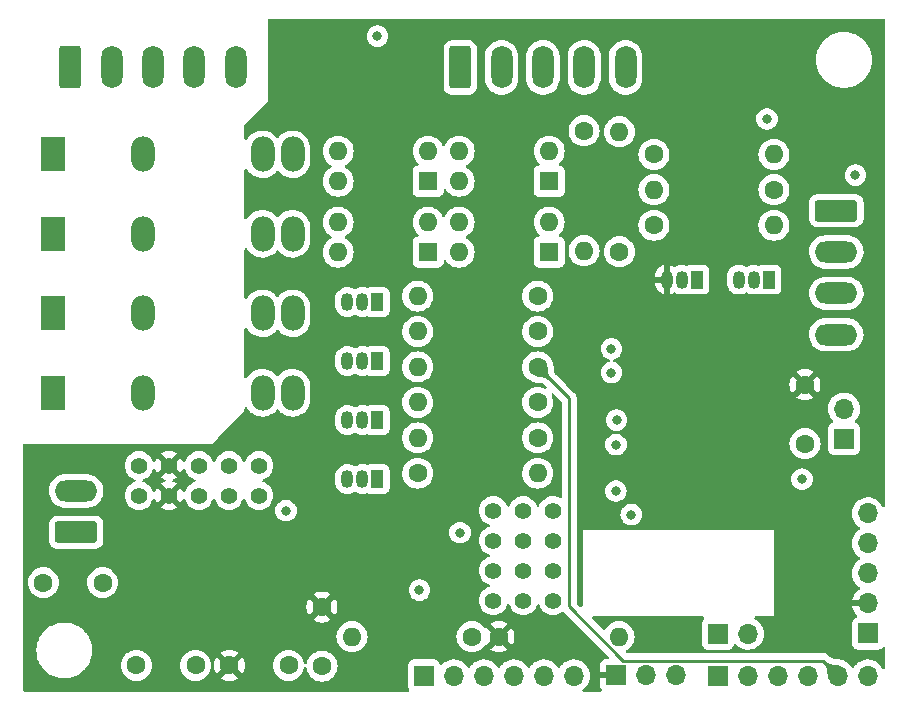
<source format=gbr>
%TF.GenerationSoftware,KiCad,Pcbnew,(6.0.7)*%
%TF.CreationDate,2023-02-02T17:51:50-05:00*%
%TF.ProjectId,ESPoules,4553506f-756c-4657-932e-6b696361645f,rev?*%
%TF.SameCoordinates,Original*%
%TF.FileFunction,Copper,L3,Inr*%
%TF.FilePolarity,Positive*%
%FSLAX46Y46*%
G04 Gerber Fmt 4.6, Leading zero omitted, Abs format (unit mm)*
G04 Created by KiCad (PCBNEW (6.0.7)) date 2023-02-02 17:51:50*
%MOMM*%
%LPD*%
G01*
G04 APERTURE LIST*
G04 Aperture macros list*
%AMRoundRect*
0 Rectangle with rounded corners*
0 $1 Rounding radius*
0 $2 $3 $4 $5 $6 $7 $8 $9 X,Y pos of 4 corners*
0 Add a 4 corners polygon primitive as box body*
4,1,4,$2,$3,$4,$5,$6,$7,$8,$9,$2,$3,0*
0 Add four circle primitives for the rounded corners*
1,1,$1+$1,$2,$3*
1,1,$1+$1,$4,$5*
1,1,$1+$1,$6,$7*
1,1,$1+$1,$8,$9*
0 Add four rect primitives between the rounded corners*
20,1,$1+$1,$2,$3,$4,$5,0*
20,1,$1+$1,$4,$5,$6,$7,0*
20,1,$1+$1,$6,$7,$8,$9,0*
20,1,$1+$1,$8,$9,$2,$3,0*%
G04 Aperture macros list end*
%TA.AperFunction,ComponentPad*%
%ADD10R,1.600000X1.600000*%
%TD*%
%TA.AperFunction,ComponentPad*%
%ADD11O,1.600000X1.600000*%
%TD*%
%TA.AperFunction,ComponentPad*%
%ADD12C,1.400000*%
%TD*%
%TA.AperFunction,ComponentPad*%
%ADD13C,1.600000*%
%TD*%
%TA.AperFunction,ComponentPad*%
%ADD14R,1.700000X1.700000*%
%TD*%
%TA.AperFunction,ComponentPad*%
%ADD15O,1.700000X1.700000*%
%TD*%
%TA.AperFunction,ComponentPad*%
%ADD16R,2.000000X3.000000*%
%TD*%
%TA.AperFunction,ComponentPad*%
%ADD17O,2.000000X3.000000*%
%TD*%
%TA.AperFunction,ComponentPad*%
%ADD18R,1.050000X1.500000*%
%TD*%
%TA.AperFunction,ComponentPad*%
%ADD19O,1.050000X1.500000*%
%TD*%
%TA.AperFunction,ComponentPad*%
%ADD20RoundRect,0.250000X-0.650000X-1.550000X0.650000X-1.550000X0.650000X1.550000X-0.650000X1.550000X0*%
%TD*%
%TA.AperFunction,ComponentPad*%
%ADD21O,1.800000X3.600000*%
%TD*%
%TA.AperFunction,ComponentPad*%
%ADD22RoundRect,0.250000X1.550000X-0.650000X1.550000X0.650000X-1.550000X0.650000X-1.550000X-0.650000X0*%
%TD*%
%TA.AperFunction,ComponentPad*%
%ADD23O,3.600000X1.800000*%
%TD*%
%TA.AperFunction,ComponentPad*%
%ADD24RoundRect,0.250000X-1.550000X0.650000X-1.550000X-0.650000X1.550000X-0.650000X1.550000X0.650000X0*%
%TD*%
%TA.AperFunction,ViaPad*%
%ADD25C,0.800000*%
%TD*%
%TA.AperFunction,Conductor*%
%ADD26C,0.250000*%
%TD*%
G04 APERTURE END LIST*
D10*
%TO.N,Net-(D8-Pad1)*%
%TO.C,U9*%
X171800000Y-115275000D03*
D11*
%TO.N,Net-(J6-Pad2)*%
X171800000Y-112735000D03*
%TO.N,GND*%
X164180000Y-112735000D03*
%TO.N,/GPIO4*%
X164180000Y-115275000D03*
%TD*%
D12*
%TO.N,+3.3V*%
%TO.C,REF\u002A\u002A*%
X149860000Y-135890000D03*
%TD*%
%TO.N,+3.3V*%
%TO.C,REF\u002A\u002A*%
X149860000Y-133350000D03*
%TD*%
%TO.N,N/C*%
%TO.C,REF\u002A\u002A*%
X179839765Y-139700000D03*
%TD*%
%TO.N,N/C*%
%TO.C,REF\u002A\u002A*%
X157480000Y-135890000D03*
%TD*%
%TO.N,N/C*%
%TO.C,REF\u002A\u002A*%
X182366740Y-139700000D03*
%TD*%
%TO.N,N/C*%
%TO.C,REF\u002A\u002A*%
X179839765Y-137160000D03*
%TD*%
%TO.N,unconnected-(U8-Pad7)*%
%TO.C,+*%
X177323246Y-139700000D03*
%TD*%
%TO.N,GND*%
%TO.C,REF\u002A\u002A*%
X152400000Y-135890000D03*
%TD*%
%TO.N,N/C*%
%TO.C,REF\u002A\u002A*%
X157480000Y-133350000D03*
%TD*%
%TO.N,N/C*%
%TO.C,REF\u002A\u002A*%
X177323246Y-137160000D03*
%TD*%
%TO.N,N/C*%
%TO.C,REF\u002A\u002A*%
X179863246Y-144780000D03*
%TD*%
%TO.N,GND*%
%TO.C,REF\u002A\u002A*%
X152400000Y-133350000D03*
%TD*%
%TO.N,unconnected-(U8-Pad6)*%
%TO.C,-*%
X177323246Y-142240000D03*
%TD*%
%TO.N,+5V*%
%TO.C,REF\u002A\u002A*%
X147320000Y-135890000D03*
%TD*%
%TO.N,N/C*%
%TO.C,REF\u002A\u002A*%
X179839765Y-142240000D03*
%TD*%
%TO.N,N/C*%
%TO.C,REF\u002A\u002A*%
X182390221Y-144780000D03*
%TD*%
%TO.N,+5V*%
%TO.C,REF\u002A\u002A*%
X147320000Y-133350000D03*
%TD*%
%TO.N,N/C*%
%TO.C,REF\u002A\u002A*%
X154940000Y-133350000D03*
%TD*%
%TO.N,N/C*%
%TO.C,REF\u002A\u002A*%
X182366740Y-142240000D03*
%TD*%
%TO.N,N/C*%
%TO.C,REF\u002A\u002A*%
X154940000Y-135890000D03*
%TD*%
%TO.N,unconnected-(U8-Pad5)*%
%TO.C,OUT*%
X177323246Y-144780000D03*
%TD*%
%TO.N,N/C*%
%TO.C,REF\u002A\u002A*%
X182366740Y-137160000D03*
%TD*%
D13*
%TO.N,+3.3V*%
%TO.C,R24*%
X177800000Y-147828000D03*
D11*
%TO.N,/GPIO4*%
X187960000Y-147828000D03*
%TD*%
D14*
%TO.N,unconnected-(J9-Pad1)*%
%TO.C,J9*%
X171450000Y-151130000D03*
D15*
%TO.N,+5V*%
X173990000Y-151130000D03*
%TO.N,GND*%
X176530000Y-151130000D03*
%TO.N,Net-(J9-Pad4)*%
X179070000Y-151130000D03*
%TO.N,unconnected-(J9-Pad5)*%
X181610000Y-151130000D03*
%TO.N,unconnected-(J9-Pad6)*%
X184150000Y-151130000D03*
%TD*%
D16*
%TO.N,Net-(J2-Pad1)*%
%TO.C,U5*%
X140000000Y-113731000D03*
D17*
%TO.N,Net-(J2-Pad3)*%
X147620000Y-113731000D03*
%TO.N,+5V*%
X157780000Y-113731000D03*
%TO.N,Net-(Q2-Pad3)*%
X160320000Y-113731000D03*
%TD*%
D14*
%TO.N,+5V*%
%TO.C,J5*%
X209042000Y-147569000D03*
D15*
%TO.N,+3.3V*%
X209042000Y-145029000D03*
%TO.N,/GPIO01*%
X209042000Y-142489000D03*
%TO.N,/GPIO03*%
X209042000Y-139949000D03*
%TO.N,GND*%
X209042000Y-137409000D03*
%TD*%
D13*
%TO.N,/GPIO03*%
%TO.C,R10*%
X181080000Y-128000000D03*
D11*
%TO.N,Net-(Q4-Pad2)*%
X170920000Y-128000000D03*
%TD*%
D13*
%TO.N,+3.3V*%
%TO.C,C5*%
X203708000Y-126492000D03*
%TO.N,GND*%
X203708000Y-131492000D03*
%TD*%
%TO.N,GND*%
%TO.C,R2*%
X170920000Y-134000000D03*
D11*
%TO.N,Net-(R2-Pad2)*%
X181080000Y-134000000D03*
%TD*%
D13*
%TO.N,+3.3V*%
%TO.C,C4*%
X162814000Y-145328000D03*
%TO.N,GND*%
X162814000Y-150328000D03*
%TD*%
D10*
%TO.N,Net-(D10-Pad1)*%
%TO.C,U11*%
X182050000Y-115275000D03*
D11*
%TO.N,Net-(J6-Pad4)*%
X182050000Y-112735000D03*
%TO.N,GND*%
X174430000Y-112735000D03*
%TO.N,/GPIO12*%
X174430000Y-115275000D03*
%TD*%
D14*
%TO.N,GND*%
%TO.C,J4*%
X196342000Y-151130000D03*
D15*
%TO.N,/GPIO00*%
X198882000Y-151130000D03*
X201422000Y-151130000D03*
%TO.N,Net-(J4-Pad4)*%
X203962000Y-151130000D03*
%TO.N,/GPIO02*%
X206502000Y-151130000D03*
%TO.N,Net-(J4-Pad6)*%
X209042000Y-151130000D03*
%TD*%
D11*
%TO.N,Net-(Q1-Pad2)*%
%TO.C,R7*%
X170920000Y-119000000D03*
D13*
%TO.N,/GPIO00*%
X181080000Y-119000000D03*
%TD*%
%TO.N,/GPIO01*%
%TO.C,R8*%
X181080000Y-122000000D03*
D11*
%TO.N,Net-(Q2-Pad2)*%
X170920000Y-122000000D03*
%TD*%
D13*
%TO.N,Net-(R2-Pad2)*%
%TO.C,R3*%
X181080000Y-131000000D03*
D11*
%TO.N,/ADC*%
X170920000Y-131000000D03*
%TD*%
D18*
%TO.N,/GPIO01*%
%TO.C,Q5*%
X194564000Y-117602000D03*
D19*
%TO.N,Net-(Q5-Pad2)*%
X193294000Y-117602000D03*
%TO.N,+3.3V*%
X192024000Y-117602000D03*
%TD*%
D13*
%TO.N,Net-(C3-Pad1)*%
%TO.C,C3*%
X139232000Y-143256000D03*
%TO.N,GND*%
X144232000Y-143256000D03*
%TD*%
D14*
%TO.N,+3.3V*%
%TO.C,J8*%
X187721000Y-151105000D03*
D15*
%TO.N,/GPIO4*%
X190261000Y-151105000D03*
%TO.N,GND*%
X192801000Y-151105000D03*
%TD*%
D20*
%TO.N,Net-(J2-Pad1)*%
%TO.C,J2*%
X141500000Y-99642500D03*
D21*
%TO.N,Net-(J2-Pad2)*%
X145000000Y-99642500D03*
%TO.N,Net-(J2-Pad3)*%
X148500000Y-99642500D03*
%TO.N,Net-(J2-Pad4)*%
X152000000Y-99642500D03*
%TO.N,Net-(J2-Pad5)*%
X155500000Y-99642500D03*
%TD*%
D22*
%TO.N,Net-(C3-Pad1)*%
%TO.C,J3*%
X142000000Y-139000000D03*
D23*
%TO.N,GND*%
X142000000Y-135500000D03*
%TD*%
D13*
%TO.N,Net-(J9-Pad4)*%
%TO.C,R1*%
X175514000Y-147828000D03*
D11*
%TO.N,Net-(R1-Pad2)*%
X165354000Y-147828000D03*
%TD*%
D10*
%TO.N,Net-(D11-Pad1)*%
%TO.C,U12*%
X182050000Y-109275000D03*
D11*
%TO.N,Net-(J6-Pad5)*%
X182050000Y-106735000D03*
%TO.N,GND*%
X174430000Y-106735000D03*
%TO.N,/GPIO13*%
X174430000Y-109275000D03*
%TD*%
D13*
%TO.N,/GPIO00*%
%TO.C,RTRIG1*%
X188000000Y-115250000D03*
D11*
%TO.N,Net-(D6-Pad2)*%
X188000000Y-105090000D03*
%TD*%
D18*
%TO.N,GND*%
%TO.C,Q2*%
X167500000Y-124500000D03*
D19*
%TO.N,Net-(Q2-Pad2)*%
X166230000Y-124500000D03*
%TO.N,Net-(Q2-Pad3)*%
X164960000Y-124500000D03*
%TD*%
D13*
%TO.N,Net-(Q6-Pad3)*%
%TO.C,R17*%
X185000000Y-105000000D03*
D11*
%TO.N,+5V*%
X185000000Y-115160000D03*
%TD*%
D18*
%TO.N,GND*%
%TO.C,Q3*%
X167500000Y-129500000D03*
D19*
%TO.N,Net-(Q3-Pad2)*%
X166230000Y-129500000D03*
%TO.N,Net-(Q3-Pad3)*%
X164960000Y-129500000D03*
%TD*%
D13*
%TO.N,GND*%
%TO.C,R16*%
X190920000Y-107000000D03*
D11*
%TO.N,/GPIO01*%
X201080000Y-107000000D03*
%TD*%
D13*
%TO.N,+5V*%
%TO.C,C1*%
X147105000Y-150265000D03*
%TO.N,GND*%
X152105000Y-150265000D03*
%TD*%
%TO.N,Net-(Q5-Pad2)*%
%TO.C,RECHO1*%
X190920000Y-113000000D03*
D11*
%TO.N,Net-(J7-Pad3)*%
X201080000Y-113000000D03*
%TD*%
D18*
%TO.N,GND*%
%TO.C,Q4*%
X167500000Y-134500000D03*
D19*
%TO.N,Net-(Q4-Pad2)*%
X166230000Y-134500000D03*
%TO.N,Net-(Q4-Pad3)*%
X164960000Y-134500000D03*
%TD*%
D18*
%TO.N,GND*%
%TO.C,Q1*%
X167500000Y-119500000D03*
D19*
%TO.N,Net-(Q1-Pad2)*%
X166230000Y-119500000D03*
%TO.N,Net-(Q1-Pad3)*%
X164960000Y-119500000D03*
%TD*%
D16*
%TO.N,Net-(J2-Pad1)*%
%TO.C,U4*%
X140000000Y-107000000D03*
D17*
%TO.N,Net-(J2-Pad2)*%
X147620000Y-107000000D03*
%TO.N,+5V*%
X157780000Y-107000000D03*
%TO.N,Net-(Q1-Pad3)*%
X160320000Y-107000000D03*
%TD*%
D20*
%TO.N,GND*%
%TO.C,J6*%
X174517500Y-99642500D03*
D21*
%TO.N,Net-(J6-Pad2)*%
X178017500Y-99642500D03*
%TO.N,Net-(J6-Pad3)*%
X181517500Y-99642500D03*
%TO.N,Net-(J6-Pad4)*%
X185017500Y-99642500D03*
%TO.N,Net-(J6-Pad5)*%
X188517500Y-99642500D03*
%TD*%
D16*
%TO.N,Net-(J2-Pad1)*%
%TO.C,U7*%
X140000000Y-127193000D03*
D17*
%TO.N,Net-(J2-Pad5)*%
X147620000Y-127193000D03*
%TO.N,+5V*%
X157780000Y-127193000D03*
%TO.N,Net-(Q4-Pad3)*%
X160320000Y-127193000D03*
%TD*%
D13*
%TO.N,Net-(D7-Pad1)*%
%TO.C,R15*%
X201080000Y-110000000D03*
D11*
%TO.N,GND*%
X190920000Y-110000000D03*
%TD*%
D18*
%TO.N,Net-(J7-Pad2)*%
%TO.C,Q6*%
X200660000Y-117602000D03*
D19*
%TO.N,Net-(D6-Pad2)*%
X199390000Y-117602000D03*
%TO.N,Net-(Q6-Pad3)*%
X198120000Y-117602000D03*
%TD*%
D14*
%TO.N,Net-(J10-Pad1)*%
%TO.C,J10*%
X207010000Y-131069000D03*
D15*
%TO.N,Net-(J10-Pad2)*%
X207010000Y-128529000D03*
%TD*%
D16*
%TO.N,Net-(J2-Pad1)*%
%TO.C,U6*%
X140000000Y-120462000D03*
D17*
%TO.N,Net-(J2-Pad4)*%
X147620000Y-120462000D03*
%TO.N,+5V*%
X157780000Y-120462000D03*
%TO.N,Net-(Q3-Pad3)*%
X160320000Y-120462000D03*
%TD*%
D13*
%TO.N,/GPIO02*%
%TO.C,R9*%
X181080000Y-125000000D03*
D11*
%TO.N,Net-(Q3-Pad2)*%
X170920000Y-125000000D03*
%TD*%
D14*
%TO.N,GND*%
%TO.C,J1*%
X196337000Y-147574000D03*
D15*
%TO.N,Net-(J1-Pad2)*%
X198877000Y-147574000D03*
%TD*%
D13*
%TO.N,+3.3V*%
%TO.C,C2*%
X154979000Y-150265000D03*
%TO.N,GND*%
X159979000Y-150265000D03*
%TD*%
D10*
%TO.N,Net-(D9-Pad1)*%
%TO.C,U10*%
X171800000Y-109275000D03*
D11*
%TO.N,Net-(J6-Pad3)*%
X171800000Y-106735000D03*
%TO.N,GND*%
X164180000Y-106735000D03*
%TO.N,/GPIO5*%
X164180000Y-109275000D03*
%TD*%
D24*
%TO.N,+5V*%
%TO.C,J7*%
X206357500Y-111767500D03*
D23*
%TO.N,Net-(J7-Pad2)*%
X206357500Y-115267500D03*
%TO.N,Net-(J7-Pad3)*%
X206357500Y-118767500D03*
%TO.N,GND*%
X206357500Y-122267500D03*
%TD*%
D25*
%TO.N,/GPIO03*%
X187697000Y-135500000D03*
%TO.N,Net-(D1-Pad2)*%
X203454000Y-134493000D03*
X187325000Y-125476000D03*
%TO.N,+3.3V*%
X198374000Y-133477000D03*
X203581000Y-139700000D03*
%TO.N,GND*%
X187316411Y-123470699D03*
%TO.N,+3.3V*%
X198247000Y-123499502D03*
X205232000Y-143891000D03*
%TO.N,/GPIO4*%
X187706000Y-131572000D03*
%TO.N,GND*%
X171069000Y-143891000D03*
X159766000Y-137160000D03*
%TO.N,+5V*%
X174498000Y-139039600D03*
X200495200Y-104000000D03*
X167510400Y-97000000D03*
%TO.N,GND*%
X207975200Y-108762800D03*
%TO.N,/GPIO00*%
X187750000Y-129500000D03*
%TO.N,/GPIO01*%
X189000000Y-137500000D03*
%TD*%
D26*
%TO.N,/GPIO02*%
X205232000Y-149860000D02*
X206502000Y-151130000D01*
X188341000Y-149860000D02*
X205232000Y-149860000D01*
X183752400Y-127672400D02*
X183752400Y-145271400D01*
X183752400Y-145271400D02*
X188341000Y-149860000D01*
X181080000Y-125000000D02*
X183752400Y-127672400D01*
%TD*%
%TA.AperFunction,Conductor*%
%TO.N,/GPIO02*%
G36*
X205403630Y-149854043D02*
G01*
X205543386Y-149980067D01*
X205543659Y-149980313D01*
X205679880Y-150075278D01*
X205680272Y-150075473D01*
X205680277Y-150075476D01*
X205743500Y-150106926D01*
X205807754Y-150138890D01*
X205876677Y-150161064D01*
X205930650Y-150178428D01*
X205930655Y-150178429D01*
X205930993Y-150178538D01*
X206020751Y-150195471D01*
X206053090Y-150201572D01*
X206053093Y-150201573D01*
X206053308Y-150201613D01*
X206053512Y-150201636D01*
X206053521Y-150201637D01*
X206177890Y-150215449D01*
X206178411Y-150215507D01*
X206255020Y-150222552D01*
X206309827Y-150227592D01*
X206310205Y-150227633D01*
X206451428Y-150245260D01*
X206452241Y-150245391D01*
X206607043Y-150275898D01*
X206608087Y-150276154D01*
X206683152Y-150298267D01*
X206772726Y-150324654D01*
X206779693Y-150330278D01*
X206781117Y-150335645D01*
X206792892Y-150938015D01*
X206802282Y-151418355D01*
X206799017Y-151426694D01*
X206790355Y-151430282D01*
X206468851Y-151423997D01*
X205707646Y-151409117D01*
X205699443Y-151405529D01*
X205696653Y-151400725D01*
X205648154Y-151236087D01*
X205647898Y-151235043D01*
X205617391Y-151080241D01*
X205617260Y-151079428D01*
X205599633Y-150938205D01*
X205599592Y-150937827D01*
X205587507Y-150806411D01*
X205573637Y-150681521D01*
X205573636Y-150681512D01*
X205573613Y-150681308D01*
X205550538Y-150558993D01*
X205510890Y-150435754D01*
X205458420Y-150330278D01*
X205447476Y-150308277D01*
X205447473Y-150308272D01*
X205447278Y-150307880D01*
X205352313Y-150171659D01*
X205352067Y-150171386D01*
X205226043Y-150031630D01*
X205223048Y-150023191D01*
X205226459Y-150015522D01*
X205387522Y-149854459D01*
X205395795Y-149851032D01*
X205403630Y-149854043D01*
G37*
%TD.AperFunction*%
%TD*%
%TA.AperFunction,Conductor*%
%TO.N,/GPIO02*%
G36*
X181827130Y-124737293D02*
G01*
X181835334Y-124740881D01*
X181838121Y-124745674D01*
X181883581Y-124899435D01*
X181883833Y-124900454D01*
X181912876Y-125045454D01*
X181913006Y-125046243D01*
X181930202Y-125178496D01*
X181930241Y-125178835D01*
X181942404Y-125301927D01*
X181956349Y-125419091D01*
X181978922Y-125533662D01*
X182016982Y-125649135D01*
X182077390Y-125769005D01*
X182077630Y-125769347D01*
X182134344Y-125850202D01*
X182167004Y-125896765D01*
X182167244Y-125897031D01*
X182167253Y-125897042D01*
X182285233Y-126027659D01*
X182288236Y-126036095D01*
X182284824Y-126043774D01*
X182123774Y-126204824D01*
X182115501Y-126208251D01*
X182107659Y-126205233D01*
X181977042Y-126087253D01*
X181977031Y-126087244D01*
X181976765Y-126087004D01*
X181849005Y-125997390D01*
X181729135Y-125936982D01*
X181613662Y-125898922D01*
X181499091Y-125876349D01*
X181381927Y-125862404D01*
X181258835Y-125850241D01*
X181258522Y-125850205D01*
X181126240Y-125833005D01*
X181125457Y-125832877D01*
X181100619Y-125827902D01*
X180980454Y-125803833D01*
X180979435Y-125803581D01*
X180825674Y-125758121D01*
X180818712Y-125752489D01*
X180817293Y-125747130D01*
X180797396Y-124729323D01*
X180800661Y-124720984D01*
X180809323Y-124717396D01*
X181827130Y-124737293D01*
G37*
%TD.AperFunction*%
%TD*%
%TA.AperFunction,Conductor*%
%TO.N,+3.3V*%
G36*
X210433621Y-95528502D02*
G01*
X210480114Y-95582158D01*
X210491500Y-95634500D01*
X210491500Y-136729769D01*
X210471498Y-136797890D01*
X210417842Y-136844383D01*
X210347568Y-136854487D01*
X210282988Y-136824993D01*
X210249951Y-136780012D01*
X210245419Y-136769589D01*
X210245419Y-136769588D01*
X210243354Y-136764840D01*
X210178750Y-136664978D01*
X210124822Y-136581617D01*
X210124820Y-136581614D01*
X210122014Y-136577277D01*
X209971670Y-136412051D01*
X209967619Y-136408852D01*
X209967615Y-136408848D01*
X209800414Y-136276800D01*
X209800410Y-136276798D01*
X209796359Y-136273598D01*
X209600789Y-136165638D01*
X209595920Y-136163914D01*
X209595916Y-136163912D01*
X209395087Y-136092795D01*
X209395083Y-136092794D01*
X209390212Y-136091069D01*
X209385119Y-136090162D01*
X209385116Y-136090161D01*
X209175373Y-136052800D01*
X209175367Y-136052799D01*
X209170284Y-136051894D01*
X209096452Y-136050992D01*
X208952081Y-136049228D01*
X208952079Y-136049228D01*
X208946911Y-136049165D01*
X208726091Y-136082955D01*
X208513756Y-136152357D01*
X208315607Y-136255507D01*
X208311474Y-136258610D01*
X208311471Y-136258612D01*
X208141100Y-136386530D01*
X208136965Y-136389635D01*
X207982629Y-136551138D01*
X207979715Y-136555410D01*
X207979714Y-136555411D01*
X207967404Y-136573457D01*
X207856743Y-136735680D01*
X207814797Y-136826045D01*
X207777072Y-136907318D01*
X207762688Y-136938305D01*
X207702989Y-137153570D01*
X207679251Y-137375695D01*
X207679548Y-137380848D01*
X207679548Y-137380851D01*
X207690146Y-137564651D01*
X207692110Y-137598715D01*
X207693247Y-137603761D01*
X207693248Y-137603767D01*
X207714081Y-137696206D01*
X207741222Y-137816639D01*
X207825266Y-138023616D01*
X207836441Y-138041852D01*
X207926375Y-138188611D01*
X207941987Y-138214088D01*
X208088250Y-138382938D01*
X208260126Y-138525632D01*
X208275040Y-138534347D01*
X208333445Y-138568476D01*
X208382169Y-138620114D01*
X208395240Y-138689897D01*
X208368509Y-138755669D01*
X208328055Y-138789027D01*
X208315607Y-138795507D01*
X208311474Y-138798610D01*
X208311471Y-138798612D01*
X208141100Y-138926530D01*
X208136965Y-138929635D01*
X207982629Y-139091138D01*
X207979715Y-139095410D01*
X207979714Y-139095411D01*
X207967404Y-139113457D01*
X207856743Y-139275680D01*
X207762688Y-139478305D01*
X207702989Y-139693570D01*
X207679251Y-139915695D01*
X207679548Y-139920848D01*
X207679548Y-139920851D01*
X207691025Y-140119892D01*
X207692110Y-140138715D01*
X207693247Y-140143761D01*
X207693248Y-140143767D01*
X207714275Y-140237069D01*
X207741222Y-140356639D01*
X207825266Y-140563616D01*
X207941987Y-140754088D01*
X208088250Y-140922938D01*
X208260126Y-141065632D01*
X208275040Y-141074347D01*
X208333445Y-141108476D01*
X208382169Y-141160114D01*
X208395240Y-141229897D01*
X208368509Y-141295669D01*
X208328055Y-141329027D01*
X208315607Y-141335507D01*
X208311474Y-141338610D01*
X208311471Y-141338612D01*
X208141100Y-141466530D01*
X208136965Y-141469635D01*
X207982629Y-141631138D01*
X207979715Y-141635410D01*
X207979714Y-141635411D01*
X207967404Y-141653457D01*
X207856743Y-141815680D01*
X207762688Y-142018305D01*
X207702989Y-142233570D01*
X207679251Y-142455695D01*
X207679548Y-142460848D01*
X207679548Y-142460851D01*
X207690146Y-142644651D01*
X207692110Y-142678715D01*
X207693247Y-142683761D01*
X207693248Y-142683767D01*
X207714275Y-142777069D01*
X207741222Y-142896639D01*
X207796752Y-143033393D01*
X207822660Y-143097197D01*
X207825266Y-143103616D01*
X207827965Y-143108020D01*
X207915292Y-143250525D01*
X207941987Y-143294088D01*
X208088250Y-143462938D01*
X208260126Y-143605632D01*
X208316580Y-143638621D01*
X208333955Y-143648774D01*
X208382679Y-143700412D01*
X208395750Y-143770195D01*
X208369019Y-143835967D01*
X208328562Y-143869327D01*
X208320457Y-143873546D01*
X208311738Y-143879036D01*
X208141433Y-144006905D01*
X208133726Y-144013748D01*
X207986590Y-144167717D01*
X207980104Y-144175727D01*
X207860098Y-144351649D01*
X207855000Y-144360623D01*
X207765338Y-144553783D01*
X207761775Y-144563470D01*
X207706389Y-144763183D01*
X207707912Y-144771607D01*
X207720292Y-144775000D01*
X209170000Y-144775000D01*
X209238121Y-144795002D01*
X209284614Y-144848658D01*
X209296000Y-144901000D01*
X209296000Y-145157000D01*
X209275998Y-145225121D01*
X209222342Y-145271614D01*
X209170000Y-145283000D01*
X207725225Y-145283000D01*
X207711694Y-145286973D01*
X207710257Y-145296966D01*
X207740565Y-145431446D01*
X207743645Y-145441275D01*
X207823770Y-145638603D01*
X207828413Y-145647794D01*
X207939694Y-145829388D01*
X207945777Y-145837699D01*
X208085213Y-145998667D01*
X208092577Y-146005879D01*
X208097522Y-146009985D01*
X208137156Y-146068889D01*
X208138653Y-146139870D01*
X208101537Y-146200392D01*
X208061264Y-146224910D01*
X207953705Y-146265232D01*
X207953704Y-146265233D01*
X207945295Y-146268385D01*
X207828739Y-146355739D01*
X207741385Y-146472295D01*
X207690255Y-146608684D01*
X207683500Y-146670866D01*
X207683500Y-148467134D01*
X207690255Y-148529316D01*
X207741385Y-148665705D01*
X207828739Y-148782261D01*
X207945295Y-148869615D01*
X208081684Y-148920745D01*
X208143866Y-148927500D01*
X209940134Y-148927500D01*
X210002316Y-148920745D01*
X210138705Y-148869615D01*
X210255261Y-148782261D01*
X210264674Y-148769701D01*
X210321532Y-148727186D01*
X210392350Y-148722160D01*
X210454644Y-148756219D01*
X210488635Y-148818550D01*
X210491500Y-148845266D01*
X210491500Y-150450769D01*
X210471498Y-150518890D01*
X210417842Y-150565383D01*
X210347568Y-150575487D01*
X210282988Y-150545993D01*
X210249951Y-150501012D01*
X210245419Y-150490589D01*
X210245419Y-150490588D01*
X210243354Y-150485840D01*
X210182079Y-150391123D01*
X210124822Y-150302617D01*
X210124820Y-150302614D01*
X210122014Y-150298277D01*
X209971670Y-150133051D01*
X209967619Y-150129852D01*
X209967615Y-150129848D01*
X209800414Y-149997800D01*
X209800410Y-149997798D01*
X209796359Y-149994598D01*
X209600789Y-149886638D01*
X209595920Y-149884914D01*
X209595916Y-149884912D01*
X209395087Y-149813795D01*
X209395083Y-149813794D01*
X209390212Y-149812069D01*
X209385119Y-149811162D01*
X209385116Y-149811161D01*
X209175373Y-149773800D01*
X209175367Y-149773799D01*
X209170284Y-149772894D01*
X209096452Y-149771992D01*
X208952081Y-149770228D01*
X208952079Y-149770228D01*
X208946911Y-149770165D01*
X208726091Y-149803955D01*
X208513756Y-149873357D01*
X208315607Y-149976507D01*
X208311474Y-149979610D01*
X208311471Y-149979612D01*
X208141100Y-150107530D01*
X208136965Y-150110635D01*
X208097203Y-150152243D01*
X207986772Y-150267803D01*
X207982629Y-150272138D01*
X207875201Y-150429621D01*
X207820293Y-150474621D01*
X207749768Y-150482792D01*
X207686021Y-150451538D01*
X207665324Y-150427054D01*
X207584822Y-150302617D01*
X207584820Y-150302614D01*
X207582014Y-150298277D01*
X207431670Y-150133051D01*
X207427619Y-150129852D01*
X207427615Y-150129848D01*
X207260414Y-149997800D01*
X207260410Y-149997798D01*
X207256359Y-149994598D01*
X207219260Y-149974118D01*
X207195863Y-149961202D01*
X207060789Y-149886638D01*
X206961052Y-149851320D01*
X206950680Y-149847119D01*
X206917830Y-149832082D01*
X206851788Y-149812627D01*
X206851791Y-149812616D01*
X206849594Y-149811286D01*
X206849406Y-149811925D01*
X206753191Y-149783582D01*
X206730380Y-149777429D01*
X206729336Y-149777173D01*
X206728696Y-149777032D01*
X206728668Y-149777025D01*
X206707012Y-149772239D01*
X206706329Y-149772088D01*
X206602522Y-149751631D01*
X206552122Y-149741698D01*
X206552093Y-149741693D01*
X206551527Y-149741581D01*
X206550986Y-149741484D01*
X206550964Y-149741480D01*
X206534471Y-149738527D01*
X206534447Y-149738523D01*
X206533928Y-149738430D01*
X206533115Y-149738299D01*
X206532599Y-149738225D01*
X206532558Y-149738219D01*
X206522219Y-149736742D01*
X206515028Y-149735714D01*
X206373805Y-149718087D01*
X206368318Y-149717447D01*
X206365912Y-149717166D01*
X206365895Y-149717164D01*
X206365577Y-149717127D01*
X206365199Y-149717086D01*
X206356850Y-149716250D01*
X206356694Y-149716236D01*
X206356646Y-149716231D01*
X206253524Y-149706748D01*
X206231441Y-149704717D01*
X206229076Y-149704477D01*
X206134110Y-149693930D01*
X206124660Y-149692516D01*
X206091109Y-149686187D01*
X206065450Y-149681346D01*
X206050233Y-149677479D01*
X206010863Y-149664813D01*
X205993345Y-149657686D01*
X205950797Y-149636520D01*
X205934866Y-149627073D01*
X205870144Y-149581952D01*
X205857822Y-149572165D01*
X205748464Y-149473552D01*
X205748457Y-149473546D01*
X205747510Y-149472692D01*
X205728625Y-149457005D01*
X205722883Y-149451933D01*
X205674350Y-149406358D01*
X205671507Y-149403602D01*
X205651770Y-149383865D01*
X205648573Y-149381385D01*
X205639551Y-149373680D01*
X205613100Y-149348841D01*
X205607321Y-149343414D01*
X205600375Y-149339595D01*
X205600372Y-149339593D01*
X205589566Y-149333652D01*
X205573047Y-149322801D01*
X205567686Y-149318643D01*
X205557041Y-149310386D01*
X205549772Y-149307241D01*
X205549768Y-149307238D01*
X205516463Y-149292826D01*
X205505813Y-149287609D01*
X205467060Y-149266305D01*
X205447437Y-149261267D01*
X205428734Y-149254863D01*
X205417420Y-149249967D01*
X205417419Y-149249967D01*
X205410145Y-149246819D01*
X205402322Y-149245580D01*
X205402312Y-149245577D01*
X205366476Y-149239901D01*
X205354856Y-149237495D01*
X205319711Y-149228472D01*
X205319710Y-149228472D01*
X205312030Y-149226500D01*
X205291776Y-149226500D01*
X205272065Y-149224949D01*
X205259886Y-149223020D01*
X205252057Y-149221780D01*
X205244165Y-149222526D01*
X205208039Y-149225941D01*
X205196181Y-149226500D01*
X188655595Y-149226500D01*
X188587474Y-149206498D01*
X188566500Y-149189595D01*
X188556908Y-149180003D01*
X188522882Y-149117691D01*
X188527947Y-149046876D01*
X188570494Y-148990040D01*
X188592751Y-148976714D01*
X188605051Y-148970978D01*
X188616749Y-148965523D01*
X188749218Y-148872767D01*
X188799789Y-148837357D01*
X188799792Y-148837355D01*
X188804300Y-148834198D01*
X188966198Y-148672300D01*
X188973203Y-148662297D01*
X189047120Y-148556732D01*
X189097523Y-148484749D01*
X189099846Y-148479767D01*
X189099849Y-148479762D01*
X189191961Y-148282225D01*
X189191961Y-148282224D01*
X189194284Y-148277243D01*
X189195840Y-148271438D01*
X189252119Y-148061402D01*
X189252119Y-148061400D01*
X189253543Y-148056087D01*
X189273498Y-147828000D01*
X189253543Y-147599913D01*
X189216981Y-147463461D01*
X189195707Y-147384067D01*
X189195706Y-147384065D01*
X189194284Y-147378757D01*
X189169684Y-147326001D01*
X189099849Y-147176238D01*
X189099846Y-147176233D01*
X189097523Y-147171251D01*
X189015460Y-147054053D01*
X188969357Y-146988211D01*
X188969355Y-146988208D01*
X188966198Y-146983700D01*
X188804300Y-146821802D01*
X188799792Y-146818645D01*
X188799789Y-146818643D01*
X188673920Y-146730509D01*
X188616749Y-146690477D01*
X188611767Y-146688154D01*
X188611762Y-146688151D01*
X188414225Y-146596039D01*
X188414224Y-146596039D01*
X188409243Y-146593716D01*
X188403935Y-146592294D01*
X188403933Y-146592293D01*
X188193402Y-146535881D01*
X188193400Y-146535881D01*
X188188087Y-146534457D01*
X187960000Y-146514502D01*
X187731913Y-146534457D01*
X187726600Y-146535881D01*
X187726598Y-146535881D01*
X187516067Y-146592293D01*
X187516065Y-146592294D01*
X187510757Y-146593716D01*
X187505776Y-146596039D01*
X187505775Y-146596039D01*
X187308238Y-146688151D01*
X187308233Y-146688154D01*
X187303251Y-146690477D01*
X187246080Y-146730509D01*
X187120211Y-146818643D01*
X187120208Y-146818645D01*
X187115700Y-146821802D01*
X186953802Y-146983700D01*
X186950645Y-146988208D01*
X186950643Y-146988211D01*
X186904540Y-147054053D01*
X186822477Y-147171251D01*
X186816515Y-147184036D01*
X186811286Y-147195249D01*
X186764368Y-147248533D01*
X186696090Y-147267993D01*
X186628131Y-147247450D01*
X186607997Y-147231092D01*
X185712000Y-146335095D01*
X185677974Y-146272783D01*
X185683039Y-146201968D01*
X185725586Y-146145132D01*
X185792106Y-146120321D01*
X185801095Y-146120000D01*
X195066738Y-146120000D01*
X195134859Y-146140002D01*
X195181352Y-146193658D01*
X195191456Y-146263932D01*
X195161962Y-146328512D01*
X195142303Y-146346826D01*
X195123739Y-146360739D01*
X195036385Y-146477295D01*
X194985255Y-146613684D01*
X194978500Y-146675866D01*
X194978500Y-148472134D01*
X194985255Y-148534316D01*
X195036385Y-148670705D01*
X195123739Y-148787261D01*
X195240295Y-148874615D01*
X195376684Y-148925745D01*
X195438866Y-148932500D01*
X197235134Y-148932500D01*
X197297316Y-148925745D01*
X197433705Y-148874615D01*
X197550261Y-148787261D01*
X197637615Y-148670705D01*
X197680342Y-148556732D01*
X197681598Y-148553382D01*
X197724240Y-148496618D01*
X197790802Y-148471918D01*
X197860150Y-148487126D01*
X197894817Y-148515114D01*
X197923250Y-148547938D01*
X198095126Y-148690632D01*
X198288000Y-148803338D01*
X198496692Y-148883030D01*
X198501760Y-148884061D01*
X198501763Y-148884062D01*
X198609017Y-148905883D01*
X198715597Y-148927567D01*
X198720772Y-148927757D01*
X198720774Y-148927757D01*
X198933673Y-148935564D01*
X198933677Y-148935564D01*
X198938837Y-148935753D01*
X198943957Y-148935097D01*
X198943959Y-148935097D01*
X199155288Y-148908025D01*
X199155289Y-148908025D01*
X199160416Y-148907368D01*
X199179755Y-148901566D01*
X199369429Y-148844661D01*
X199369434Y-148844659D01*
X199374384Y-148843174D01*
X199574994Y-148744896D01*
X199756860Y-148615173D01*
X199771023Y-148601060D01*
X199885355Y-148487126D01*
X199915096Y-148457489D01*
X200045453Y-148276077D01*
X200083042Y-148200022D01*
X200142136Y-148080453D01*
X200142137Y-148080451D01*
X200144430Y-148075811D01*
X200209370Y-147862069D01*
X200238529Y-147640590D01*
X200240156Y-147574000D01*
X200221852Y-147351361D01*
X200167431Y-147134702D01*
X200078354Y-146929840D01*
X200008461Y-146821802D01*
X199959822Y-146746617D01*
X199959820Y-146746614D01*
X199957014Y-146742277D01*
X199806670Y-146577051D01*
X199802619Y-146573852D01*
X199802615Y-146573848D01*
X199635414Y-146441800D01*
X199635410Y-146441798D01*
X199631359Y-146438598D01*
X199594260Y-146418118D01*
X199482292Y-146356309D01*
X199432321Y-146305876D01*
X199417549Y-146236433D01*
X199442665Y-146170028D01*
X199499696Y-146127743D01*
X199543185Y-146120000D01*
X201120000Y-146120000D01*
X201120000Y-138800000D01*
X184880000Y-138800000D01*
X184880000Y-145198905D01*
X184859998Y-145267026D01*
X184806342Y-145313519D01*
X184736068Y-145323623D01*
X184671488Y-145294129D01*
X184664905Y-145288000D01*
X184422805Y-145045900D01*
X184388779Y-144983588D01*
X184385900Y-144956805D01*
X184385900Y-137500000D01*
X188086496Y-137500000D01*
X188087186Y-137506565D01*
X188103150Y-137658450D01*
X188106458Y-137689928D01*
X188165473Y-137871556D01*
X188168776Y-137877278D01*
X188168777Y-137877279D01*
X188188137Y-137910811D01*
X188260960Y-138036944D01*
X188265378Y-138041851D01*
X188265379Y-138041852D01*
X188331491Y-138115277D01*
X188388747Y-138178866D01*
X188543248Y-138291118D01*
X188549276Y-138293802D01*
X188549278Y-138293803D01*
X188710639Y-138365645D01*
X188717712Y-138368794D01*
X188799789Y-138386240D01*
X188898056Y-138407128D01*
X188898061Y-138407128D01*
X188904513Y-138408500D01*
X189095487Y-138408500D01*
X189101939Y-138407128D01*
X189101944Y-138407128D01*
X189200211Y-138386240D01*
X189282288Y-138368794D01*
X189289361Y-138365645D01*
X189450722Y-138293803D01*
X189450724Y-138293802D01*
X189456752Y-138291118D01*
X189611253Y-138178866D01*
X189668509Y-138115277D01*
X189734621Y-138041852D01*
X189734622Y-138041851D01*
X189739040Y-138036944D01*
X189811863Y-137910811D01*
X189831223Y-137877279D01*
X189831224Y-137877278D01*
X189834527Y-137871556D01*
X189893542Y-137689928D01*
X189896851Y-137658450D01*
X189912814Y-137506565D01*
X189913504Y-137500000D01*
X189900439Y-137375695D01*
X189894232Y-137316635D01*
X189894232Y-137316633D01*
X189893542Y-137310072D01*
X189834527Y-137128444D01*
X189819338Y-137102135D01*
X189746880Y-136976635D01*
X189739040Y-136963056D01*
X189720513Y-136942479D01*
X189615675Y-136826045D01*
X189615674Y-136826044D01*
X189611253Y-136821134D01*
X189487747Y-136731401D01*
X189462094Y-136712763D01*
X189462093Y-136712762D01*
X189456752Y-136708882D01*
X189450724Y-136706198D01*
X189450722Y-136706197D01*
X189288319Y-136633891D01*
X189288318Y-136633891D01*
X189282288Y-136631206D01*
X189188887Y-136611353D01*
X189101944Y-136592872D01*
X189101939Y-136592872D01*
X189095487Y-136591500D01*
X188904513Y-136591500D01*
X188898061Y-136592872D01*
X188898056Y-136592872D01*
X188811113Y-136611353D01*
X188717712Y-136631206D01*
X188711682Y-136633891D01*
X188711681Y-136633891D01*
X188549278Y-136706197D01*
X188549276Y-136706198D01*
X188543248Y-136708882D01*
X188537907Y-136712762D01*
X188537906Y-136712763D01*
X188512253Y-136731401D01*
X188388747Y-136821134D01*
X188384326Y-136826044D01*
X188384325Y-136826045D01*
X188279488Y-136942479D01*
X188260960Y-136963056D01*
X188253120Y-136976635D01*
X188180663Y-137102135D01*
X188165473Y-137128444D01*
X188106458Y-137310072D01*
X188105768Y-137316633D01*
X188105768Y-137316635D01*
X188099561Y-137375695D01*
X188086496Y-137500000D01*
X184385900Y-137500000D01*
X184385900Y-135500000D01*
X186783496Y-135500000D01*
X186784186Y-135506565D01*
X186802346Y-135679345D01*
X186803458Y-135689928D01*
X186862473Y-135871556D01*
X186865776Y-135877278D01*
X186865777Y-135877279D01*
X186899686Y-135936010D01*
X186957960Y-136036944D01*
X186962378Y-136041851D01*
X186962379Y-136041852D01*
X187081325Y-136173955D01*
X187085747Y-136178866D01*
X187152741Y-136227540D01*
X187195753Y-136258790D01*
X187240248Y-136291118D01*
X187246276Y-136293802D01*
X187246278Y-136293803D01*
X187408681Y-136366109D01*
X187414712Y-136368794D01*
X187489713Y-136384736D01*
X187595056Y-136407128D01*
X187595061Y-136407128D01*
X187601513Y-136408500D01*
X187792487Y-136408500D01*
X187798939Y-136407128D01*
X187798944Y-136407128D01*
X187904287Y-136384736D01*
X187979288Y-136368794D01*
X187985319Y-136366109D01*
X188147722Y-136293803D01*
X188147724Y-136293802D01*
X188153752Y-136291118D01*
X188198248Y-136258790D01*
X188241259Y-136227540D01*
X188308253Y-136178866D01*
X188312675Y-136173955D01*
X188431621Y-136041852D01*
X188431622Y-136041851D01*
X188436040Y-136036944D01*
X188494314Y-135936010D01*
X188528223Y-135877279D01*
X188528224Y-135877278D01*
X188531527Y-135871556D01*
X188590542Y-135689928D01*
X188591655Y-135679345D01*
X188609814Y-135506565D01*
X188610504Y-135500000D01*
X188605458Y-135451987D01*
X188591232Y-135316635D01*
X188591232Y-135316633D01*
X188590542Y-135310072D01*
X188531527Y-135128444D01*
X188508650Y-135088819D01*
X188494314Y-135063990D01*
X188436040Y-134963056D01*
X188431074Y-134957540D01*
X188312675Y-134826045D01*
X188312674Y-134826044D01*
X188308253Y-134821134D01*
X188153752Y-134708882D01*
X188147724Y-134706198D01*
X188147722Y-134706197D01*
X187985319Y-134633891D01*
X187985318Y-134633891D01*
X187979288Y-134631206D01*
X187885887Y-134611353D01*
X187798944Y-134592872D01*
X187798939Y-134592872D01*
X187792487Y-134591500D01*
X187601513Y-134591500D01*
X187595061Y-134592872D01*
X187595056Y-134592872D01*
X187508113Y-134611353D01*
X187414712Y-134631206D01*
X187408682Y-134633891D01*
X187408681Y-134633891D01*
X187246278Y-134706197D01*
X187246276Y-134706198D01*
X187240248Y-134708882D01*
X187085747Y-134821134D01*
X187081326Y-134826044D01*
X187081325Y-134826045D01*
X186962927Y-134957540D01*
X186957960Y-134963056D01*
X186899686Y-135063990D01*
X186885351Y-135088819D01*
X186862473Y-135128444D01*
X186803458Y-135310072D01*
X186802768Y-135316633D01*
X186802768Y-135316635D01*
X186788542Y-135451987D01*
X186783496Y-135500000D01*
X184385900Y-135500000D01*
X184385900Y-134493000D01*
X202540496Y-134493000D01*
X202541186Y-134499565D01*
X202558373Y-134663087D01*
X202560458Y-134682928D01*
X202619473Y-134864556D01*
X202622776Y-134870278D01*
X202622777Y-134870279D01*
X202626332Y-134876436D01*
X202714960Y-135029944D01*
X202719378Y-135034851D01*
X202719379Y-135034852D01*
X202783737Y-135106329D01*
X202842747Y-135171866D01*
X202925460Y-135231961D01*
X202946774Y-135247446D01*
X202997248Y-135284118D01*
X203003276Y-135286802D01*
X203003278Y-135286803D01*
X203107167Y-135333057D01*
X203171712Y-135361794D01*
X203265113Y-135381647D01*
X203352056Y-135400128D01*
X203352061Y-135400128D01*
X203358513Y-135401500D01*
X203549487Y-135401500D01*
X203555939Y-135400128D01*
X203555944Y-135400128D01*
X203642887Y-135381647D01*
X203736288Y-135361794D01*
X203800833Y-135333057D01*
X203904722Y-135286803D01*
X203904724Y-135286802D01*
X203910752Y-135284118D01*
X203961227Y-135247446D01*
X203982540Y-135231961D01*
X204065253Y-135171866D01*
X204124263Y-135106329D01*
X204188621Y-135034852D01*
X204188622Y-135034851D01*
X204193040Y-135029944D01*
X204281668Y-134876436D01*
X204285223Y-134870279D01*
X204285224Y-134870278D01*
X204288527Y-134864556D01*
X204347542Y-134682928D01*
X204349628Y-134663087D01*
X204366814Y-134499565D01*
X204367504Y-134493000D01*
X204362347Y-134443933D01*
X204348232Y-134309635D01*
X204348232Y-134309633D01*
X204347542Y-134303072D01*
X204288527Y-134121444D01*
X204193040Y-133956056D01*
X204065253Y-133814134D01*
X203928173Y-133714539D01*
X203916094Y-133705763D01*
X203916093Y-133705762D01*
X203910752Y-133701882D01*
X203904724Y-133699198D01*
X203904722Y-133699197D01*
X203742319Y-133626891D01*
X203742318Y-133626891D01*
X203736288Y-133624206D01*
X203642887Y-133604353D01*
X203555944Y-133585872D01*
X203555939Y-133585872D01*
X203549487Y-133584500D01*
X203358513Y-133584500D01*
X203352061Y-133585872D01*
X203352056Y-133585872D01*
X203265113Y-133604353D01*
X203171712Y-133624206D01*
X203165682Y-133626891D01*
X203165681Y-133626891D01*
X203003278Y-133699197D01*
X203003276Y-133699198D01*
X202997248Y-133701882D01*
X202991907Y-133705762D01*
X202991906Y-133705763D01*
X202979827Y-133714539D01*
X202842747Y-133814134D01*
X202714960Y-133956056D01*
X202619473Y-134121444D01*
X202560458Y-134303072D01*
X202559768Y-134309633D01*
X202559768Y-134309635D01*
X202545653Y-134443933D01*
X202540496Y-134493000D01*
X184385900Y-134493000D01*
X184385900Y-131572000D01*
X186792496Y-131572000D01*
X186812458Y-131761928D01*
X186871473Y-131943556D01*
X186874776Y-131949278D01*
X186874777Y-131949279D01*
X186907639Y-132006198D01*
X186966960Y-132108944D01*
X186971378Y-132113851D01*
X186971379Y-132113852D01*
X187081098Y-132235707D01*
X187094747Y-132250866D01*
X187145365Y-132287642D01*
X187206128Y-132331789D01*
X187249248Y-132363118D01*
X187255276Y-132365802D01*
X187255278Y-132365803D01*
X187387326Y-132424594D01*
X187423712Y-132440794D01*
X187517113Y-132460647D01*
X187604056Y-132479128D01*
X187604061Y-132479128D01*
X187610513Y-132480500D01*
X187801487Y-132480500D01*
X187807939Y-132479128D01*
X187807944Y-132479128D01*
X187894887Y-132460647D01*
X187988288Y-132440794D01*
X188024674Y-132424594D01*
X188156722Y-132365803D01*
X188156724Y-132365802D01*
X188162752Y-132363118D01*
X188205873Y-132331789D01*
X188266635Y-132287642D01*
X188317253Y-132250866D01*
X188330902Y-132235707D01*
X188440621Y-132113852D01*
X188440622Y-132113851D01*
X188445040Y-132108944D01*
X188504361Y-132006198D01*
X188537223Y-131949279D01*
X188537224Y-131949278D01*
X188540527Y-131943556D01*
X188599542Y-131761928D01*
X188619504Y-131572000D01*
X188611095Y-131492000D01*
X202394502Y-131492000D01*
X202414457Y-131720087D01*
X202415881Y-131725400D01*
X202415881Y-131725402D01*
X202427351Y-131768206D01*
X202473716Y-131941243D01*
X202476039Y-131946224D01*
X202476039Y-131946225D01*
X202568151Y-132143762D01*
X202568154Y-132143767D01*
X202570477Y-132148749D01*
X202631366Y-132235707D01*
X202674649Y-132297521D01*
X202701802Y-132336300D01*
X202863700Y-132498198D01*
X202868208Y-132501355D01*
X202868211Y-132501357D01*
X202946389Y-132556098D01*
X203051251Y-132629523D01*
X203056233Y-132631846D01*
X203056238Y-132631849D01*
X203219291Y-132707881D01*
X203258757Y-132726284D01*
X203264065Y-132727706D01*
X203264067Y-132727707D01*
X203474598Y-132784119D01*
X203474600Y-132784119D01*
X203479913Y-132785543D01*
X203708000Y-132805498D01*
X203936087Y-132785543D01*
X203941400Y-132784119D01*
X203941402Y-132784119D01*
X204151933Y-132727707D01*
X204151935Y-132727706D01*
X204157243Y-132726284D01*
X204196709Y-132707881D01*
X204359762Y-132631849D01*
X204359767Y-132631846D01*
X204364749Y-132629523D01*
X204469611Y-132556098D01*
X204547789Y-132501357D01*
X204547792Y-132501355D01*
X204552300Y-132498198D01*
X204714198Y-132336300D01*
X204741352Y-132297521D01*
X204784634Y-132235707D01*
X204845523Y-132148749D01*
X204847846Y-132143767D01*
X204847849Y-132143762D01*
X204939961Y-131946225D01*
X204939961Y-131946224D01*
X204942284Y-131941243D01*
X204988650Y-131768206D01*
X205000119Y-131725402D01*
X205000119Y-131725400D01*
X205001543Y-131720087D01*
X205021498Y-131492000D01*
X205001543Y-131263913D01*
X204993368Y-131233402D01*
X204943707Y-131048067D01*
X204943706Y-131048065D01*
X204942284Y-131042757D01*
X204938693Y-131035056D01*
X204847849Y-130840238D01*
X204847846Y-130840233D01*
X204845523Y-130835251D01*
X204743551Y-130689620D01*
X204717357Y-130652211D01*
X204717355Y-130652208D01*
X204714198Y-130647700D01*
X204552300Y-130485802D01*
X204547792Y-130482645D01*
X204547789Y-130482643D01*
X204469611Y-130427902D01*
X204364749Y-130354477D01*
X204359767Y-130352154D01*
X204359762Y-130352151D01*
X204162225Y-130260039D01*
X204162224Y-130260039D01*
X204157243Y-130257716D01*
X204151935Y-130256294D01*
X204151933Y-130256293D01*
X203941402Y-130199881D01*
X203941400Y-130199881D01*
X203936087Y-130198457D01*
X203708000Y-130178502D01*
X203479913Y-130198457D01*
X203474600Y-130199881D01*
X203474598Y-130199881D01*
X203264067Y-130256293D01*
X203264065Y-130256294D01*
X203258757Y-130257716D01*
X203253776Y-130260039D01*
X203253775Y-130260039D01*
X203056238Y-130352151D01*
X203056233Y-130352154D01*
X203051251Y-130354477D01*
X202946389Y-130427902D01*
X202868211Y-130482643D01*
X202868208Y-130482645D01*
X202863700Y-130485802D01*
X202701802Y-130647700D01*
X202698645Y-130652208D01*
X202698643Y-130652211D01*
X202672449Y-130689620D01*
X202570477Y-130835251D01*
X202568154Y-130840233D01*
X202568151Y-130840238D01*
X202477307Y-131035056D01*
X202473716Y-131042757D01*
X202472294Y-131048065D01*
X202472293Y-131048067D01*
X202422632Y-131233402D01*
X202414457Y-131263913D01*
X202394502Y-131492000D01*
X188611095Y-131492000D01*
X188610520Y-131486525D01*
X188600232Y-131388635D01*
X188600232Y-131388633D01*
X188599542Y-131382072D01*
X188540527Y-131200444D01*
X188445040Y-131035056D01*
X188413476Y-131000000D01*
X188321675Y-130898045D01*
X188321674Y-130898044D01*
X188317253Y-130893134D01*
X188162752Y-130780882D01*
X188156724Y-130778198D01*
X188156722Y-130778197D01*
X187994319Y-130705891D01*
X187994318Y-130705891D01*
X187988288Y-130703206D01*
X187876413Y-130679426D01*
X187807944Y-130664872D01*
X187807939Y-130664872D01*
X187801487Y-130663500D01*
X187610513Y-130663500D01*
X187604061Y-130664872D01*
X187604056Y-130664872D01*
X187535587Y-130679426D01*
X187423712Y-130703206D01*
X187417682Y-130705891D01*
X187417681Y-130705891D01*
X187255278Y-130778197D01*
X187255276Y-130778198D01*
X187249248Y-130780882D01*
X187094747Y-130893134D01*
X187090326Y-130898044D01*
X187090325Y-130898045D01*
X186998525Y-131000000D01*
X186966960Y-131035056D01*
X186871473Y-131200444D01*
X186812458Y-131382072D01*
X186811768Y-131388633D01*
X186811768Y-131388635D01*
X186801480Y-131486525D01*
X186792496Y-131572000D01*
X184385900Y-131572000D01*
X184385900Y-129500000D01*
X186836496Y-129500000D01*
X186837186Y-129506565D01*
X186843758Y-129569090D01*
X186856458Y-129689928D01*
X186915473Y-129871556D01*
X186918776Y-129877278D01*
X186918777Y-129877279D01*
X186952686Y-129936010D01*
X187010960Y-130036944D01*
X187015378Y-130041851D01*
X187015379Y-130041852D01*
X187082628Y-130116540D01*
X187138747Y-130178866D01*
X187293248Y-130291118D01*
X187299276Y-130293802D01*
X187299278Y-130293803D01*
X187323246Y-130304474D01*
X187467712Y-130368794D01*
X187561113Y-130388647D01*
X187648056Y-130407128D01*
X187648061Y-130407128D01*
X187654513Y-130408500D01*
X187845487Y-130408500D01*
X187851939Y-130407128D01*
X187851944Y-130407128D01*
X187938887Y-130388647D01*
X188032288Y-130368794D01*
X188176754Y-130304474D01*
X188200722Y-130293803D01*
X188200724Y-130293802D01*
X188206752Y-130291118D01*
X188361253Y-130178866D01*
X188417372Y-130116540D01*
X188484621Y-130041852D01*
X188484622Y-130041851D01*
X188489040Y-130036944D01*
X188547314Y-129936010D01*
X188581223Y-129877279D01*
X188581224Y-129877278D01*
X188584527Y-129871556D01*
X188643542Y-129689928D01*
X188656243Y-129569090D01*
X188662814Y-129506565D01*
X188663504Y-129500000D01*
X188643542Y-129310072D01*
X188584527Y-129128444D01*
X188573506Y-129109354D01*
X188541091Y-129053211D01*
X188489040Y-128963056D01*
X188469564Y-128941425D01*
X188365675Y-128826045D01*
X188365674Y-128826044D01*
X188361253Y-128821134D01*
X188251143Y-128741134D01*
X188212094Y-128712763D01*
X188212093Y-128712762D01*
X188206752Y-128708882D01*
X188200724Y-128706198D01*
X188200722Y-128706197D01*
X188038319Y-128633891D01*
X188038318Y-128633891D01*
X188032288Y-128631206D01*
X187938887Y-128611353D01*
X187851944Y-128592872D01*
X187851939Y-128592872D01*
X187845487Y-128591500D01*
X187654513Y-128591500D01*
X187648061Y-128592872D01*
X187648056Y-128592872D01*
X187561113Y-128611353D01*
X187467712Y-128631206D01*
X187461682Y-128633891D01*
X187461681Y-128633891D01*
X187299278Y-128706197D01*
X187299276Y-128706198D01*
X187293248Y-128708882D01*
X187287907Y-128712762D01*
X187287906Y-128712763D01*
X187248857Y-128741134D01*
X187138747Y-128821134D01*
X187134326Y-128826044D01*
X187134325Y-128826045D01*
X187030437Y-128941425D01*
X187010960Y-128963056D01*
X186958909Y-129053211D01*
X186926495Y-129109354D01*
X186915473Y-129128444D01*
X186856458Y-129310072D01*
X186836496Y-129500000D01*
X184385900Y-129500000D01*
X184385900Y-128495695D01*
X205647251Y-128495695D01*
X205647548Y-128500848D01*
X205647548Y-128500851D01*
X205659358Y-128705668D01*
X205660110Y-128718715D01*
X205661247Y-128723761D01*
X205661248Y-128723767D01*
X205674294Y-128781655D01*
X205709222Y-128936639D01*
X205793266Y-129143616D01*
X205840283Y-129220341D01*
X205885435Y-129294022D01*
X205909987Y-129334088D01*
X206056250Y-129502938D01*
X206060230Y-129506242D01*
X206064981Y-129510187D01*
X206104616Y-129569090D01*
X206106113Y-129640071D01*
X206068997Y-129700593D01*
X206028724Y-129725112D01*
X205913295Y-129768385D01*
X205796739Y-129855739D01*
X205709385Y-129972295D01*
X205658255Y-130108684D01*
X205651500Y-130170866D01*
X205651500Y-131967134D01*
X205658255Y-132029316D01*
X205709385Y-132165705D01*
X205796739Y-132282261D01*
X205913295Y-132369615D01*
X206049684Y-132420745D01*
X206111866Y-132427500D01*
X207908134Y-132427500D01*
X207970316Y-132420745D01*
X208106705Y-132369615D01*
X208223261Y-132282261D01*
X208310615Y-132165705D01*
X208361745Y-132029316D01*
X208368500Y-131967134D01*
X208368500Y-130170866D01*
X208361745Y-130108684D01*
X208310615Y-129972295D01*
X208223261Y-129855739D01*
X208106705Y-129768385D01*
X208094132Y-129763672D01*
X207988203Y-129723960D01*
X207931439Y-129681318D01*
X207906739Y-129614756D01*
X207921947Y-129545408D01*
X207943493Y-129516727D01*
X208044435Y-129416137D01*
X208048096Y-129412489D01*
X208107594Y-129329689D01*
X208175435Y-129235277D01*
X208178453Y-129231077D01*
X208187231Y-129213317D01*
X208275136Y-129035453D01*
X208275137Y-129035451D01*
X208277430Y-129030811D01*
X208327537Y-128865891D01*
X208340865Y-128822023D01*
X208340865Y-128822021D01*
X208342370Y-128817069D01*
X208371529Y-128595590D01*
X208373156Y-128529000D01*
X208354852Y-128306361D01*
X208300431Y-128089702D01*
X208211354Y-127884840D01*
X208145875Y-127783625D01*
X208092822Y-127701617D01*
X208092820Y-127701614D01*
X208090014Y-127697277D01*
X207939670Y-127532051D01*
X207935619Y-127528852D01*
X207935615Y-127528848D01*
X207768414Y-127396800D01*
X207768410Y-127396798D01*
X207764359Y-127393598D01*
X207568789Y-127285638D01*
X207563920Y-127283914D01*
X207563916Y-127283912D01*
X207363087Y-127212795D01*
X207363083Y-127212794D01*
X207358212Y-127211069D01*
X207353119Y-127210162D01*
X207353116Y-127210161D01*
X207143373Y-127172800D01*
X207143367Y-127172799D01*
X207138284Y-127171894D01*
X207064452Y-127170992D01*
X206920081Y-127169228D01*
X206920079Y-127169228D01*
X206914911Y-127169165D01*
X206694091Y-127202955D01*
X206481756Y-127272357D01*
X206451981Y-127287857D01*
X206304208Y-127364783D01*
X206283607Y-127375507D01*
X206279474Y-127378610D01*
X206279471Y-127378612D01*
X206154428Y-127472497D01*
X206104965Y-127509635D01*
X205950629Y-127671138D01*
X205947715Y-127675410D01*
X205947714Y-127675411D01*
X205908777Y-127732491D01*
X205824743Y-127855680D01*
X205809003Y-127889590D01*
X205760294Y-127994525D01*
X205730688Y-128058305D01*
X205670989Y-128273570D01*
X205647251Y-128495695D01*
X184385900Y-128495695D01*
X184385900Y-127751163D01*
X184386427Y-127739979D01*
X184388101Y-127732491D01*
X184385962Y-127664432D01*
X184385900Y-127660475D01*
X184385900Y-127632544D01*
X184385394Y-127628538D01*
X184384461Y-127616692D01*
X184383607Y-127589491D01*
X184383248Y-127578062D01*
X202986493Y-127578062D01*
X202995789Y-127590077D01*
X203046994Y-127625931D01*
X203056489Y-127631414D01*
X203253947Y-127723490D01*
X203264239Y-127727236D01*
X203474688Y-127783625D01*
X203485481Y-127785528D01*
X203702525Y-127804517D01*
X203713475Y-127804517D01*
X203930519Y-127785528D01*
X203941312Y-127783625D01*
X204151761Y-127727236D01*
X204162053Y-127723490D01*
X204359511Y-127631414D01*
X204369006Y-127625931D01*
X204421048Y-127589491D01*
X204429424Y-127579012D01*
X204422356Y-127565566D01*
X203720812Y-126864022D01*
X203706868Y-126856408D01*
X203705035Y-126856539D01*
X203698420Y-126860790D01*
X202992923Y-127566287D01*
X202986493Y-127578062D01*
X184383248Y-127578062D01*
X184383073Y-127572510D01*
X184377422Y-127553058D01*
X184373414Y-127533706D01*
X184371867Y-127521463D01*
X184370874Y-127513603D01*
X184367956Y-127506232D01*
X184354600Y-127472497D01*
X184350755Y-127461270D01*
X184350121Y-127459087D01*
X184338418Y-127418807D01*
X184334384Y-127411985D01*
X184334381Y-127411979D01*
X184328106Y-127401368D01*
X184319410Y-127383618D01*
X184314872Y-127372156D01*
X184314869Y-127372151D01*
X184311952Y-127364783D01*
X184285973Y-127329025D01*
X184279457Y-127319107D01*
X184260975Y-127287857D01*
X184256942Y-127281037D01*
X184242618Y-127266713D01*
X184229776Y-127251678D01*
X184217872Y-127235293D01*
X184183806Y-127207111D01*
X184175027Y-127199122D01*
X183473380Y-126497475D01*
X202395483Y-126497475D01*
X202414472Y-126714519D01*
X202416375Y-126725312D01*
X202472764Y-126935761D01*
X202476510Y-126946053D01*
X202568586Y-127143511D01*
X202574069Y-127153006D01*
X202610509Y-127205048D01*
X202620988Y-127213424D01*
X202634434Y-127206356D01*
X203335978Y-126504812D01*
X203342356Y-126493132D01*
X204072408Y-126493132D01*
X204072539Y-126494965D01*
X204076790Y-126501580D01*
X204782287Y-127207077D01*
X204794062Y-127213507D01*
X204806077Y-127204211D01*
X204841931Y-127153006D01*
X204847414Y-127143511D01*
X204939490Y-126946053D01*
X204943236Y-126935761D01*
X204999625Y-126725312D01*
X205001528Y-126714519D01*
X205020517Y-126497475D01*
X205020517Y-126486525D01*
X205001528Y-126269481D01*
X204999625Y-126258688D01*
X204943236Y-126048239D01*
X204939490Y-126037947D01*
X204847414Y-125840489D01*
X204841931Y-125830994D01*
X204805491Y-125778952D01*
X204795012Y-125770576D01*
X204781566Y-125777644D01*
X204080022Y-126479188D01*
X204072408Y-126493132D01*
X203342356Y-126493132D01*
X203343592Y-126490868D01*
X203343461Y-126489035D01*
X203339210Y-126482420D01*
X202633713Y-125776923D01*
X202621938Y-125770493D01*
X202609923Y-125779789D01*
X202574069Y-125830994D01*
X202568586Y-125840489D01*
X202476510Y-126037947D01*
X202472764Y-126048239D01*
X202416375Y-126258688D01*
X202414472Y-126269481D01*
X202395483Y-126486525D01*
X202395483Y-126497475D01*
X183473380Y-126497475D01*
X182689164Y-125713259D01*
X182673686Y-125694453D01*
X182670197Y-125689261D01*
X182666300Y-125683464D01*
X182574450Y-125581775D01*
X182564800Y-125569673D01*
X182544576Y-125540839D01*
X182524430Y-125512118D01*
X182515070Y-125496476D01*
X182496939Y-125460499D01*
X182489795Y-125443244D01*
X182479028Y-125410577D01*
X182475072Y-125395493D01*
X182464868Y-125343705D01*
X182463374Y-125334239D01*
X182462839Y-125329739D01*
X182453055Y-125247541D01*
X182452783Y-125245039D01*
X182441281Y-125128636D01*
X182441252Y-125128341D01*
X182440376Y-125120147D01*
X182440337Y-125119808D01*
X182439416Y-125112286D01*
X182438397Y-125104444D01*
X182422295Y-124980610D01*
X182422220Y-124980033D01*
X182419675Y-124962761D01*
X182419545Y-124961972D01*
X182416375Y-124944605D01*
X182414281Y-124934148D01*
X182387473Y-124800308D01*
X182387470Y-124800292D01*
X182387332Y-124799605D01*
X182382316Y-124777178D01*
X182382064Y-124776159D01*
X182376010Y-124753847D01*
X182330550Y-124600086D01*
X182326126Y-124589827D01*
X182320124Y-124572552D01*
X182315708Y-124556071D01*
X182315707Y-124556067D01*
X182314284Y-124550757D01*
X182290526Y-124499807D01*
X182219849Y-124348238D01*
X182219846Y-124348233D01*
X182217523Y-124343251D01*
X182086198Y-124155700D01*
X181924300Y-123993802D01*
X181919792Y-123990645D01*
X181919789Y-123990643D01*
X181750012Y-123871764D01*
X181736749Y-123862477D01*
X181731767Y-123860154D01*
X181731762Y-123860151D01*
X181534225Y-123768039D01*
X181534224Y-123768039D01*
X181529243Y-123765716D01*
X181523935Y-123764294D01*
X181523933Y-123764293D01*
X181313402Y-123707881D01*
X181313400Y-123707881D01*
X181308087Y-123706457D01*
X181080000Y-123686502D01*
X180851913Y-123706457D01*
X180846600Y-123707881D01*
X180846598Y-123707881D01*
X180636067Y-123764293D01*
X180636065Y-123764294D01*
X180630757Y-123765716D01*
X180625776Y-123768039D01*
X180625775Y-123768039D01*
X180428238Y-123860151D01*
X180428233Y-123860154D01*
X180423251Y-123862477D01*
X180409988Y-123871764D01*
X180240211Y-123990643D01*
X180240208Y-123990645D01*
X180235700Y-123993802D01*
X180073802Y-124155700D01*
X179942477Y-124343251D01*
X179940154Y-124348233D01*
X179940151Y-124348238D01*
X179869474Y-124499807D01*
X179845716Y-124550757D01*
X179844294Y-124556065D01*
X179844293Y-124556067D01*
X179809777Y-124684882D01*
X179786457Y-124771913D01*
X179766502Y-125000000D01*
X179786457Y-125228087D01*
X179787881Y-125233400D01*
X179787881Y-125233402D01*
X179844109Y-125443244D01*
X179845716Y-125449243D01*
X179848039Y-125454224D01*
X179848039Y-125454225D01*
X179940151Y-125651762D01*
X179940154Y-125651767D01*
X179942477Y-125656749D01*
X180073802Y-125844300D01*
X180235700Y-126006198D01*
X180240208Y-126009355D01*
X180240211Y-126009357D01*
X180318389Y-126064098D01*
X180423251Y-126137523D01*
X180428233Y-126139846D01*
X180428238Y-126139849D01*
X180625775Y-126231961D01*
X180630757Y-126234284D01*
X180636064Y-126235706D01*
X180636075Y-126235710D01*
X180653851Y-126240473D01*
X180673791Y-126247661D01*
X180680086Y-126250550D01*
X180716687Y-126261371D01*
X180833227Y-126295827D01*
X180833251Y-126295834D01*
X180833847Y-126296010D01*
X180856159Y-126302064D01*
X180857178Y-126302316D01*
X180857772Y-126302449D01*
X180857798Y-126302455D01*
X180878939Y-126307184D01*
X180878982Y-126307193D01*
X180879603Y-126307332D01*
X180880260Y-126307464D01*
X180880295Y-126307471D01*
X180970111Y-126325461D01*
X181024606Y-126336376D01*
X181025081Y-126336462D01*
X181025126Y-126336471D01*
X181037201Y-126338666D01*
X181042613Y-126339650D01*
X181043396Y-126339778D01*
X181043852Y-126339845D01*
X181043891Y-126339851D01*
X181059549Y-126342149D01*
X181059599Y-126342156D01*
X181060029Y-126342219D01*
X181060505Y-126342281D01*
X181060542Y-126342286D01*
X181191985Y-126359377D01*
X181192070Y-126359388D01*
X181192311Y-126359419D01*
X181196886Y-126359979D01*
X181199707Y-126360325D01*
X181199781Y-126360334D01*
X181199848Y-126360342D01*
X181199911Y-126360349D01*
X181199951Y-126360354D01*
X181199984Y-126360358D01*
X181200161Y-126360378D01*
X181200389Y-126360402D01*
X181200431Y-126360407D01*
X181208189Y-126361236D01*
X181208256Y-126361243D01*
X181208341Y-126361252D01*
X181208410Y-126361259D01*
X181208528Y-126361271D01*
X181325039Y-126372783D01*
X181327541Y-126373055D01*
X181355886Y-126376429D01*
X181414243Y-126383375D01*
X181423695Y-126384866D01*
X181459304Y-126391882D01*
X181475493Y-126395072D01*
X181490577Y-126399028D01*
X181523244Y-126409795D01*
X181540499Y-126416939D01*
X181576476Y-126435070D01*
X181592118Y-126444430D01*
X181649677Y-126484803D01*
X181661775Y-126494450D01*
X181763464Y-126586300D01*
X181764445Y-126587116D01*
X181764452Y-126587122D01*
X181795680Y-126613095D01*
X181795515Y-126613294D01*
X181806647Y-126622551D01*
X181811994Y-126627898D01*
X181846020Y-126690210D01*
X181840955Y-126761025D01*
X181798408Y-126817861D01*
X181731888Y-126842672D01*
X181669649Y-126831188D01*
X181534225Y-126768039D01*
X181534224Y-126768039D01*
X181529243Y-126765716D01*
X181523935Y-126764294D01*
X181523933Y-126764293D01*
X181313402Y-126707881D01*
X181313400Y-126707881D01*
X181308087Y-126706457D01*
X181080000Y-126686502D01*
X180851913Y-126706457D01*
X180846600Y-126707881D01*
X180846598Y-126707881D01*
X180636067Y-126764293D01*
X180636065Y-126764294D01*
X180630757Y-126765716D01*
X180625776Y-126768039D01*
X180625775Y-126768039D01*
X180428238Y-126860151D01*
X180428233Y-126860154D01*
X180423251Y-126862477D01*
X180318591Y-126935761D01*
X180240211Y-126990643D01*
X180240208Y-126990645D01*
X180235700Y-126993802D01*
X180073802Y-127155700D01*
X180070645Y-127160208D01*
X180070643Y-127160211D01*
X180033383Y-127213424D01*
X179942477Y-127343251D01*
X179940154Y-127348233D01*
X179940151Y-127348238D01*
X179887444Y-127461270D01*
X179845716Y-127550757D01*
X179844294Y-127556065D01*
X179844293Y-127556067D01*
X179787881Y-127766598D01*
X179786457Y-127771913D01*
X179766502Y-128000000D01*
X179786457Y-128228087D01*
X179787881Y-128233400D01*
X179787881Y-128233402D01*
X179811106Y-128320076D01*
X179845716Y-128449243D01*
X179848039Y-128454224D01*
X179848039Y-128454225D01*
X179940151Y-128651762D01*
X179940154Y-128651767D01*
X179942477Y-128656749D01*
X179981699Y-128712763D01*
X180061020Y-128826045D01*
X180073802Y-128844300D01*
X180235700Y-129006198D01*
X180240208Y-129009355D01*
X180240211Y-129009357D01*
X180242612Y-129011038D01*
X180423251Y-129137523D01*
X180428233Y-129139846D01*
X180428238Y-129139849D01*
X180625775Y-129231961D01*
X180630757Y-129234284D01*
X180636065Y-129235706D01*
X180636067Y-129235707D01*
X180846598Y-129292119D01*
X180846600Y-129292119D01*
X180851913Y-129293543D01*
X181080000Y-129313498D01*
X181308087Y-129293543D01*
X181313400Y-129292119D01*
X181313402Y-129292119D01*
X181523933Y-129235707D01*
X181523935Y-129235706D01*
X181529243Y-129234284D01*
X181534225Y-129231961D01*
X181731762Y-129139849D01*
X181731767Y-129139846D01*
X181736749Y-129137523D01*
X181917388Y-129011038D01*
X181919789Y-129009357D01*
X181919792Y-129009355D01*
X181924300Y-129006198D01*
X182086198Y-128844300D01*
X182098981Y-128826045D01*
X182178301Y-128712763D01*
X182217523Y-128656749D01*
X182219846Y-128651767D01*
X182219849Y-128651762D01*
X182311961Y-128454225D01*
X182311961Y-128454224D01*
X182314284Y-128449243D01*
X182348895Y-128320076D01*
X182372119Y-128233402D01*
X182372119Y-128233400D01*
X182373543Y-128228087D01*
X182393498Y-128000000D01*
X182373543Y-127771913D01*
X182372119Y-127766598D01*
X182315707Y-127556067D01*
X182315706Y-127556065D01*
X182314284Y-127550757D01*
X182248812Y-127410351D01*
X182238151Y-127340159D01*
X182267131Y-127275346D01*
X182326551Y-127236490D01*
X182397545Y-127235927D01*
X182452102Y-127268006D01*
X183081995Y-127897899D01*
X183116021Y-127960211D01*
X183118900Y-127986994D01*
X183118900Y-135979526D01*
X183098898Y-136047647D01*
X183045242Y-136094140D01*
X182974968Y-136104244D01*
X182939652Y-136093722D01*
X182817892Y-136036944D01*
X182786632Y-136022367D01*
X182786631Y-136022366D01*
X182781650Y-136020044D01*
X182776342Y-136018622D01*
X182776340Y-136018621D01*
X182582710Y-135966738D01*
X182582708Y-135966738D01*
X182577395Y-135965314D01*
X182366740Y-135946884D01*
X182156085Y-135965314D01*
X182150772Y-135966738D01*
X182150770Y-135966738D01*
X181957140Y-136018621D01*
X181957138Y-136018622D01*
X181951830Y-136020044D01*
X181946849Y-136022366D01*
X181946848Y-136022367D01*
X181765163Y-136107088D01*
X181765160Y-136107090D01*
X181760182Y-136109411D01*
X181586964Y-136230699D01*
X181437439Y-136380224D01*
X181316151Y-136553442D01*
X181313830Y-136558420D01*
X181313828Y-136558423D01*
X181229107Y-136740108D01*
X181226784Y-136745090D01*
X181225362Y-136750398D01*
X181224962Y-136751891D01*
X181224606Y-136752476D01*
X181223478Y-136755574D01*
X181222855Y-136755347D01*
X181188014Y-136812516D01*
X181124156Y-136843542D01*
X181053660Y-136835118D01*
X180998911Y-136789919D01*
X180983195Y-136755513D01*
X180983027Y-136755574D01*
X180982256Y-136753456D01*
X180981549Y-136751908D01*
X180981148Y-136750410D01*
X180981142Y-136750394D01*
X180979721Y-136745090D01*
X180977398Y-136740108D01*
X180892677Y-136558423D01*
X180892675Y-136558420D01*
X180890354Y-136553442D01*
X180769066Y-136380224D01*
X180619541Y-136230699D01*
X180446323Y-136109411D01*
X180441345Y-136107090D01*
X180441342Y-136107088D01*
X180259657Y-136022367D01*
X180259656Y-136022366D01*
X180254675Y-136020044D01*
X180249367Y-136018622D01*
X180249365Y-136018621D01*
X180055735Y-135966738D01*
X180055733Y-135966738D01*
X180050420Y-135965314D01*
X179839765Y-135946884D01*
X179629110Y-135965314D01*
X179623797Y-135966738D01*
X179623795Y-135966738D01*
X179430165Y-136018621D01*
X179430163Y-136018622D01*
X179424855Y-136020044D01*
X179419874Y-136022366D01*
X179419873Y-136022367D01*
X179238188Y-136107088D01*
X179238185Y-136107090D01*
X179233207Y-136109411D01*
X179059989Y-136230699D01*
X178910464Y-136380224D01*
X178789176Y-136553442D01*
X178786855Y-136558420D01*
X178786853Y-136558423D01*
X178733112Y-136673671D01*
X178699809Y-136745090D01*
X178699277Y-136747077D01*
X178657817Y-136803391D01*
X178591496Y-136828731D01*
X178522004Y-136814193D01*
X178471403Y-136764393D01*
X178464075Y-136748349D01*
X178463202Y-136745090D01*
X178460879Y-136740108D01*
X178460878Y-136740105D01*
X178376158Y-136558423D01*
X178376156Y-136558420D01*
X178373835Y-136553442D01*
X178252547Y-136380224D01*
X178103022Y-136230699D01*
X177929804Y-136109411D01*
X177924826Y-136107090D01*
X177924823Y-136107088D01*
X177743138Y-136022367D01*
X177743137Y-136022366D01*
X177738156Y-136020044D01*
X177732848Y-136018622D01*
X177732846Y-136018621D01*
X177539216Y-135966738D01*
X177539214Y-135966738D01*
X177533901Y-135965314D01*
X177323246Y-135946884D01*
X177112591Y-135965314D01*
X177107278Y-135966738D01*
X177107276Y-135966738D01*
X176913646Y-136018621D01*
X176913644Y-136018622D01*
X176908336Y-136020044D01*
X176903355Y-136022366D01*
X176903354Y-136022367D01*
X176721669Y-136107088D01*
X176721666Y-136107090D01*
X176716688Y-136109411D01*
X176543470Y-136230699D01*
X176393945Y-136380224D01*
X176272657Y-136553442D01*
X176270336Y-136558420D01*
X176270334Y-136558423D01*
X176185613Y-136740108D01*
X176183290Y-136745090D01*
X176181868Y-136750398D01*
X176181867Y-136750400D01*
X176129984Y-136944030D01*
X176128560Y-136949345D01*
X176110130Y-137160000D01*
X176128560Y-137370655D01*
X176129984Y-137375968D01*
X176129984Y-137375970D01*
X176181865Y-137569590D01*
X176183290Y-137574910D01*
X176185612Y-137579891D01*
X176185613Y-137579892D01*
X176265646Y-137751522D01*
X176272657Y-137766558D01*
X176393945Y-137939776D01*
X176543470Y-138089301D01*
X176716688Y-138210589D01*
X176721666Y-138212910D01*
X176721669Y-138212912D01*
X176881060Y-138287237D01*
X176908336Y-138299956D01*
X176913644Y-138301378D01*
X176913646Y-138301379D01*
X176939450Y-138308293D01*
X177000073Y-138345245D01*
X177031094Y-138409106D01*
X177022666Y-138479600D01*
X176977463Y-138534347D01*
X176939450Y-138551707D01*
X176913646Y-138558621D01*
X176913644Y-138558622D01*
X176908336Y-138560044D01*
X176903355Y-138562366D01*
X176903354Y-138562367D01*
X176721669Y-138647088D01*
X176721666Y-138647090D01*
X176716688Y-138649411D01*
X176543470Y-138770699D01*
X176393945Y-138920224D01*
X176272657Y-139093442D01*
X176270336Y-139098420D01*
X176270334Y-139098423D01*
X176185613Y-139280108D01*
X176183290Y-139285090D01*
X176181868Y-139290398D01*
X176181867Y-139290400D01*
X176129984Y-139484030D01*
X176128560Y-139489345D01*
X176110130Y-139700000D01*
X176128560Y-139910655D01*
X176129984Y-139915968D01*
X176129984Y-139915970D01*
X176181865Y-140109590D01*
X176183290Y-140114910D01*
X176185612Y-140119891D01*
X176185613Y-140119892D01*
X176247751Y-140253146D01*
X176272657Y-140306558D01*
X176393945Y-140479776D01*
X176543470Y-140629301D01*
X176716688Y-140750589D01*
X176721666Y-140752910D01*
X176721669Y-140752912D01*
X176732559Y-140757990D01*
X176908336Y-140839956D01*
X176913644Y-140841378D01*
X176913646Y-140841379D01*
X176939450Y-140848293D01*
X177000073Y-140885245D01*
X177031094Y-140949106D01*
X177022666Y-141019600D01*
X176977463Y-141074347D01*
X176939450Y-141091707D01*
X176913646Y-141098621D01*
X176913644Y-141098622D01*
X176908336Y-141100044D01*
X176903355Y-141102366D01*
X176903354Y-141102367D01*
X176721669Y-141187088D01*
X176721666Y-141187090D01*
X176716688Y-141189411D01*
X176543470Y-141310699D01*
X176393945Y-141460224D01*
X176272657Y-141633442D01*
X176270336Y-141638420D01*
X176270334Y-141638423D01*
X176185613Y-141820108D01*
X176183290Y-141825090D01*
X176181868Y-141830398D01*
X176181867Y-141830400D01*
X176129984Y-142024030D01*
X176128560Y-142029345D01*
X176110130Y-142240000D01*
X176128560Y-142450655D01*
X176129984Y-142455968D01*
X176129984Y-142455970D01*
X176181865Y-142649590D01*
X176183290Y-142654910D01*
X176185612Y-142659891D01*
X176185613Y-142659892D01*
X176256574Y-142812067D01*
X176272657Y-142846558D01*
X176393945Y-143019776D01*
X176543470Y-143169301D01*
X176716688Y-143290589D01*
X176721666Y-143292910D01*
X176721669Y-143292912D01*
X176883322Y-143368292D01*
X176908336Y-143379956D01*
X176913644Y-143381378D01*
X176913646Y-143381379D01*
X176939450Y-143388293D01*
X177000073Y-143425245D01*
X177031094Y-143489106D01*
X177022666Y-143559600D01*
X176977463Y-143614347D01*
X176939450Y-143631707D01*
X176913646Y-143638621D01*
X176913644Y-143638622D01*
X176908336Y-143640044D01*
X176903355Y-143642366D01*
X176903354Y-143642367D01*
X176721669Y-143727088D01*
X176721666Y-143727090D01*
X176716688Y-143729411D01*
X176543470Y-143850699D01*
X176393945Y-144000224D01*
X176272657Y-144173442D01*
X176270336Y-144178420D01*
X176270334Y-144178423D01*
X176185613Y-144360108D01*
X176183290Y-144365090D01*
X176181868Y-144370398D01*
X176181867Y-144370400D01*
X176132730Y-144553783D01*
X176128560Y-144569345D01*
X176110130Y-144780000D01*
X176128560Y-144990655D01*
X176129984Y-144995968D01*
X176129984Y-144995970D01*
X176181865Y-145189590D01*
X176183290Y-145194910D01*
X176185612Y-145199891D01*
X176185613Y-145199892D01*
X176246734Y-145330965D01*
X176272657Y-145386558D01*
X176393945Y-145559776D01*
X176543470Y-145709301D01*
X176716688Y-145830589D01*
X176721666Y-145832910D01*
X176721669Y-145832912D01*
X176731935Y-145837699D01*
X176908336Y-145919956D01*
X176913644Y-145921378D01*
X176913646Y-145921379D01*
X177107276Y-145973262D01*
X177107278Y-145973262D01*
X177112591Y-145974686D01*
X177323246Y-145993116D01*
X177533901Y-145974686D01*
X177539214Y-145973262D01*
X177539216Y-145973262D01*
X177732846Y-145921379D01*
X177732848Y-145921378D01*
X177738156Y-145919956D01*
X177914557Y-145837699D01*
X177924823Y-145832912D01*
X177924826Y-145832910D01*
X177929804Y-145830589D01*
X178103022Y-145709301D01*
X178252547Y-145559776D01*
X178373835Y-145386558D01*
X178399759Y-145330965D01*
X178460879Y-145199892D01*
X178460880Y-145199891D01*
X178463202Y-145194910D01*
X178464628Y-145189590D01*
X178471539Y-145163796D01*
X178508491Y-145103173D01*
X178572352Y-145072152D01*
X178642846Y-145080580D01*
X178697593Y-145125783D01*
X178714953Y-145163796D01*
X178721865Y-145189590D01*
X178723290Y-145194910D01*
X178725612Y-145199891D01*
X178725613Y-145199892D01*
X178786734Y-145330965D01*
X178812657Y-145386558D01*
X178933945Y-145559776D01*
X179083470Y-145709301D01*
X179256688Y-145830589D01*
X179261666Y-145832910D01*
X179261669Y-145832912D01*
X179271935Y-145837699D01*
X179448336Y-145919956D01*
X179453644Y-145921378D01*
X179453646Y-145921379D01*
X179647276Y-145973262D01*
X179647278Y-145973262D01*
X179652591Y-145974686D01*
X179863246Y-145993116D01*
X180073901Y-145974686D01*
X180079214Y-145973262D01*
X180079216Y-145973262D01*
X180272846Y-145921379D01*
X180272848Y-145921378D01*
X180278156Y-145919956D01*
X180454557Y-145837699D01*
X180464823Y-145832912D01*
X180464826Y-145832910D01*
X180469804Y-145830589D01*
X180643022Y-145709301D01*
X180792547Y-145559776D01*
X180913835Y-145386558D01*
X180939759Y-145330965D01*
X181000879Y-145199892D01*
X181000880Y-145199891D01*
X181003202Y-145194910D01*
X181004623Y-145189606D01*
X181004629Y-145189590D01*
X181005030Y-145188092D01*
X181005387Y-145187507D01*
X181006508Y-145184426D01*
X181007127Y-145184651D01*
X181041986Y-145127472D01*
X181105849Y-145096455D01*
X181176342Y-145104889D01*
X181231086Y-145150096D01*
X181246789Y-145184488D01*
X181246959Y-145184426D01*
X181247736Y-145186560D01*
X181248442Y-145188107D01*
X181250265Y-145194910D01*
X181252587Y-145199891D01*
X181252588Y-145199892D01*
X181313709Y-145330965D01*
X181339632Y-145386558D01*
X181460920Y-145559776D01*
X181610445Y-145709301D01*
X181783663Y-145830589D01*
X181788641Y-145832910D01*
X181788644Y-145832912D01*
X181798910Y-145837699D01*
X181975311Y-145919956D01*
X181980619Y-145921378D01*
X181980621Y-145921379D01*
X182174251Y-145973262D01*
X182174253Y-145973262D01*
X182179566Y-145974686D01*
X182390221Y-145993116D01*
X182600876Y-145974686D01*
X182606189Y-145973262D01*
X182606191Y-145973262D01*
X182799821Y-145921379D01*
X182799823Y-145921378D01*
X182805131Y-145919956D01*
X182981532Y-145837699D01*
X182991798Y-145832912D01*
X182991801Y-145832910D01*
X182996779Y-145830589D01*
X183155220Y-145719648D01*
X183222491Y-145696961D01*
X183291352Y-145714246D01*
X183307804Y-145725778D01*
X183321005Y-145736699D01*
X183329784Y-145744688D01*
X187117002Y-149531906D01*
X187151028Y-149594218D01*
X187145963Y-149665033D01*
X187103416Y-149721869D01*
X187036896Y-149746680D01*
X187027907Y-149747001D01*
X186826331Y-149747001D01*
X186819510Y-149747371D01*
X186768648Y-149752895D01*
X186753396Y-149756521D01*
X186632946Y-149801676D01*
X186617351Y-149810214D01*
X186515276Y-149886715D01*
X186502715Y-149899276D01*
X186426214Y-150001351D01*
X186417676Y-150016946D01*
X186372522Y-150137394D01*
X186368895Y-150152649D01*
X186363369Y-150203514D01*
X186363000Y-150210328D01*
X186363000Y-150832885D01*
X186367475Y-150848124D01*
X186368865Y-150849329D01*
X186376548Y-150851000D01*
X187849000Y-150851000D01*
X187917121Y-150871002D01*
X187963614Y-150924658D01*
X187975000Y-150977000D01*
X187975000Y-151233000D01*
X187954998Y-151301121D01*
X187901342Y-151347614D01*
X187849000Y-151359000D01*
X186381116Y-151359000D01*
X186365877Y-151363475D01*
X186364672Y-151364865D01*
X186363001Y-151372548D01*
X186363001Y-151999669D01*
X186363371Y-152006490D01*
X186368895Y-152057352D01*
X186372521Y-152072604D01*
X186417676Y-152193054D01*
X186426214Y-152208648D01*
X186487135Y-152289935D01*
X186511983Y-152356441D01*
X186496930Y-152425824D01*
X186446756Y-152476054D01*
X186386309Y-152491500D01*
X184974401Y-152491500D01*
X184906280Y-152471498D01*
X184859787Y-152417842D01*
X184849683Y-152347568D01*
X184879177Y-152282988D01*
X184901233Y-152262921D01*
X184909938Y-152256712D01*
X185029860Y-152171173D01*
X185188096Y-152013489D01*
X185318453Y-151832077D01*
X185333102Y-151802438D01*
X185415136Y-151636453D01*
X185415137Y-151636451D01*
X185417430Y-151631811D01*
X185467952Y-151465523D01*
X185480865Y-151423023D01*
X185480865Y-151423021D01*
X185482370Y-151418069D01*
X185511529Y-151196590D01*
X185512059Y-151174908D01*
X185513074Y-151133365D01*
X185513074Y-151133361D01*
X185513156Y-151130000D01*
X185494852Y-150907361D01*
X185440431Y-150690702D01*
X185351354Y-150485840D01*
X185290079Y-150391123D01*
X185232822Y-150302617D01*
X185232820Y-150302614D01*
X185230014Y-150298277D01*
X185079670Y-150133051D01*
X185075619Y-150129852D01*
X185075615Y-150129848D01*
X184908414Y-149997800D01*
X184908410Y-149997798D01*
X184904359Y-149994598D01*
X184708789Y-149886638D01*
X184703920Y-149884914D01*
X184703916Y-149884912D01*
X184503087Y-149813795D01*
X184503083Y-149813794D01*
X184498212Y-149812069D01*
X184493119Y-149811162D01*
X184493116Y-149811161D01*
X184283373Y-149773800D01*
X184283367Y-149773799D01*
X184278284Y-149772894D01*
X184204452Y-149771992D01*
X184060081Y-149770228D01*
X184060079Y-149770228D01*
X184054911Y-149770165D01*
X183834091Y-149803955D01*
X183621756Y-149873357D01*
X183423607Y-149976507D01*
X183419474Y-149979610D01*
X183419471Y-149979612D01*
X183249100Y-150107530D01*
X183244965Y-150110635D01*
X183205203Y-150152243D01*
X183094772Y-150267803D01*
X183090629Y-150272138D01*
X182983201Y-150429621D01*
X182928293Y-150474621D01*
X182857768Y-150482792D01*
X182794021Y-150451538D01*
X182773324Y-150427054D01*
X182692822Y-150302617D01*
X182692820Y-150302614D01*
X182690014Y-150298277D01*
X182539670Y-150133051D01*
X182535619Y-150129852D01*
X182535615Y-150129848D01*
X182368414Y-149997800D01*
X182368410Y-149997798D01*
X182364359Y-149994598D01*
X182168789Y-149886638D01*
X182163920Y-149884914D01*
X182163916Y-149884912D01*
X181963087Y-149813795D01*
X181963083Y-149813794D01*
X181958212Y-149812069D01*
X181953119Y-149811162D01*
X181953116Y-149811161D01*
X181743373Y-149773800D01*
X181743367Y-149773799D01*
X181738284Y-149772894D01*
X181664452Y-149771992D01*
X181520081Y-149770228D01*
X181520079Y-149770228D01*
X181514911Y-149770165D01*
X181294091Y-149803955D01*
X181081756Y-149873357D01*
X180883607Y-149976507D01*
X180879474Y-149979610D01*
X180879471Y-149979612D01*
X180709100Y-150107530D01*
X180704965Y-150110635D01*
X180665203Y-150152243D01*
X180554772Y-150267803D01*
X180550629Y-150272138D01*
X180443201Y-150429621D01*
X180388293Y-150474621D01*
X180317768Y-150482792D01*
X180254021Y-150451538D01*
X180233324Y-150427054D01*
X180152822Y-150302617D01*
X180152820Y-150302614D01*
X180150014Y-150298277D01*
X179999670Y-150133051D01*
X179995619Y-150129852D01*
X179995615Y-150129848D01*
X179828414Y-149997800D01*
X179828410Y-149997798D01*
X179824359Y-149994598D01*
X179628789Y-149886638D01*
X179623920Y-149884914D01*
X179623916Y-149884912D01*
X179423087Y-149813795D01*
X179423083Y-149813794D01*
X179418212Y-149812069D01*
X179413119Y-149811162D01*
X179413116Y-149811161D01*
X179203373Y-149773800D01*
X179203367Y-149773799D01*
X179198284Y-149772894D01*
X179124452Y-149771992D01*
X178980081Y-149770228D01*
X178980079Y-149770228D01*
X178974911Y-149770165D01*
X178754091Y-149803955D01*
X178541756Y-149873357D01*
X178343607Y-149976507D01*
X178339474Y-149979610D01*
X178339471Y-149979612D01*
X178169100Y-150107530D01*
X178164965Y-150110635D01*
X178125203Y-150152243D01*
X178014772Y-150267803D01*
X178010629Y-150272138D01*
X177903201Y-150429621D01*
X177848293Y-150474621D01*
X177777768Y-150482792D01*
X177714021Y-150451538D01*
X177693324Y-150427054D01*
X177612822Y-150302617D01*
X177612820Y-150302614D01*
X177610014Y-150298277D01*
X177459670Y-150133051D01*
X177455619Y-150129852D01*
X177455615Y-150129848D01*
X177288414Y-149997800D01*
X177288410Y-149997798D01*
X177284359Y-149994598D01*
X177088789Y-149886638D01*
X177083920Y-149884914D01*
X177083916Y-149884912D01*
X176883087Y-149813795D01*
X176883083Y-149813794D01*
X176878212Y-149812069D01*
X176873119Y-149811162D01*
X176873116Y-149811161D01*
X176663373Y-149773800D01*
X176663367Y-149773799D01*
X176658284Y-149772894D01*
X176584452Y-149771992D01*
X176440081Y-149770228D01*
X176440079Y-149770228D01*
X176434911Y-149770165D01*
X176214091Y-149803955D01*
X176001756Y-149873357D01*
X175803607Y-149976507D01*
X175799474Y-149979610D01*
X175799471Y-149979612D01*
X175629100Y-150107530D01*
X175624965Y-150110635D01*
X175585203Y-150152243D01*
X175474772Y-150267803D01*
X175470629Y-150272138D01*
X175363201Y-150429621D01*
X175308293Y-150474621D01*
X175237768Y-150482792D01*
X175174021Y-150451538D01*
X175153324Y-150427054D01*
X175072822Y-150302617D01*
X175072820Y-150302614D01*
X175070014Y-150298277D01*
X174919670Y-150133051D01*
X174915619Y-150129852D01*
X174915615Y-150129848D01*
X174748414Y-149997800D01*
X174748410Y-149997798D01*
X174744359Y-149994598D01*
X174548789Y-149886638D01*
X174543920Y-149884914D01*
X174543916Y-149884912D01*
X174343087Y-149813795D01*
X174343083Y-149813794D01*
X174338212Y-149812069D01*
X174333119Y-149811162D01*
X174333116Y-149811161D01*
X174123373Y-149773800D01*
X174123367Y-149773799D01*
X174118284Y-149772894D01*
X174044452Y-149771992D01*
X173900081Y-149770228D01*
X173900079Y-149770228D01*
X173894911Y-149770165D01*
X173674091Y-149803955D01*
X173461756Y-149873357D01*
X173263607Y-149976507D01*
X173259474Y-149979610D01*
X173259471Y-149979612D01*
X173089100Y-150107530D01*
X173084965Y-150110635D01*
X173016977Y-150181781D01*
X173004283Y-150195064D01*
X172942759Y-150230494D01*
X172871846Y-150227037D01*
X172814060Y-150185791D01*
X172795207Y-150152243D01*
X172753767Y-150041703D01*
X172750615Y-150033295D01*
X172663261Y-149916739D01*
X172546705Y-149829385D01*
X172410316Y-149778255D01*
X172348134Y-149771500D01*
X170551866Y-149771500D01*
X170489684Y-149778255D01*
X170353295Y-149829385D01*
X170236739Y-149916739D01*
X170149385Y-150033295D01*
X170098255Y-150169684D01*
X170091500Y-150231866D01*
X170091500Y-152028134D01*
X170098255Y-152090316D01*
X170149385Y-152226705D01*
X170154770Y-152233890D01*
X170154771Y-152233892D01*
X170196773Y-152289935D01*
X170221621Y-152356442D01*
X170206568Y-152425824D01*
X170156394Y-152476054D01*
X170095947Y-152491500D01*
X137634500Y-152491500D01*
X137566379Y-152471498D01*
X137519886Y-152417842D01*
X137508500Y-152365500D01*
X137508500Y-149000000D01*
X138636439Y-149000000D01*
X138636709Y-149004119D01*
X138655478Y-149290467D01*
X138656660Y-149308507D01*
X138657464Y-149312547D01*
X138657464Y-149312550D01*
X138662843Y-149339593D01*
X138716975Y-149611735D01*
X138718300Y-149615639D01*
X138718301Y-149615642D01*
X138805238Y-149871750D01*
X138816354Y-149904496D01*
X138818177Y-149908192D01*
X138818180Y-149908200D01*
X138884358Y-150042394D01*
X138953096Y-150181780D01*
X138955390Y-150185213D01*
X138955391Y-150185215D01*
X139118696Y-150429618D01*
X139124861Y-150438845D01*
X139127575Y-150441939D01*
X139127579Y-150441945D01*
X139244693Y-150575487D01*
X139328710Y-150671290D01*
X139331799Y-150673999D01*
X139558055Y-150872421D01*
X139558061Y-150872425D01*
X139561155Y-150875139D01*
X139564581Y-150877428D01*
X139564586Y-150877432D01*
X139718206Y-150980077D01*
X139818220Y-151046904D01*
X139821923Y-151048730D01*
X140091800Y-151181820D01*
X140091808Y-151181823D01*
X140095504Y-151183646D01*
X140099419Y-151184975D01*
X140384358Y-151281699D01*
X140384361Y-151281700D01*
X140388265Y-151283025D01*
X140614961Y-151328117D01*
X140687450Y-151342536D01*
X140687453Y-151342536D01*
X140691493Y-151343340D01*
X140695604Y-151343609D01*
X140695608Y-151343610D01*
X140920737Y-151358366D01*
X140920746Y-151358366D01*
X140922786Y-151358500D01*
X141077214Y-151358500D01*
X141079254Y-151358366D01*
X141079263Y-151358366D01*
X141304392Y-151343610D01*
X141304396Y-151343609D01*
X141308507Y-151343340D01*
X141312547Y-151342536D01*
X141312550Y-151342536D01*
X141385039Y-151328117D01*
X141611735Y-151283025D01*
X141615639Y-151281700D01*
X141615642Y-151281699D01*
X141900581Y-151184975D01*
X141904496Y-151183646D01*
X141908192Y-151181823D01*
X141908200Y-151181820D01*
X142178077Y-151048730D01*
X142181780Y-151046904D01*
X142281794Y-150980077D01*
X142435414Y-150877432D01*
X142435419Y-150877428D01*
X142438845Y-150875139D01*
X142441939Y-150872425D01*
X142441945Y-150872421D01*
X142668201Y-150673999D01*
X142671290Y-150671290D01*
X142755307Y-150575487D01*
X142872421Y-150441945D01*
X142872425Y-150441939D01*
X142875139Y-150438845D01*
X142881305Y-150429618D01*
X142991299Y-150265000D01*
X145791502Y-150265000D01*
X145811457Y-150493087D01*
X145812881Y-150498400D01*
X145812881Y-150498402D01*
X145859933Y-150673999D01*
X145870716Y-150714243D01*
X145873039Y-150719224D01*
X145873039Y-150719225D01*
X145965151Y-150916762D01*
X145965154Y-150916767D01*
X145967477Y-150921749D01*
X146006312Y-150977211D01*
X146093443Y-151101646D01*
X146098802Y-151109300D01*
X146260700Y-151271198D01*
X146265208Y-151274355D01*
X146265211Y-151274357D01*
X146303434Y-151301121D01*
X146448251Y-151402523D01*
X146453233Y-151404846D01*
X146453238Y-151404849D01*
X146649765Y-151496490D01*
X146655757Y-151499284D01*
X146661065Y-151500706D01*
X146661067Y-151500707D01*
X146871598Y-151557119D01*
X146871600Y-151557119D01*
X146876913Y-151558543D01*
X147105000Y-151578498D01*
X147333087Y-151558543D01*
X147338400Y-151557119D01*
X147338402Y-151557119D01*
X147548933Y-151500707D01*
X147548935Y-151500706D01*
X147554243Y-151499284D01*
X147560235Y-151496490D01*
X147756762Y-151404849D01*
X147756767Y-151404846D01*
X147761749Y-151402523D01*
X147906566Y-151301121D01*
X147944789Y-151274357D01*
X147944792Y-151274355D01*
X147949300Y-151271198D01*
X148111198Y-151109300D01*
X148116558Y-151101646D01*
X148203688Y-150977211D01*
X148242523Y-150921749D01*
X148244846Y-150916767D01*
X148244849Y-150916762D01*
X148336961Y-150719225D01*
X148336961Y-150719224D01*
X148339284Y-150714243D01*
X148350068Y-150673999D01*
X148397119Y-150498402D01*
X148397119Y-150498400D01*
X148398543Y-150493087D01*
X148418498Y-150265000D01*
X150791502Y-150265000D01*
X150811457Y-150493087D01*
X150812881Y-150498400D01*
X150812881Y-150498402D01*
X150859933Y-150673999D01*
X150870716Y-150714243D01*
X150873039Y-150719224D01*
X150873039Y-150719225D01*
X150965151Y-150916762D01*
X150965154Y-150916767D01*
X150967477Y-150921749D01*
X151006312Y-150977211D01*
X151093443Y-151101646D01*
X151098802Y-151109300D01*
X151260700Y-151271198D01*
X151265208Y-151274355D01*
X151265211Y-151274357D01*
X151303434Y-151301121D01*
X151448251Y-151402523D01*
X151453233Y-151404846D01*
X151453238Y-151404849D01*
X151649765Y-151496490D01*
X151655757Y-151499284D01*
X151661065Y-151500706D01*
X151661067Y-151500707D01*
X151871598Y-151557119D01*
X151871600Y-151557119D01*
X151876913Y-151558543D01*
X152105000Y-151578498D01*
X152333087Y-151558543D01*
X152338400Y-151557119D01*
X152338402Y-151557119D01*
X152548933Y-151500707D01*
X152548935Y-151500706D01*
X152554243Y-151499284D01*
X152560235Y-151496490D01*
X152756762Y-151404849D01*
X152756767Y-151404846D01*
X152761749Y-151402523D01*
X152835243Y-151351062D01*
X154257493Y-151351062D01*
X154266789Y-151363077D01*
X154317994Y-151398931D01*
X154327489Y-151404414D01*
X154524947Y-151496490D01*
X154535239Y-151500236D01*
X154745688Y-151556625D01*
X154756481Y-151558528D01*
X154973525Y-151577517D01*
X154984475Y-151577517D01*
X155201519Y-151558528D01*
X155212312Y-151556625D01*
X155422761Y-151500236D01*
X155433053Y-151496490D01*
X155630511Y-151404414D01*
X155640006Y-151398931D01*
X155692048Y-151362491D01*
X155700424Y-151352012D01*
X155693356Y-151338566D01*
X154991812Y-150637022D01*
X154977868Y-150629408D01*
X154976035Y-150629539D01*
X154969420Y-150633790D01*
X154263923Y-151339287D01*
X154257493Y-151351062D01*
X152835243Y-151351062D01*
X152906566Y-151301121D01*
X152944789Y-151274357D01*
X152944792Y-151274355D01*
X152949300Y-151271198D01*
X153111198Y-151109300D01*
X153116558Y-151101646D01*
X153203688Y-150977211D01*
X153242523Y-150921749D01*
X153244846Y-150916767D01*
X153244849Y-150916762D01*
X153336961Y-150719225D01*
X153336961Y-150719224D01*
X153339284Y-150714243D01*
X153350068Y-150673999D01*
X153397119Y-150498402D01*
X153397119Y-150498400D01*
X153398543Y-150493087D01*
X153416730Y-150285208D01*
X153423539Y-150267803D01*
X153420593Y-150262198D01*
X153660963Y-150262198D01*
X153665781Y-150271364D01*
X153667772Y-150285209D01*
X153685472Y-150487519D01*
X153687375Y-150498312D01*
X153743764Y-150708761D01*
X153747510Y-150719053D01*
X153839586Y-150916511D01*
X153845069Y-150926006D01*
X153881509Y-150978048D01*
X153891988Y-150986424D01*
X153905434Y-150979356D01*
X154606978Y-150277812D01*
X154613356Y-150266132D01*
X155343408Y-150266132D01*
X155343539Y-150267965D01*
X155347790Y-150274580D01*
X156053287Y-150980077D01*
X156065062Y-150986507D01*
X156077077Y-150977211D01*
X156112931Y-150926006D01*
X156118414Y-150916511D01*
X156210490Y-150719053D01*
X156214236Y-150708761D01*
X156270625Y-150498312D01*
X156272528Y-150487519D01*
X156291517Y-150270475D01*
X156291517Y-150265000D01*
X158665502Y-150265000D01*
X158685457Y-150493087D01*
X158686881Y-150498400D01*
X158686881Y-150498402D01*
X158733933Y-150673999D01*
X158744716Y-150714243D01*
X158747039Y-150719224D01*
X158747039Y-150719225D01*
X158839151Y-150916762D01*
X158839154Y-150916767D01*
X158841477Y-150921749D01*
X158880312Y-150977211D01*
X158967443Y-151101646D01*
X158972802Y-151109300D01*
X159134700Y-151271198D01*
X159139208Y-151274355D01*
X159139211Y-151274357D01*
X159177434Y-151301121D01*
X159322251Y-151402523D01*
X159327233Y-151404846D01*
X159327238Y-151404849D01*
X159523765Y-151496490D01*
X159529757Y-151499284D01*
X159535065Y-151500706D01*
X159535067Y-151500707D01*
X159745598Y-151557119D01*
X159745600Y-151557119D01*
X159750913Y-151558543D01*
X159979000Y-151578498D01*
X160207087Y-151558543D01*
X160212400Y-151557119D01*
X160212402Y-151557119D01*
X160422933Y-151500707D01*
X160422935Y-151500706D01*
X160428243Y-151499284D01*
X160434235Y-151496490D01*
X160630762Y-151404849D01*
X160630767Y-151404846D01*
X160635749Y-151402523D01*
X160780566Y-151301121D01*
X160818789Y-151274357D01*
X160818792Y-151274355D01*
X160823300Y-151271198D01*
X160985198Y-151109300D01*
X160990558Y-151101646D01*
X161077688Y-150977211D01*
X161116523Y-150921749D01*
X161118846Y-150916767D01*
X161118849Y-150916762D01*
X161210961Y-150719225D01*
X161210961Y-150719224D01*
X161213284Y-150714243D01*
X161233975Y-150637022D01*
X161270332Y-150501339D01*
X161307284Y-150440717D01*
X161371145Y-150409695D01*
X161441639Y-150418124D01*
X161496386Y-150463327D01*
X161517560Y-150522970D01*
X161518437Y-150532999D01*
X161519977Y-150550606D01*
X161519978Y-150550611D01*
X161520457Y-150556087D01*
X161521881Y-150561400D01*
X161521881Y-150561402D01*
X161552052Y-150673999D01*
X161579716Y-150777243D01*
X161582039Y-150782224D01*
X161582039Y-150782225D01*
X161674151Y-150979762D01*
X161674154Y-150979767D01*
X161676477Y-150984749D01*
X161749902Y-151089611D01*
X161775835Y-151126646D01*
X161807802Y-151172300D01*
X161969700Y-151334198D01*
X161974208Y-151337355D01*
X161974211Y-151337357D01*
X162005121Y-151359000D01*
X162157251Y-151465523D01*
X162162233Y-151467846D01*
X162162238Y-151467849D01*
X162359775Y-151559961D01*
X162364757Y-151562284D01*
X162370065Y-151563706D01*
X162370067Y-151563707D01*
X162580598Y-151620119D01*
X162580600Y-151620119D01*
X162585913Y-151621543D01*
X162814000Y-151641498D01*
X163042087Y-151621543D01*
X163047400Y-151620119D01*
X163047402Y-151620119D01*
X163257933Y-151563707D01*
X163257935Y-151563706D01*
X163263243Y-151562284D01*
X163268225Y-151559961D01*
X163465762Y-151467849D01*
X163465767Y-151467846D01*
X163470749Y-151465523D01*
X163622879Y-151359000D01*
X163653789Y-151337357D01*
X163653792Y-151337355D01*
X163658300Y-151334198D01*
X163820198Y-151172300D01*
X163852166Y-151126646D01*
X163878098Y-151089611D01*
X163951523Y-150984749D01*
X163953846Y-150979767D01*
X163953849Y-150979762D01*
X164045961Y-150782225D01*
X164045961Y-150782224D01*
X164048284Y-150777243D01*
X164075949Y-150673999D01*
X164106119Y-150561402D01*
X164106119Y-150561400D01*
X164107543Y-150556087D01*
X164127498Y-150328000D01*
X164107543Y-150099913D01*
X164092131Y-150042394D01*
X164049707Y-149884067D01*
X164049706Y-149884064D01*
X164048284Y-149878757D01*
X164045017Y-149871750D01*
X163953849Y-149676238D01*
X163953846Y-149676233D01*
X163951523Y-149671251D01*
X163820198Y-149483700D01*
X163658300Y-149321802D01*
X163653792Y-149318645D01*
X163653789Y-149318643D01*
X163568327Y-149258802D01*
X163470749Y-149190477D01*
X163465767Y-149188154D01*
X163465762Y-149188151D01*
X163268225Y-149096039D01*
X163268224Y-149096039D01*
X163263243Y-149093716D01*
X163257935Y-149092294D01*
X163257933Y-149092293D01*
X163047402Y-149035881D01*
X163047400Y-149035881D01*
X163042087Y-149034457D01*
X162814000Y-149014502D01*
X162585913Y-149034457D01*
X162580600Y-149035881D01*
X162580598Y-149035881D01*
X162370067Y-149092293D01*
X162370065Y-149092294D01*
X162364757Y-149093716D01*
X162359776Y-149096039D01*
X162359775Y-149096039D01*
X162162238Y-149188151D01*
X162162233Y-149188154D01*
X162157251Y-149190477D01*
X162059673Y-149258802D01*
X161974211Y-149318643D01*
X161974208Y-149318645D01*
X161969700Y-149321802D01*
X161807802Y-149483700D01*
X161676477Y-149671251D01*
X161674154Y-149676233D01*
X161674151Y-149676238D01*
X161582983Y-149871750D01*
X161579716Y-149878757D01*
X161578294Y-149884064D01*
X161522668Y-150091661D01*
X161485716Y-150152283D01*
X161421855Y-150183305D01*
X161351361Y-150174876D01*
X161296614Y-150129673D01*
X161275440Y-150070029D01*
X161273023Y-150042394D01*
X161273022Y-150042389D01*
X161272543Y-150036913D01*
X161240342Y-149916739D01*
X161214707Y-149821067D01*
X161214706Y-149821065D01*
X161213284Y-149815757D01*
X161195797Y-149778255D01*
X161118849Y-149613238D01*
X161118846Y-149613233D01*
X161116523Y-149608251D01*
X161029311Y-149483700D01*
X160988357Y-149425211D01*
X160988355Y-149425208D01*
X160985198Y-149420700D01*
X160823300Y-149258802D01*
X160818792Y-149255645D01*
X160818789Y-149255643D01*
X160722400Y-149188151D01*
X160635749Y-149127477D01*
X160630767Y-149125154D01*
X160630762Y-149125151D01*
X160433225Y-149033039D01*
X160433224Y-149033039D01*
X160428243Y-149030716D01*
X160422935Y-149029294D01*
X160422933Y-149029293D01*
X160212402Y-148972881D01*
X160212400Y-148972881D01*
X160207087Y-148971457D01*
X159979000Y-148951502D01*
X159750913Y-148971457D01*
X159745600Y-148972881D01*
X159745598Y-148972881D01*
X159535067Y-149029293D01*
X159535065Y-149029294D01*
X159529757Y-149030716D01*
X159524776Y-149033039D01*
X159524775Y-149033039D01*
X159327238Y-149125151D01*
X159327233Y-149125154D01*
X159322251Y-149127477D01*
X159235600Y-149188151D01*
X159139211Y-149255643D01*
X159139208Y-149255645D01*
X159134700Y-149258802D01*
X158972802Y-149420700D01*
X158969645Y-149425208D01*
X158969643Y-149425211D01*
X158928689Y-149483700D01*
X158841477Y-149608251D01*
X158839154Y-149613233D01*
X158839151Y-149613238D01*
X158762203Y-149778255D01*
X158744716Y-149815757D01*
X158743294Y-149821065D01*
X158743293Y-149821067D01*
X158717658Y-149916739D01*
X158685457Y-150036913D01*
X158665502Y-150265000D01*
X156291517Y-150265000D01*
X156291517Y-150259525D01*
X156272528Y-150042481D01*
X156270625Y-150031688D01*
X156214236Y-149821239D01*
X156210490Y-149810947D01*
X156118414Y-149613489D01*
X156112931Y-149603994D01*
X156076491Y-149551952D01*
X156066012Y-149543576D01*
X156052566Y-149550644D01*
X155351022Y-150252188D01*
X155343408Y-150266132D01*
X154613356Y-150266132D01*
X154614592Y-150263868D01*
X154614461Y-150262035D01*
X154610210Y-150255420D01*
X153904713Y-149549923D01*
X153892938Y-149543493D01*
X153880923Y-149552789D01*
X153845069Y-149603994D01*
X153839586Y-149613489D01*
X153747510Y-149810947D01*
X153743764Y-149821239D01*
X153687375Y-150031688D01*
X153685472Y-150042481D01*
X153667772Y-150244791D01*
X153660963Y-150262198D01*
X153420593Y-150262198D01*
X153418721Y-150258637D01*
X153416730Y-150244792D01*
X153411518Y-150185215D01*
X153398543Y-150036913D01*
X153366342Y-149916739D01*
X153340707Y-149821067D01*
X153340706Y-149821065D01*
X153339284Y-149815757D01*
X153321797Y-149778255D01*
X153244849Y-149613238D01*
X153244846Y-149613233D01*
X153242523Y-149608251D01*
X153155311Y-149483700D01*
X153114357Y-149425211D01*
X153114355Y-149425208D01*
X153111198Y-149420700D01*
X152949300Y-149258802D01*
X152944792Y-149255645D01*
X152944789Y-149255643D01*
X152848400Y-149188151D01*
X152833886Y-149177988D01*
X154257576Y-149177988D01*
X154264644Y-149191434D01*
X154966188Y-149892978D01*
X154980132Y-149900592D01*
X154981965Y-149900461D01*
X154988580Y-149896210D01*
X155694077Y-149190713D01*
X155700507Y-149178938D01*
X155691211Y-149166923D01*
X155640006Y-149131069D01*
X155630511Y-149125586D01*
X155433053Y-149033510D01*
X155422761Y-149029764D01*
X155212312Y-148973375D01*
X155201519Y-148971472D01*
X154984475Y-148952483D01*
X154973525Y-148952483D01*
X154756481Y-148971472D01*
X154745688Y-148973375D01*
X154535239Y-149029764D01*
X154524947Y-149033510D01*
X154327489Y-149125586D01*
X154317994Y-149131069D01*
X154265952Y-149167509D01*
X154257576Y-149177988D01*
X152833886Y-149177988D01*
X152761749Y-149127477D01*
X152756767Y-149125154D01*
X152756762Y-149125151D01*
X152559225Y-149033039D01*
X152559224Y-149033039D01*
X152554243Y-149030716D01*
X152548935Y-149029294D01*
X152548933Y-149029293D01*
X152338402Y-148972881D01*
X152338400Y-148972881D01*
X152333087Y-148971457D01*
X152105000Y-148951502D01*
X151876913Y-148971457D01*
X151871600Y-148972881D01*
X151871598Y-148972881D01*
X151661067Y-149029293D01*
X151661065Y-149029294D01*
X151655757Y-149030716D01*
X151650776Y-149033039D01*
X151650775Y-149033039D01*
X151453238Y-149125151D01*
X151453233Y-149125154D01*
X151448251Y-149127477D01*
X151361600Y-149188151D01*
X151265211Y-149255643D01*
X151265208Y-149255645D01*
X151260700Y-149258802D01*
X151098802Y-149420700D01*
X151095645Y-149425208D01*
X151095643Y-149425211D01*
X151054689Y-149483700D01*
X150967477Y-149608251D01*
X150965154Y-149613233D01*
X150965151Y-149613238D01*
X150888203Y-149778255D01*
X150870716Y-149815757D01*
X150869294Y-149821065D01*
X150869293Y-149821067D01*
X150843658Y-149916739D01*
X150811457Y-150036913D01*
X150791502Y-150265000D01*
X148418498Y-150265000D01*
X148398543Y-150036913D01*
X148366342Y-149916739D01*
X148340707Y-149821067D01*
X148340706Y-149821065D01*
X148339284Y-149815757D01*
X148321797Y-149778255D01*
X148244849Y-149613238D01*
X148244846Y-149613233D01*
X148242523Y-149608251D01*
X148155311Y-149483700D01*
X148114357Y-149425211D01*
X148114355Y-149425208D01*
X148111198Y-149420700D01*
X147949300Y-149258802D01*
X147944792Y-149255645D01*
X147944789Y-149255643D01*
X147848400Y-149188151D01*
X147761749Y-149127477D01*
X147756767Y-149125154D01*
X147756762Y-149125151D01*
X147559225Y-149033039D01*
X147559224Y-149033039D01*
X147554243Y-149030716D01*
X147548935Y-149029294D01*
X147548933Y-149029293D01*
X147338402Y-148972881D01*
X147338400Y-148972881D01*
X147333087Y-148971457D01*
X147105000Y-148951502D01*
X146876913Y-148971457D01*
X146871600Y-148972881D01*
X146871598Y-148972881D01*
X146661067Y-149029293D01*
X146661065Y-149029294D01*
X146655757Y-149030716D01*
X146650776Y-149033039D01*
X146650775Y-149033039D01*
X146453238Y-149125151D01*
X146453233Y-149125154D01*
X146448251Y-149127477D01*
X146361600Y-149188151D01*
X146265211Y-149255643D01*
X146265208Y-149255645D01*
X146260700Y-149258802D01*
X146098802Y-149420700D01*
X146095645Y-149425208D01*
X146095643Y-149425211D01*
X146054689Y-149483700D01*
X145967477Y-149608251D01*
X145965154Y-149613233D01*
X145965151Y-149613238D01*
X145888203Y-149778255D01*
X145870716Y-149815757D01*
X145869294Y-149821065D01*
X145869293Y-149821067D01*
X145843658Y-149916739D01*
X145811457Y-150036913D01*
X145791502Y-150265000D01*
X142991299Y-150265000D01*
X143032382Y-150203514D01*
X143046904Y-150181781D01*
X143048996Y-150177540D01*
X143135882Y-150001351D01*
X143183646Y-149904496D01*
X143194762Y-149871750D01*
X143281699Y-149615642D01*
X143281700Y-149615639D01*
X143283025Y-149611735D01*
X143337157Y-149339593D01*
X143342536Y-149312550D01*
X143342536Y-149312547D01*
X143343340Y-149308507D01*
X143344523Y-149290467D01*
X143363291Y-149004119D01*
X143363561Y-149000000D01*
X143358184Y-148917971D01*
X143343610Y-148695608D01*
X143343609Y-148695604D01*
X143343340Y-148691493D01*
X143342512Y-148687327D01*
X143315304Y-148550546D01*
X143283025Y-148388265D01*
X143216541Y-148192408D01*
X143184975Y-148099419D01*
X143183646Y-148095504D01*
X143181822Y-148091806D01*
X143181820Y-148091800D01*
X143051727Y-147828000D01*
X164040502Y-147828000D01*
X164060457Y-148056087D01*
X164061881Y-148061400D01*
X164061881Y-148061402D01*
X164118161Y-148271438D01*
X164119716Y-148277243D01*
X164122039Y-148282224D01*
X164122039Y-148282225D01*
X164214151Y-148479762D01*
X164214154Y-148479767D01*
X164216477Y-148484749D01*
X164266880Y-148556732D01*
X164340798Y-148662297D01*
X164347802Y-148672300D01*
X164509700Y-148834198D01*
X164514208Y-148837355D01*
X164514211Y-148837357D01*
X164564782Y-148872767D01*
X164697251Y-148965523D01*
X164702233Y-148967846D01*
X164702238Y-148967849D01*
X164898765Y-149059490D01*
X164904757Y-149062284D01*
X164910065Y-149063706D01*
X164910067Y-149063707D01*
X165120598Y-149120119D01*
X165120600Y-149120119D01*
X165125913Y-149121543D01*
X165354000Y-149141498D01*
X165582087Y-149121543D01*
X165587400Y-149120119D01*
X165587402Y-149120119D01*
X165797933Y-149063707D01*
X165797935Y-149063706D01*
X165803243Y-149062284D01*
X165809235Y-149059490D01*
X166005762Y-148967849D01*
X166005767Y-148967846D01*
X166010749Y-148965523D01*
X166143218Y-148872767D01*
X166193789Y-148837357D01*
X166193792Y-148837355D01*
X166198300Y-148834198D01*
X166360198Y-148672300D01*
X166367203Y-148662297D01*
X166441120Y-148556732D01*
X166491523Y-148484749D01*
X166493846Y-148479767D01*
X166493849Y-148479762D01*
X166585961Y-148282225D01*
X166585961Y-148282224D01*
X166588284Y-148277243D01*
X166589840Y-148271438D01*
X166646119Y-148061402D01*
X166646119Y-148061400D01*
X166647543Y-148056087D01*
X166667498Y-147828000D01*
X174200502Y-147828000D01*
X174220457Y-148056087D01*
X174221881Y-148061400D01*
X174221881Y-148061402D01*
X174278161Y-148271438D01*
X174279716Y-148277243D01*
X174282039Y-148282224D01*
X174282039Y-148282225D01*
X174374151Y-148479762D01*
X174374154Y-148479767D01*
X174376477Y-148484749D01*
X174426880Y-148556732D01*
X174500798Y-148662297D01*
X174507802Y-148672300D01*
X174669700Y-148834198D01*
X174674208Y-148837355D01*
X174674211Y-148837357D01*
X174724782Y-148872767D01*
X174857251Y-148965523D01*
X174862233Y-148967846D01*
X174862238Y-148967849D01*
X175058765Y-149059490D01*
X175064757Y-149062284D01*
X175070065Y-149063706D01*
X175070067Y-149063707D01*
X175280598Y-149120119D01*
X175280600Y-149120119D01*
X175285913Y-149121543D01*
X175514000Y-149141498D01*
X175742087Y-149121543D01*
X175747400Y-149120119D01*
X175747402Y-149120119D01*
X175957933Y-149063707D01*
X175957935Y-149063706D01*
X175963243Y-149062284D01*
X175969235Y-149059490D01*
X176165762Y-148967849D01*
X176165767Y-148967846D01*
X176170749Y-148965523D01*
X176244243Y-148914062D01*
X177078493Y-148914062D01*
X177087789Y-148926077D01*
X177138994Y-148961931D01*
X177148489Y-148967414D01*
X177345947Y-149059490D01*
X177356239Y-149063236D01*
X177566688Y-149119625D01*
X177577481Y-149121528D01*
X177794525Y-149140517D01*
X177805475Y-149140517D01*
X178022519Y-149121528D01*
X178033312Y-149119625D01*
X178243761Y-149063236D01*
X178254053Y-149059490D01*
X178451511Y-148967414D01*
X178461006Y-148961931D01*
X178513048Y-148925491D01*
X178521424Y-148915012D01*
X178514356Y-148901566D01*
X177812812Y-148200022D01*
X177798868Y-148192408D01*
X177797035Y-148192539D01*
X177790420Y-148196790D01*
X177084923Y-148902287D01*
X177078493Y-148914062D01*
X176244243Y-148914062D01*
X176303218Y-148872767D01*
X176353789Y-148837357D01*
X176353792Y-148837355D01*
X176358300Y-148834198D01*
X176520198Y-148672300D01*
X176527203Y-148662297D01*
X176570081Y-148601060D01*
X176625538Y-148556732D01*
X176686266Y-148548001D01*
X176710853Y-148550546D01*
X176726434Y-148542356D01*
X177427978Y-147840812D01*
X177434356Y-147829132D01*
X178164408Y-147829132D01*
X178164539Y-147830965D01*
X178168790Y-147837580D01*
X178874287Y-148543077D01*
X178886062Y-148549507D01*
X178898077Y-148540211D01*
X178933931Y-148489006D01*
X178939414Y-148479511D01*
X179031490Y-148282053D01*
X179035236Y-148271761D01*
X179091625Y-148061312D01*
X179093528Y-148050519D01*
X179112517Y-147833475D01*
X179112517Y-147822525D01*
X179093528Y-147605481D01*
X179091625Y-147594688D01*
X179035236Y-147384239D01*
X179031490Y-147373947D01*
X178939414Y-147176489D01*
X178933931Y-147166994D01*
X178897491Y-147114952D01*
X178887012Y-147106576D01*
X178873566Y-147113644D01*
X178172022Y-147815188D01*
X178164408Y-147829132D01*
X177434356Y-147829132D01*
X177435592Y-147826868D01*
X177435461Y-147825035D01*
X177431210Y-147818420D01*
X176725713Y-147112923D01*
X176711769Y-147105309D01*
X176681662Y-147107462D01*
X176612288Y-147092371D01*
X176569460Y-147054053D01*
X176523361Y-146988216D01*
X176523356Y-146988210D01*
X176520198Y-146983700D01*
X176358300Y-146821802D01*
X176353792Y-146818645D01*
X176353789Y-146818643D01*
X176242886Y-146740988D01*
X177078576Y-146740988D01*
X177085644Y-146754434D01*
X177787188Y-147455978D01*
X177801132Y-147463592D01*
X177802965Y-147463461D01*
X177809580Y-147459210D01*
X178515077Y-146753713D01*
X178521507Y-146741938D01*
X178512211Y-146729923D01*
X178461006Y-146694069D01*
X178451511Y-146688586D01*
X178254053Y-146596510D01*
X178243761Y-146592764D01*
X178033312Y-146536375D01*
X178022519Y-146534472D01*
X177805475Y-146515483D01*
X177794525Y-146515483D01*
X177577481Y-146534472D01*
X177566688Y-146536375D01*
X177356239Y-146592764D01*
X177345947Y-146596510D01*
X177148489Y-146688586D01*
X177138994Y-146694069D01*
X177086952Y-146730509D01*
X177078576Y-146740988D01*
X176242886Y-146740988D01*
X176227920Y-146730509D01*
X176170749Y-146690477D01*
X176165767Y-146688154D01*
X176165762Y-146688151D01*
X175968225Y-146596039D01*
X175968224Y-146596039D01*
X175963243Y-146593716D01*
X175957935Y-146592294D01*
X175957933Y-146592293D01*
X175747402Y-146535881D01*
X175747400Y-146535881D01*
X175742087Y-146534457D01*
X175514000Y-146514502D01*
X175285913Y-146534457D01*
X175280600Y-146535881D01*
X175280598Y-146535881D01*
X175070067Y-146592293D01*
X175070065Y-146592294D01*
X175064757Y-146593716D01*
X175059776Y-146596039D01*
X175059775Y-146596039D01*
X174862238Y-146688151D01*
X174862233Y-146688154D01*
X174857251Y-146690477D01*
X174800080Y-146730509D01*
X174674211Y-146818643D01*
X174674208Y-146818645D01*
X174669700Y-146821802D01*
X174507802Y-146983700D01*
X174504645Y-146988208D01*
X174504643Y-146988211D01*
X174458540Y-147054053D01*
X174376477Y-147171251D01*
X174374154Y-147176233D01*
X174374151Y-147176238D01*
X174304316Y-147326001D01*
X174279716Y-147378757D01*
X174278294Y-147384065D01*
X174278293Y-147384067D01*
X174257019Y-147463461D01*
X174220457Y-147599913D01*
X174200502Y-147828000D01*
X166667498Y-147828000D01*
X166647543Y-147599913D01*
X166610981Y-147463461D01*
X166589707Y-147384067D01*
X166589706Y-147384065D01*
X166588284Y-147378757D01*
X166563684Y-147326001D01*
X166493849Y-147176238D01*
X166493846Y-147176233D01*
X166491523Y-147171251D01*
X166409460Y-147054053D01*
X166363357Y-146988211D01*
X166363355Y-146988208D01*
X166360198Y-146983700D01*
X166198300Y-146821802D01*
X166193792Y-146818645D01*
X166193789Y-146818643D01*
X166067920Y-146730509D01*
X166010749Y-146690477D01*
X166005767Y-146688154D01*
X166005762Y-146688151D01*
X165808225Y-146596039D01*
X165808224Y-146596039D01*
X165803243Y-146593716D01*
X165797935Y-146592294D01*
X165797933Y-146592293D01*
X165587402Y-146535881D01*
X165587400Y-146535881D01*
X165582087Y-146534457D01*
X165354000Y-146514502D01*
X165125913Y-146534457D01*
X165120600Y-146535881D01*
X165120598Y-146535881D01*
X164910067Y-146592293D01*
X164910065Y-146592294D01*
X164904757Y-146593716D01*
X164899776Y-146596039D01*
X164899775Y-146596039D01*
X164702238Y-146688151D01*
X164702233Y-146688154D01*
X164697251Y-146690477D01*
X164640080Y-146730509D01*
X164514211Y-146818643D01*
X164514208Y-146818645D01*
X164509700Y-146821802D01*
X164347802Y-146983700D01*
X164344645Y-146988208D01*
X164344643Y-146988211D01*
X164298540Y-147054053D01*
X164216477Y-147171251D01*
X164214154Y-147176233D01*
X164214151Y-147176238D01*
X164144316Y-147326001D01*
X164119716Y-147378757D01*
X164118294Y-147384065D01*
X164118293Y-147384067D01*
X164097019Y-147463461D01*
X164060457Y-147599913D01*
X164040502Y-147828000D01*
X143051727Y-147828000D01*
X143048730Y-147821923D01*
X143046904Y-147818220D01*
X143044610Y-147814787D01*
X143044609Y-147814785D01*
X142877432Y-147564586D01*
X142877428Y-147564581D01*
X142875139Y-147561155D01*
X142872425Y-147558061D01*
X142872421Y-147558055D01*
X142673999Y-147331799D01*
X142671290Y-147328710D01*
X142559978Y-147231092D01*
X142441945Y-147127579D01*
X142441939Y-147127575D01*
X142438845Y-147124861D01*
X142435419Y-147122572D01*
X142435414Y-147122568D01*
X142185215Y-146955391D01*
X142185213Y-146955390D01*
X142181780Y-146953096D01*
X142125805Y-146925492D01*
X141908200Y-146818180D01*
X141908192Y-146818177D01*
X141904496Y-146816354D01*
X141719962Y-146753713D01*
X141615642Y-146718301D01*
X141615639Y-146718300D01*
X141611735Y-146716975D01*
X141379926Y-146670866D01*
X141312550Y-146657464D01*
X141312547Y-146657464D01*
X141308507Y-146656660D01*
X141304396Y-146656391D01*
X141304392Y-146656390D01*
X141079263Y-146641634D01*
X141079254Y-146641634D01*
X141077214Y-146641500D01*
X140922786Y-146641500D01*
X140920746Y-146641634D01*
X140920737Y-146641634D01*
X140695608Y-146656390D01*
X140695604Y-146656391D01*
X140691493Y-146656660D01*
X140687453Y-146657464D01*
X140687450Y-146657464D01*
X140620074Y-146670866D01*
X140388265Y-146716975D01*
X140384361Y-146718300D01*
X140384358Y-146718301D01*
X140280038Y-146753713D01*
X140095504Y-146816354D01*
X140091808Y-146818177D01*
X140091800Y-146818180D01*
X139874195Y-146925492D01*
X139818220Y-146953096D01*
X139814787Y-146955390D01*
X139814785Y-146955391D01*
X139564586Y-147122568D01*
X139564581Y-147122572D01*
X139561155Y-147124861D01*
X139558061Y-147127575D01*
X139558055Y-147127579D01*
X139440022Y-147231092D01*
X139328710Y-147328710D01*
X139326001Y-147331799D01*
X139127579Y-147558055D01*
X139127575Y-147558061D01*
X139124861Y-147561155D01*
X139122572Y-147564581D01*
X139122568Y-147564586D01*
X139071784Y-147640590D01*
X138953096Y-147818219D01*
X138951272Y-147821918D01*
X138951269Y-147821923D01*
X138880990Y-147964435D01*
X138816354Y-148095504D01*
X138815029Y-148099409D01*
X138815028Y-148099410D01*
X138783460Y-148192408D01*
X138716975Y-148388265D01*
X138684696Y-148550546D01*
X138657489Y-148687327D01*
X138656660Y-148691493D01*
X138656391Y-148695604D01*
X138656390Y-148695608D01*
X138641816Y-148917971D01*
X138636439Y-149000000D01*
X137508500Y-149000000D01*
X137508500Y-146414062D01*
X162092493Y-146414062D01*
X162101789Y-146426077D01*
X162152994Y-146461931D01*
X162162489Y-146467414D01*
X162359947Y-146559490D01*
X162370239Y-146563236D01*
X162580688Y-146619625D01*
X162591481Y-146621528D01*
X162808525Y-146640517D01*
X162819475Y-146640517D01*
X163036519Y-146621528D01*
X163047312Y-146619625D01*
X163257761Y-146563236D01*
X163268053Y-146559490D01*
X163465511Y-146467414D01*
X163475006Y-146461931D01*
X163527048Y-146425491D01*
X163535424Y-146415012D01*
X163528356Y-146401566D01*
X162826812Y-145700022D01*
X162812868Y-145692408D01*
X162811035Y-145692539D01*
X162804420Y-145696790D01*
X162098923Y-146402287D01*
X162092493Y-146414062D01*
X137508500Y-146414062D01*
X137508500Y-145333475D01*
X161501483Y-145333475D01*
X161520472Y-145550519D01*
X161522375Y-145561312D01*
X161578764Y-145771761D01*
X161582510Y-145782053D01*
X161674586Y-145979511D01*
X161680069Y-145989006D01*
X161716509Y-146041048D01*
X161726988Y-146049424D01*
X161740434Y-146042356D01*
X162441978Y-145340812D01*
X162448356Y-145329132D01*
X163178408Y-145329132D01*
X163178539Y-145330965D01*
X163182790Y-145337580D01*
X163888287Y-146043077D01*
X163900062Y-146049507D01*
X163912077Y-146040211D01*
X163947931Y-145989006D01*
X163953414Y-145979511D01*
X164045490Y-145782053D01*
X164049236Y-145771761D01*
X164105625Y-145561312D01*
X164107528Y-145550519D01*
X164126517Y-145333475D01*
X164126517Y-145322525D01*
X164107528Y-145105481D01*
X164105625Y-145094688D01*
X164049236Y-144884239D01*
X164045490Y-144873947D01*
X163953414Y-144676489D01*
X163947931Y-144666994D01*
X163911491Y-144614952D01*
X163901012Y-144606576D01*
X163887566Y-144613644D01*
X163186022Y-145315188D01*
X163178408Y-145329132D01*
X162448356Y-145329132D01*
X162449592Y-145326868D01*
X162449461Y-145325035D01*
X162445210Y-145318420D01*
X161739713Y-144612923D01*
X161727938Y-144606493D01*
X161715923Y-144615789D01*
X161680069Y-144666994D01*
X161674586Y-144676489D01*
X161582510Y-144873947D01*
X161578764Y-144884239D01*
X161522375Y-145094688D01*
X161520472Y-145105481D01*
X161501483Y-145322525D01*
X161501483Y-145333475D01*
X137508500Y-145333475D01*
X137508500Y-143256000D01*
X137918502Y-143256000D01*
X137938457Y-143484087D01*
X137939881Y-143489400D01*
X137939881Y-143489402D01*
X137979865Y-143638621D01*
X137997716Y-143705243D01*
X138000039Y-143710224D01*
X138000039Y-143710225D01*
X138092151Y-143907762D01*
X138092154Y-143907767D01*
X138094477Y-143912749D01*
X138097634Y-143917257D01*
X138212238Y-144080928D01*
X138225802Y-144100300D01*
X138387700Y-144262198D01*
X138392208Y-144265355D01*
X138392211Y-144265357D01*
X138470389Y-144320098D01*
X138575251Y-144393523D01*
X138580233Y-144395846D01*
X138580238Y-144395849D01*
X138751565Y-144475739D01*
X138782757Y-144490284D01*
X138788065Y-144491706D01*
X138788067Y-144491707D01*
X138998598Y-144548119D01*
X138998600Y-144548119D01*
X139003913Y-144549543D01*
X139232000Y-144569498D01*
X139460087Y-144549543D01*
X139465400Y-144548119D01*
X139465402Y-144548119D01*
X139675933Y-144491707D01*
X139675935Y-144491706D01*
X139681243Y-144490284D01*
X139712435Y-144475739D01*
X139883762Y-144395849D01*
X139883767Y-144395846D01*
X139888749Y-144393523D01*
X139993611Y-144320098D01*
X140071789Y-144265357D01*
X140071792Y-144265355D01*
X140076300Y-144262198D01*
X140238198Y-144100300D01*
X140251763Y-144080928D01*
X140366366Y-143917257D01*
X140369523Y-143912749D01*
X140371846Y-143907767D01*
X140371849Y-143907762D01*
X140463961Y-143710225D01*
X140463961Y-143710224D01*
X140466284Y-143705243D01*
X140484136Y-143638621D01*
X140524119Y-143489402D01*
X140524119Y-143489400D01*
X140525543Y-143484087D01*
X140545498Y-143256000D01*
X142918502Y-143256000D01*
X142938457Y-143484087D01*
X142939881Y-143489400D01*
X142939881Y-143489402D01*
X142979865Y-143638621D01*
X142997716Y-143705243D01*
X143000039Y-143710224D01*
X143000039Y-143710225D01*
X143092151Y-143907762D01*
X143092154Y-143907767D01*
X143094477Y-143912749D01*
X143097634Y-143917257D01*
X143212238Y-144080928D01*
X143225802Y-144100300D01*
X143387700Y-144262198D01*
X143392208Y-144265355D01*
X143392211Y-144265357D01*
X143470389Y-144320098D01*
X143575251Y-144393523D01*
X143580233Y-144395846D01*
X143580238Y-144395849D01*
X143751565Y-144475739D01*
X143782757Y-144490284D01*
X143788065Y-144491706D01*
X143788067Y-144491707D01*
X143998598Y-144548119D01*
X143998600Y-144548119D01*
X144003913Y-144549543D01*
X144232000Y-144569498D01*
X144460087Y-144549543D01*
X144465400Y-144548119D01*
X144465402Y-144548119D01*
X144675933Y-144491707D01*
X144675935Y-144491706D01*
X144681243Y-144490284D01*
X144712435Y-144475739D01*
X144883762Y-144395849D01*
X144883767Y-144395846D01*
X144888749Y-144393523D01*
X144993611Y-144320098D01*
X145071789Y-144265357D01*
X145071792Y-144265355D01*
X145076300Y-144262198D01*
X145097510Y-144240988D01*
X162092576Y-144240988D01*
X162099644Y-144254434D01*
X162801188Y-144955978D01*
X162815132Y-144963592D01*
X162816965Y-144963461D01*
X162823580Y-144959210D01*
X163529077Y-144253713D01*
X163535507Y-144241938D01*
X163526211Y-144229923D01*
X163475006Y-144194069D01*
X163465511Y-144188586D01*
X163268053Y-144096510D01*
X163257761Y-144092764D01*
X163047312Y-144036375D01*
X163036519Y-144034472D01*
X162819475Y-144015483D01*
X162808525Y-144015483D01*
X162591481Y-144034472D01*
X162580688Y-144036375D01*
X162370239Y-144092764D01*
X162359947Y-144096510D01*
X162162489Y-144188586D01*
X162152994Y-144194069D01*
X162100952Y-144230509D01*
X162092576Y-144240988D01*
X145097510Y-144240988D01*
X145238198Y-144100300D01*
X145251763Y-144080928D01*
X145366366Y-143917257D01*
X145369523Y-143912749D01*
X145371846Y-143907767D01*
X145371849Y-143907762D01*
X145379665Y-143891000D01*
X170155496Y-143891000D01*
X170156186Y-143897565D01*
X170168580Y-144015483D01*
X170175458Y-144080928D01*
X170234473Y-144262556D01*
X170329960Y-144427944D01*
X170334378Y-144432851D01*
X170334379Y-144432852D01*
X170363897Y-144465635D01*
X170457747Y-144569866D01*
X170556843Y-144641864D01*
X170591432Y-144666994D01*
X170612248Y-144682118D01*
X170618276Y-144684802D01*
X170618278Y-144684803D01*
X170780681Y-144757109D01*
X170786712Y-144759794D01*
X170880112Y-144779647D01*
X170967056Y-144798128D01*
X170967061Y-144798128D01*
X170973513Y-144799500D01*
X171164487Y-144799500D01*
X171170939Y-144798128D01*
X171170944Y-144798128D01*
X171257888Y-144779647D01*
X171351288Y-144759794D01*
X171357319Y-144757109D01*
X171519722Y-144684803D01*
X171519724Y-144684802D01*
X171525752Y-144682118D01*
X171546569Y-144666994D01*
X171581157Y-144641864D01*
X171680253Y-144569866D01*
X171774103Y-144465635D01*
X171803621Y-144432852D01*
X171803622Y-144432851D01*
X171808040Y-144427944D01*
X171903527Y-144262556D01*
X171962542Y-144080928D01*
X171969421Y-144015483D01*
X171981814Y-143897565D01*
X171982504Y-143891000D01*
X171965521Y-143729411D01*
X171963232Y-143707635D01*
X171963232Y-143707633D01*
X171962542Y-143701072D01*
X171903527Y-143519444D01*
X171808040Y-143354056D01*
X171765022Y-143306279D01*
X171684675Y-143217045D01*
X171684674Y-143217044D01*
X171680253Y-143212134D01*
X171536953Y-143108020D01*
X171531094Y-143103763D01*
X171531093Y-143103762D01*
X171525752Y-143099882D01*
X171519724Y-143097198D01*
X171519722Y-143097197D01*
X171357319Y-143024891D01*
X171357318Y-143024891D01*
X171351288Y-143022206D01*
X171257887Y-143002353D01*
X171170944Y-142983872D01*
X171170939Y-142983872D01*
X171164487Y-142982500D01*
X170973513Y-142982500D01*
X170967061Y-142983872D01*
X170967056Y-142983872D01*
X170880113Y-143002353D01*
X170786712Y-143022206D01*
X170780682Y-143024891D01*
X170780681Y-143024891D01*
X170618278Y-143097197D01*
X170618276Y-143097198D01*
X170612248Y-143099882D01*
X170606907Y-143103762D01*
X170606906Y-143103763D01*
X170601047Y-143108020D01*
X170457747Y-143212134D01*
X170453326Y-143217044D01*
X170453325Y-143217045D01*
X170372979Y-143306279D01*
X170329960Y-143354056D01*
X170234473Y-143519444D01*
X170175458Y-143701072D01*
X170174768Y-143707633D01*
X170174768Y-143707635D01*
X170172479Y-143729411D01*
X170155496Y-143891000D01*
X145379665Y-143891000D01*
X145463961Y-143710225D01*
X145463961Y-143710224D01*
X145466284Y-143705243D01*
X145484136Y-143638621D01*
X145524119Y-143489402D01*
X145524119Y-143489400D01*
X145525543Y-143484087D01*
X145545498Y-143256000D01*
X145525543Y-143027913D01*
X145522154Y-143015264D01*
X145467707Y-142812067D01*
X145467706Y-142812065D01*
X145466284Y-142806757D01*
X145463961Y-142801775D01*
X145371849Y-142604238D01*
X145371846Y-142604233D01*
X145369523Y-142599251D01*
X145238198Y-142411700D01*
X145076300Y-142249802D01*
X145071792Y-142246645D01*
X145071789Y-142246643D01*
X144993611Y-142191902D01*
X144888749Y-142118477D01*
X144883767Y-142116154D01*
X144883762Y-142116151D01*
X144686225Y-142024039D01*
X144686224Y-142024039D01*
X144681243Y-142021716D01*
X144675935Y-142020294D01*
X144675933Y-142020293D01*
X144465402Y-141963881D01*
X144465400Y-141963881D01*
X144460087Y-141962457D01*
X144232000Y-141942502D01*
X144003913Y-141962457D01*
X143998600Y-141963881D01*
X143998598Y-141963881D01*
X143788067Y-142020293D01*
X143788065Y-142020294D01*
X143782757Y-142021716D01*
X143777776Y-142024039D01*
X143777775Y-142024039D01*
X143580238Y-142116151D01*
X143580233Y-142116154D01*
X143575251Y-142118477D01*
X143470389Y-142191902D01*
X143392211Y-142246643D01*
X143392208Y-142246645D01*
X143387700Y-142249802D01*
X143225802Y-142411700D01*
X143094477Y-142599251D01*
X143092154Y-142604233D01*
X143092151Y-142604238D01*
X143000039Y-142801775D01*
X142997716Y-142806757D01*
X142996294Y-142812065D01*
X142996293Y-142812067D01*
X142941846Y-143015264D01*
X142938457Y-143027913D01*
X142918502Y-143256000D01*
X140545498Y-143256000D01*
X140525543Y-143027913D01*
X140522154Y-143015264D01*
X140467707Y-142812067D01*
X140467706Y-142812065D01*
X140466284Y-142806757D01*
X140463961Y-142801775D01*
X140371849Y-142604238D01*
X140371846Y-142604233D01*
X140369523Y-142599251D01*
X140238198Y-142411700D01*
X140076300Y-142249802D01*
X140071792Y-142246645D01*
X140071789Y-142246643D01*
X139993611Y-142191902D01*
X139888749Y-142118477D01*
X139883767Y-142116154D01*
X139883762Y-142116151D01*
X139686225Y-142024039D01*
X139686224Y-142024039D01*
X139681243Y-142021716D01*
X139675935Y-142020294D01*
X139675933Y-142020293D01*
X139465402Y-141963881D01*
X139465400Y-141963881D01*
X139460087Y-141962457D01*
X139232000Y-141942502D01*
X139003913Y-141962457D01*
X138998600Y-141963881D01*
X138998598Y-141963881D01*
X138788067Y-142020293D01*
X138788065Y-142020294D01*
X138782757Y-142021716D01*
X138777776Y-142024039D01*
X138777775Y-142024039D01*
X138580238Y-142116151D01*
X138580233Y-142116154D01*
X138575251Y-142118477D01*
X138470389Y-142191902D01*
X138392211Y-142246643D01*
X138392208Y-142246645D01*
X138387700Y-142249802D01*
X138225802Y-142411700D01*
X138094477Y-142599251D01*
X138092154Y-142604233D01*
X138092151Y-142604238D01*
X138000039Y-142801775D01*
X137997716Y-142806757D01*
X137996294Y-142812065D01*
X137996293Y-142812067D01*
X137941846Y-143015264D01*
X137938457Y-143027913D01*
X137918502Y-143256000D01*
X137508500Y-143256000D01*
X137508500Y-139700400D01*
X139691500Y-139700400D01*
X139691837Y-139703646D01*
X139691837Y-139703650D01*
X139694194Y-139726361D01*
X139702474Y-139806166D01*
X139758450Y-139973946D01*
X139851522Y-140124348D01*
X139976697Y-140249305D01*
X139982927Y-140253145D01*
X139982928Y-140253146D01*
X140120090Y-140337694D01*
X140127262Y-140342115D01*
X140171051Y-140356639D01*
X140288611Y-140395632D01*
X140288613Y-140395632D01*
X140295139Y-140397797D01*
X140301975Y-140398497D01*
X140301978Y-140398498D01*
X140345031Y-140402909D01*
X140399600Y-140408500D01*
X143600400Y-140408500D01*
X143603646Y-140408163D01*
X143603650Y-140408163D01*
X143699308Y-140398238D01*
X143699312Y-140398237D01*
X143706166Y-140397526D01*
X143712702Y-140395345D01*
X143712704Y-140395345D01*
X143844806Y-140351272D01*
X143873946Y-140341550D01*
X144024348Y-140248478D01*
X144149305Y-140123303D01*
X144155174Y-140113782D01*
X144238275Y-139978968D01*
X144238276Y-139978966D01*
X144242115Y-139972738D01*
X144297797Y-139804861D01*
X144308500Y-139700400D01*
X144308500Y-139039600D01*
X173584496Y-139039600D01*
X173604458Y-139229528D01*
X173663473Y-139411156D01*
X173758960Y-139576544D01*
X173763378Y-139581451D01*
X173763379Y-139581452D01*
X173867584Y-139697183D01*
X173886747Y-139718466D01*
X174041248Y-139830718D01*
X174047276Y-139833402D01*
X174047278Y-139833403D01*
X174208482Y-139905175D01*
X174215712Y-139908394D01*
X174309113Y-139928247D01*
X174396056Y-139946728D01*
X174396061Y-139946728D01*
X174402513Y-139948100D01*
X174593487Y-139948100D01*
X174599939Y-139946728D01*
X174599944Y-139946728D01*
X174686887Y-139928247D01*
X174780288Y-139908394D01*
X174787518Y-139905175D01*
X174948722Y-139833403D01*
X174948724Y-139833402D01*
X174954752Y-139830718D01*
X175109253Y-139718466D01*
X175128416Y-139697183D01*
X175232621Y-139581452D01*
X175232622Y-139581451D01*
X175237040Y-139576544D01*
X175332527Y-139411156D01*
X175391542Y-139229528D01*
X175411504Y-139039600D01*
X175399620Y-138926530D01*
X175392232Y-138856235D01*
X175392232Y-138856233D01*
X175391542Y-138849672D01*
X175332527Y-138668044D01*
X175312953Y-138634140D01*
X175240341Y-138508374D01*
X175237040Y-138502656D01*
X175109253Y-138360734D01*
X174954752Y-138248482D01*
X174948724Y-138245798D01*
X174948722Y-138245797D01*
X174786319Y-138173491D01*
X174786318Y-138173491D01*
X174780288Y-138170806D01*
X174686888Y-138150953D01*
X174599944Y-138132472D01*
X174599939Y-138132472D01*
X174593487Y-138131100D01*
X174402513Y-138131100D01*
X174396061Y-138132472D01*
X174396056Y-138132472D01*
X174309112Y-138150953D01*
X174215712Y-138170806D01*
X174209682Y-138173491D01*
X174209681Y-138173491D01*
X174047278Y-138245797D01*
X174047276Y-138245798D01*
X174041248Y-138248482D01*
X173886747Y-138360734D01*
X173758960Y-138502656D01*
X173755659Y-138508374D01*
X173683048Y-138634140D01*
X173663473Y-138668044D01*
X173604458Y-138849672D01*
X173603768Y-138856233D01*
X173603768Y-138856235D01*
X173596380Y-138926530D01*
X173584496Y-139039600D01*
X144308500Y-139039600D01*
X144308500Y-138299600D01*
X144302793Y-138244598D01*
X144298238Y-138200692D01*
X144298237Y-138200688D01*
X144297526Y-138193834D01*
X144292533Y-138178866D01*
X144243868Y-138033002D01*
X144241550Y-138026054D01*
X144148478Y-137875652D01*
X144023303Y-137750695D01*
X144017072Y-137746854D01*
X143878968Y-137661725D01*
X143878966Y-137661724D01*
X143872738Y-137657885D01*
X143712254Y-137604655D01*
X143711389Y-137604368D01*
X143711387Y-137604368D01*
X143704861Y-137602203D01*
X143698025Y-137601503D01*
X143698022Y-137601502D01*
X143654969Y-137597091D01*
X143600400Y-137591500D01*
X140399600Y-137591500D01*
X140396354Y-137591837D01*
X140396350Y-137591837D01*
X140300692Y-137601762D01*
X140300688Y-137601763D01*
X140293834Y-137602474D01*
X140287298Y-137604655D01*
X140287296Y-137604655D01*
X140155194Y-137648728D01*
X140126054Y-137658450D01*
X139975652Y-137751522D01*
X139970479Y-137756704D01*
X139960642Y-137766558D01*
X139850695Y-137876697D01*
X139846855Y-137882927D01*
X139846854Y-137882928D01*
X139814594Y-137935264D01*
X139757885Y-138027262D01*
X139755581Y-138034209D01*
X139706313Y-138182749D01*
X139702203Y-138195139D01*
X139691500Y-138299600D01*
X139691500Y-139700400D01*
X137508500Y-139700400D01*
X137508500Y-137160000D01*
X158852496Y-137160000D01*
X158872458Y-137349928D01*
X158931473Y-137531556D01*
X158934776Y-137537278D01*
X158934777Y-137537279D01*
X158950486Y-137564488D01*
X159026960Y-137696944D01*
X159031378Y-137701851D01*
X159031379Y-137701852D01*
X159080768Y-137756704D01*
X159154747Y-137838866D01*
X159309248Y-137951118D01*
X159315276Y-137953802D01*
X159315278Y-137953803D01*
X159477681Y-138026109D01*
X159483712Y-138028794D01*
X159577112Y-138048647D01*
X159664056Y-138067128D01*
X159664061Y-138067128D01*
X159670513Y-138068500D01*
X159861487Y-138068500D01*
X159867939Y-138067128D01*
X159867944Y-138067128D01*
X159954888Y-138048647D01*
X160048288Y-138028794D01*
X160054319Y-138026109D01*
X160216722Y-137953803D01*
X160216724Y-137953802D01*
X160222752Y-137951118D01*
X160377253Y-137838866D01*
X160451232Y-137756704D01*
X160500621Y-137701852D01*
X160500622Y-137701851D01*
X160505040Y-137696944D01*
X160581514Y-137564488D01*
X160597223Y-137537279D01*
X160597224Y-137537278D01*
X160600527Y-137531556D01*
X160659542Y-137349928D01*
X160679504Y-137160000D01*
X160659542Y-136970072D01*
X160600527Y-136788444D01*
X160581550Y-136755574D01*
X160553042Y-136706197D01*
X160505040Y-136623056D01*
X160485781Y-136601666D01*
X160381675Y-136486045D01*
X160381674Y-136486044D01*
X160377253Y-136481134D01*
X160222752Y-136368882D01*
X160216724Y-136366198D01*
X160216722Y-136366197D01*
X160054319Y-136293891D01*
X160054318Y-136293891D01*
X160048288Y-136291206D01*
X159953702Y-136271101D01*
X159867944Y-136252872D01*
X159867939Y-136252872D01*
X159861487Y-136251500D01*
X159670513Y-136251500D01*
X159664061Y-136252872D01*
X159664056Y-136252872D01*
X159578298Y-136271101D01*
X159483712Y-136291206D01*
X159477682Y-136293891D01*
X159477681Y-136293891D01*
X159315278Y-136366197D01*
X159315276Y-136366198D01*
X159309248Y-136368882D01*
X159154747Y-136481134D01*
X159150326Y-136486044D01*
X159150325Y-136486045D01*
X159046220Y-136601666D01*
X159026960Y-136623056D01*
X158978958Y-136706197D01*
X158950451Y-136755574D01*
X158931473Y-136788444D01*
X158872458Y-136970072D01*
X158852496Y-137160000D01*
X137508500Y-137160000D01*
X137508500Y-135433411D01*
X139687977Y-135433411D01*
X139688177Y-135438740D01*
X139688177Y-135438741D01*
X139690746Y-135507170D01*
X139696945Y-135672274D01*
X139746030Y-135906211D01*
X139833829Y-136128533D01*
X139957832Y-136332883D01*
X139961329Y-136336913D01*
X140099862Y-136496558D01*
X140114493Y-136513419D01*
X140118619Y-136516802D01*
X140118623Y-136516806D01*
X140209720Y-136591500D01*
X140299333Y-136664978D01*
X140303969Y-136667617D01*
X140303972Y-136667619D01*
X140474765Y-136764840D01*
X140507066Y-136783227D01*
X140731753Y-136864784D01*
X140737002Y-136865733D01*
X140737005Y-136865734D01*
X140962885Y-136906580D01*
X140962893Y-136906581D01*
X140966969Y-136907318D01*
X140985359Y-136908185D01*
X140990544Y-136908430D01*
X140990551Y-136908430D01*
X140992032Y-136908500D01*
X142960012Y-136908500D01*
X143138175Y-136893383D01*
X143143339Y-136892043D01*
X143143343Y-136892042D01*
X143364375Y-136834673D01*
X143364380Y-136834671D01*
X143369540Y-136833332D01*
X143415750Y-136812516D01*
X143582619Y-136737347D01*
X143582622Y-136737346D01*
X143587480Y-136735157D01*
X143785762Y-136601666D01*
X143794981Y-136592872D01*
X143954861Y-136440353D01*
X143958718Y-136436674D01*
X144101402Y-136244900D01*
X144106038Y-136235783D01*
X144207314Y-136036586D01*
X144207314Y-136036585D01*
X144209733Y-136031828D01*
X144252851Y-135892965D01*
X144253772Y-135890000D01*
X146106884Y-135890000D01*
X146125314Y-136100655D01*
X146126738Y-136105968D01*
X146126738Y-136105970D01*
X146178575Y-136299426D01*
X146180044Y-136304910D01*
X146182366Y-136309891D01*
X146182367Y-136309892D01*
X146264509Y-136486045D01*
X146269411Y-136496558D01*
X146390699Y-136669776D01*
X146540224Y-136819301D01*
X146713442Y-136940589D01*
X146718420Y-136942910D01*
X146718423Y-136942912D01*
X146899092Y-137027159D01*
X146905090Y-137029956D01*
X146910398Y-137031378D01*
X146910400Y-137031379D01*
X147104030Y-137083262D01*
X147104032Y-137083262D01*
X147109345Y-137084686D01*
X147320000Y-137103116D01*
X147530655Y-137084686D01*
X147535968Y-137083262D01*
X147535970Y-137083262D01*
X147729600Y-137031379D01*
X147729602Y-137031378D01*
X147734910Y-137029956D01*
X147740908Y-137027159D01*
X147921577Y-136942912D01*
X147921580Y-136942910D01*
X147926558Y-136940589D01*
X147978440Y-136904261D01*
X149210294Y-136904261D01*
X149219590Y-136916276D01*
X149249189Y-136937001D01*
X149258677Y-136942479D01*
X149440277Y-137027159D01*
X149450571Y-137030907D01*
X149644122Y-137082769D01*
X149654909Y-137084671D01*
X149854525Y-137102135D01*
X149865475Y-137102135D01*
X150065091Y-137084671D01*
X150075878Y-137082769D01*
X150269429Y-137030907D01*
X150279723Y-137027159D01*
X150461323Y-136942479D01*
X150470811Y-136937001D01*
X150501248Y-136915689D01*
X150509623Y-136905212D01*
X150502554Y-136891764D01*
X149872812Y-136262022D01*
X149858868Y-136254408D01*
X149857035Y-136254539D01*
X149850420Y-136258790D01*
X149216724Y-136892486D01*
X149210294Y-136904261D01*
X147978440Y-136904261D01*
X148099776Y-136819301D01*
X148249301Y-136669776D01*
X148370589Y-136496558D01*
X148375492Y-136486045D01*
X148457633Y-136309892D01*
X148457634Y-136309891D01*
X148459956Y-136304910D01*
X148461379Y-136299600D01*
X148461382Y-136299592D01*
X148468553Y-136272829D01*
X148505504Y-136212207D01*
X148569365Y-136181185D01*
X148639860Y-136189614D01*
X148694606Y-136234818D01*
X148711966Y-136272830D01*
X148719092Y-136299426D01*
X148722841Y-136309723D01*
X148807521Y-136491323D01*
X148812999Y-136500811D01*
X148834311Y-136531248D01*
X148844788Y-136539623D01*
X148858236Y-136532554D01*
X149487978Y-135902812D01*
X149494356Y-135891132D01*
X150224408Y-135891132D01*
X150224539Y-135892965D01*
X150228790Y-135899580D01*
X150862486Y-136533276D01*
X150874261Y-136539706D01*
X150886276Y-136530410D01*
X150907001Y-136500811D01*
X150912479Y-136491323D01*
X150997159Y-136309723D01*
X151000908Y-136299426D01*
X151008034Y-136272830D01*
X151044986Y-136212207D01*
X151108846Y-136181186D01*
X151179341Y-136189614D01*
X151234088Y-136234817D01*
X151251447Y-136272829D01*
X151258618Y-136299592D01*
X151258621Y-136299600D01*
X151260044Y-136304910D01*
X151262366Y-136309891D01*
X151262367Y-136309892D01*
X151344509Y-136486045D01*
X151349411Y-136496558D01*
X151470699Y-136669776D01*
X151620224Y-136819301D01*
X151793442Y-136940589D01*
X151798420Y-136942910D01*
X151798423Y-136942912D01*
X151979092Y-137027159D01*
X151985090Y-137029956D01*
X151990398Y-137031378D01*
X151990400Y-137031379D01*
X152184030Y-137083262D01*
X152184032Y-137083262D01*
X152189345Y-137084686D01*
X152400000Y-137103116D01*
X152610655Y-137084686D01*
X152615968Y-137083262D01*
X152615970Y-137083262D01*
X152809600Y-137031379D01*
X152809602Y-137031378D01*
X152814910Y-137029956D01*
X152820908Y-137027159D01*
X153001577Y-136942912D01*
X153001580Y-136942910D01*
X153006558Y-136940589D01*
X153179776Y-136819301D01*
X153329301Y-136669776D01*
X153450589Y-136496558D01*
X153455492Y-136486045D01*
X153537633Y-136309892D01*
X153537634Y-136309891D01*
X153539956Y-136304910D01*
X153541426Y-136299426D01*
X153548293Y-136273796D01*
X153585245Y-136213173D01*
X153649106Y-136182152D01*
X153719600Y-136190580D01*
X153774347Y-136235783D01*
X153791707Y-136273796D01*
X153798575Y-136299426D01*
X153800044Y-136304910D01*
X153802366Y-136309891D01*
X153802367Y-136309892D01*
X153884509Y-136486045D01*
X153889411Y-136496558D01*
X154010699Y-136669776D01*
X154160224Y-136819301D01*
X154333442Y-136940589D01*
X154338420Y-136942910D01*
X154338423Y-136942912D01*
X154519092Y-137027159D01*
X154525090Y-137029956D01*
X154530398Y-137031378D01*
X154530400Y-137031379D01*
X154724030Y-137083262D01*
X154724032Y-137083262D01*
X154729345Y-137084686D01*
X154940000Y-137103116D01*
X155150655Y-137084686D01*
X155155968Y-137083262D01*
X155155970Y-137083262D01*
X155349600Y-137031379D01*
X155349602Y-137031378D01*
X155354910Y-137029956D01*
X155360908Y-137027159D01*
X155541577Y-136942912D01*
X155541580Y-136942910D01*
X155546558Y-136940589D01*
X155719776Y-136819301D01*
X155869301Y-136669776D01*
X155990589Y-136496558D01*
X155995492Y-136486045D01*
X156077633Y-136309892D01*
X156077634Y-136309891D01*
X156079956Y-136304910D01*
X156081426Y-136299426D01*
X156088293Y-136273796D01*
X156125245Y-136213173D01*
X156189106Y-136182152D01*
X156259600Y-136190580D01*
X156314347Y-136235783D01*
X156331707Y-136273796D01*
X156338575Y-136299426D01*
X156340044Y-136304910D01*
X156342366Y-136309891D01*
X156342367Y-136309892D01*
X156424509Y-136486045D01*
X156429411Y-136496558D01*
X156550699Y-136669776D01*
X156700224Y-136819301D01*
X156873442Y-136940589D01*
X156878420Y-136942910D01*
X156878423Y-136942912D01*
X157059092Y-137027159D01*
X157065090Y-137029956D01*
X157070398Y-137031378D01*
X157070400Y-137031379D01*
X157264030Y-137083262D01*
X157264032Y-137083262D01*
X157269345Y-137084686D01*
X157480000Y-137103116D01*
X157690655Y-137084686D01*
X157695968Y-137083262D01*
X157695970Y-137083262D01*
X157889600Y-137031379D01*
X157889602Y-137031378D01*
X157894910Y-137029956D01*
X157900908Y-137027159D01*
X158081577Y-136942912D01*
X158081580Y-136942910D01*
X158086558Y-136940589D01*
X158259776Y-136819301D01*
X158409301Y-136669776D01*
X158530589Y-136496558D01*
X158535492Y-136486045D01*
X158617633Y-136309892D01*
X158617634Y-136309891D01*
X158619956Y-136304910D01*
X158621426Y-136299426D01*
X158673262Y-136105970D01*
X158673262Y-136105968D01*
X158674686Y-136100655D01*
X158693116Y-135890000D01*
X158674686Y-135679345D01*
X158652849Y-135597848D01*
X158621379Y-135480400D01*
X158621378Y-135480398D01*
X158619956Y-135475090D01*
X158598057Y-135428127D01*
X158532912Y-135288423D01*
X158532910Y-135288420D01*
X158530589Y-135283442D01*
X158409301Y-135110224D01*
X158259776Y-134960699D01*
X158086558Y-134839411D01*
X158081580Y-134837090D01*
X158081577Y-134837088D01*
X157950582Y-134776004D01*
X163926500Y-134776004D01*
X163941277Y-134926713D01*
X163999858Y-135120742D01*
X164095010Y-135299698D01*
X164098904Y-135304472D01*
X164098905Y-135304474D01*
X164117869Y-135327726D01*
X164223110Y-135456763D01*
X164227857Y-135460690D01*
X164227859Y-135460692D01*
X164374528Y-135582027D01*
X164374531Y-135582029D01*
X164379278Y-135585956D01*
X164557565Y-135682356D01*
X164626733Y-135703767D01*
X164745293Y-135740468D01*
X164745296Y-135740469D01*
X164751180Y-135742290D01*
X164757305Y-135742934D01*
X164757306Y-135742934D01*
X164946622Y-135762832D01*
X164946623Y-135762832D01*
X164952750Y-135763476D01*
X165036014Y-135755898D01*
X165148457Y-135745665D01*
X165148460Y-135745664D01*
X165154596Y-135745106D01*
X165160502Y-135743368D01*
X165160506Y-135743367D01*
X165343120Y-135689620D01*
X165343119Y-135689620D01*
X165349029Y-135687881D01*
X165354486Y-135685028D01*
X165354489Y-135685027D01*
X165491765Y-135613261D01*
X165528460Y-135594077D01*
X165528462Y-135594077D01*
X165528645Y-135593981D01*
X165528663Y-135594016D01*
X165594441Y-135574111D01*
X165655409Y-135589271D01*
X165827565Y-135682356D01*
X165896733Y-135703767D01*
X166015293Y-135740468D01*
X166015296Y-135740469D01*
X166021180Y-135742290D01*
X166027305Y-135742934D01*
X166027306Y-135742934D01*
X166216622Y-135762832D01*
X166216623Y-135762832D01*
X166222750Y-135763476D01*
X166306014Y-135755898D01*
X166418457Y-135745665D01*
X166418460Y-135745664D01*
X166424596Y-135745106D01*
X166430502Y-135743368D01*
X166430506Y-135743367D01*
X166613121Y-135689620D01*
X166613123Y-135689619D01*
X166616111Y-135688740D01*
X166619029Y-135687881D01*
X166619282Y-135688740D01*
X166684662Y-135682286D01*
X166721406Y-135695452D01*
X166728295Y-135700615D01*
X166736696Y-135703764D01*
X166736699Y-135703766D01*
X166817414Y-135734024D01*
X166864684Y-135751745D01*
X166926866Y-135758500D01*
X168073134Y-135758500D01*
X168135316Y-135751745D01*
X168271705Y-135700615D01*
X168388261Y-135613261D01*
X168475615Y-135496705D01*
X168526745Y-135360316D01*
X168533500Y-135298134D01*
X168533500Y-134000000D01*
X169606502Y-134000000D01*
X169626457Y-134228087D01*
X169627881Y-134233400D01*
X169627881Y-134233402D01*
X169673302Y-134402912D01*
X169685716Y-134449243D01*
X169688039Y-134454224D01*
X169688039Y-134454225D01*
X169780151Y-134651762D01*
X169780154Y-134651767D01*
X169782477Y-134656749D01*
X169817101Y-134706197D01*
X169910379Y-134839411D01*
X169913802Y-134844300D01*
X170075700Y-135006198D01*
X170080208Y-135009355D01*
X170080211Y-135009357D01*
X170116622Y-135034852D01*
X170263251Y-135137523D01*
X170268233Y-135139846D01*
X170268238Y-135139849D01*
X170389625Y-135196452D01*
X170470757Y-135234284D01*
X170476065Y-135235706D01*
X170476067Y-135235707D01*
X170686598Y-135292119D01*
X170686600Y-135292119D01*
X170691913Y-135293543D01*
X170920000Y-135313498D01*
X171148087Y-135293543D01*
X171153400Y-135292119D01*
X171153402Y-135292119D01*
X171363933Y-135235707D01*
X171363935Y-135235706D01*
X171369243Y-135234284D01*
X171450375Y-135196452D01*
X171571762Y-135139849D01*
X171571767Y-135139846D01*
X171576749Y-135137523D01*
X171723378Y-135034852D01*
X171759789Y-135009357D01*
X171759792Y-135009355D01*
X171764300Y-135006198D01*
X171926198Y-134844300D01*
X171929622Y-134839411D01*
X172022899Y-134706197D01*
X172057523Y-134656749D01*
X172059846Y-134651767D01*
X172059849Y-134651762D01*
X172151961Y-134454225D01*
X172151961Y-134454224D01*
X172154284Y-134449243D01*
X172166699Y-134402912D01*
X172212119Y-134233402D01*
X172212119Y-134233400D01*
X172213543Y-134228087D01*
X172233498Y-134000000D01*
X179766502Y-134000000D01*
X179786457Y-134228087D01*
X179787881Y-134233400D01*
X179787881Y-134233402D01*
X179833302Y-134402912D01*
X179845716Y-134449243D01*
X179848039Y-134454224D01*
X179848039Y-134454225D01*
X179940151Y-134651762D01*
X179940154Y-134651767D01*
X179942477Y-134656749D01*
X179977101Y-134706197D01*
X180070379Y-134839411D01*
X180073802Y-134844300D01*
X180235700Y-135006198D01*
X180240208Y-135009355D01*
X180240211Y-135009357D01*
X180276622Y-135034852D01*
X180423251Y-135137523D01*
X180428233Y-135139846D01*
X180428238Y-135139849D01*
X180549625Y-135196452D01*
X180630757Y-135234284D01*
X180636065Y-135235706D01*
X180636067Y-135235707D01*
X180846598Y-135292119D01*
X180846600Y-135292119D01*
X180851913Y-135293543D01*
X181080000Y-135313498D01*
X181308087Y-135293543D01*
X181313400Y-135292119D01*
X181313402Y-135292119D01*
X181523933Y-135235707D01*
X181523935Y-135235706D01*
X181529243Y-135234284D01*
X181610375Y-135196452D01*
X181731762Y-135139849D01*
X181731767Y-135139846D01*
X181736749Y-135137523D01*
X181883378Y-135034852D01*
X181919789Y-135009357D01*
X181919792Y-135009355D01*
X181924300Y-135006198D01*
X182086198Y-134844300D01*
X182089622Y-134839411D01*
X182182899Y-134706197D01*
X182217523Y-134656749D01*
X182219846Y-134651767D01*
X182219849Y-134651762D01*
X182311961Y-134454225D01*
X182311961Y-134454224D01*
X182314284Y-134449243D01*
X182326699Y-134402912D01*
X182372119Y-134233402D01*
X182372119Y-134233400D01*
X182373543Y-134228087D01*
X182393498Y-134000000D01*
X182373543Y-133771913D01*
X182363071Y-133732830D01*
X182315707Y-133556067D01*
X182315706Y-133556065D01*
X182314284Y-133550757D01*
X182292152Y-133503295D01*
X182219849Y-133348238D01*
X182219846Y-133348233D01*
X182217523Y-133343251D01*
X182086198Y-133155700D01*
X181924300Y-132993802D01*
X181919792Y-132990645D01*
X181919789Y-132990643D01*
X181833336Y-132930108D01*
X181736749Y-132862477D01*
X181731767Y-132860154D01*
X181731762Y-132860151D01*
X181534225Y-132768039D01*
X181534224Y-132768039D01*
X181529243Y-132765716D01*
X181523935Y-132764294D01*
X181523933Y-132764293D01*
X181313402Y-132707881D01*
X181313400Y-132707881D01*
X181308087Y-132706457D01*
X181080000Y-132686502D01*
X180851913Y-132706457D01*
X180846600Y-132707881D01*
X180846598Y-132707881D01*
X180636067Y-132764293D01*
X180636065Y-132764294D01*
X180630757Y-132765716D01*
X180625776Y-132768039D01*
X180625775Y-132768039D01*
X180428238Y-132860151D01*
X180428233Y-132860154D01*
X180423251Y-132862477D01*
X180326664Y-132930108D01*
X180240211Y-132990643D01*
X180240208Y-132990645D01*
X180235700Y-132993802D01*
X180073802Y-133155700D01*
X179942477Y-133343251D01*
X179940154Y-133348233D01*
X179940151Y-133348238D01*
X179867848Y-133503295D01*
X179845716Y-133550757D01*
X179844294Y-133556065D01*
X179844293Y-133556067D01*
X179796929Y-133732830D01*
X179786457Y-133771913D01*
X179766502Y-134000000D01*
X172233498Y-134000000D01*
X172213543Y-133771913D01*
X172203071Y-133732830D01*
X172155707Y-133556067D01*
X172155706Y-133556065D01*
X172154284Y-133550757D01*
X172132152Y-133503295D01*
X172059849Y-133348238D01*
X172059846Y-133348233D01*
X172057523Y-133343251D01*
X171926198Y-133155700D01*
X171764300Y-132993802D01*
X171759792Y-132990645D01*
X171759789Y-132990643D01*
X171673336Y-132930108D01*
X171576749Y-132862477D01*
X171571767Y-132860154D01*
X171571762Y-132860151D01*
X171374225Y-132768039D01*
X171374224Y-132768039D01*
X171369243Y-132765716D01*
X171363935Y-132764294D01*
X171363933Y-132764293D01*
X171153402Y-132707881D01*
X171153400Y-132707881D01*
X171148087Y-132706457D01*
X170920000Y-132686502D01*
X170691913Y-132706457D01*
X170686600Y-132707881D01*
X170686598Y-132707881D01*
X170476067Y-132764293D01*
X170476065Y-132764294D01*
X170470757Y-132765716D01*
X170465776Y-132768039D01*
X170465775Y-132768039D01*
X170268238Y-132860151D01*
X170268233Y-132860154D01*
X170263251Y-132862477D01*
X170166664Y-132930108D01*
X170080211Y-132990643D01*
X170080208Y-132990645D01*
X170075700Y-132993802D01*
X169913802Y-133155700D01*
X169782477Y-133343251D01*
X169780154Y-133348233D01*
X169780151Y-133348238D01*
X169707848Y-133503295D01*
X169685716Y-133550757D01*
X169684294Y-133556065D01*
X169684293Y-133556067D01*
X169636929Y-133732830D01*
X169626457Y-133771913D01*
X169606502Y-134000000D01*
X168533500Y-134000000D01*
X168533500Y-133701866D01*
X168526745Y-133639684D01*
X168475615Y-133503295D01*
X168388261Y-133386739D01*
X168271705Y-133299385D01*
X168135316Y-133248255D01*
X168073134Y-133241500D01*
X166926866Y-133241500D01*
X166864684Y-133248255D01*
X166848466Y-133254335D01*
X166736704Y-133296232D01*
X166736701Y-133296234D01*
X166728295Y-133299385D01*
X166721106Y-133304773D01*
X166720863Y-133304906D01*
X166651506Y-133320076D01*
X166623092Y-133314752D01*
X166614587Y-133312119D01*
X166438820Y-133257710D01*
X166432695Y-133257066D01*
X166432694Y-133257066D01*
X166243378Y-133237168D01*
X166243377Y-133237168D01*
X166237250Y-133236524D01*
X166153986Y-133244102D01*
X166041543Y-133254335D01*
X166041540Y-133254336D01*
X166035404Y-133254894D01*
X166029498Y-133256632D01*
X166029494Y-133256633D01*
X165894950Y-133296232D01*
X165840971Y-133312119D01*
X165835514Y-133314972D01*
X165835511Y-133314973D01*
X165766345Y-133351132D01*
X165661540Y-133405923D01*
X165661538Y-133405923D01*
X165661355Y-133406019D01*
X165661337Y-133405984D01*
X165595559Y-133425889D01*
X165534591Y-133410729D01*
X165525815Y-133405984D01*
X165362435Y-133317644D01*
X165265628Y-133287677D01*
X165174707Y-133259532D01*
X165174704Y-133259531D01*
X165168820Y-133257710D01*
X165162695Y-133257066D01*
X165162694Y-133257066D01*
X164973378Y-133237168D01*
X164973377Y-133237168D01*
X164967250Y-133236524D01*
X164883986Y-133244102D01*
X164771543Y-133254335D01*
X164771540Y-133254336D01*
X164765404Y-133254894D01*
X164759498Y-133256632D01*
X164759494Y-133256633D01*
X164624950Y-133296232D01*
X164570971Y-133312119D01*
X164565514Y-133314972D01*
X164565511Y-133314973D01*
X164496345Y-133351132D01*
X164391355Y-133406019D01*
X164233399Y-133533019D01*
X164103119Y-133688281D01*
X164100155Y-133693673D01*
X164100152Y-133693677D01*
X164063915Y-133759592D01*
X164005477Y-133865891D01*
X163944193Y-134059084D01*
X163943507Y-134065201D01*
X163943506Y-134065205D01*
X163936493Y-134127729D01*
X163926500Y-134216817D01*
X163926500Y-134776004D01*
X157950582Y-134776004D01*
X157899892Y-134752367D01*
X157899891Y-134752366D01*
X157894910Y-134750044D01*
X157889602Y-134748622D01*
X157889600Y-134748621D01*
X157863796Y-134741707D01*
X157803173Y-134704755D01*
X157772152Y-134640894D01*
X157780580Y-134570400D01*
X157825783Y-134515653D01*
X157863796Y-134498293D01*
X157889600Y-134491379D01*
X157889602Y-134491378D01*
X157894910Y-134489956D01*
X157909411Y-134483194D01*
X158081577Y-134402912D01*
X158081580Y-134402910D01*
X158086558Y-134400589D01*
X158259776Y-134279301D01*
X158409301Y-134129776D01*
X158530589Y-133956558D01*
X158575385Y-133860494D01*
X158617633Y-133769892D01*
X158617634Y-133769891D01*
X158619956Y-133764910D01*
X158621426Y-133759426D01*
X158673262Y-133565970D01*
X158673262Y-133565968D01*
X158674686Y-133560655D01*
X158693116Y-133350000D01*
X158674686Y-133139345D01*
X158652849Y-133057848D01*
X158621379Y-132940400D01*
X158621378Y-132940398D01*
X158619956Y-132935090D01*
X158586096Y-132862477D01*
X158532912Y-132748423D01*
X158532910Y-132748420D01*
X158530589Y-132743442D01*
X158409301Y-132570224D01*
X158259776Y-132420699D01*
X158086558Y-132299411D01*
X158081580Y-132297090D01*
X158081577Y-132297088D01*
X157899892Y-132212367D01*
X157899891Y-132212366D01*
X157894910Y-132210044D01*
X157889602Y-132208622D01*
X157889600Y-132208621D01*
X157695970Y-132156738D01*
X157695968Y-132156738D01*
X157690655Y-132155314D01*
X157480000Y-132136884D01*
X157269345Y-132155314D01*
X157264032Y-132156738D01*
X157264030Y-132156738D01*
X157070400Y-132208621D01*
X157070398Y-132208622D01*
X157065090Y-132210044D01*
X157060109Y-132212366D01*
X157060108Y-132212367D01*
X156878423Y-132297088D01*
X156878420Y-132297090D01*
X156873442Y-132299411D01*
X156700224Y-132420699D01*
X156550699Y-132570224D01*
X156429411Y-132743442D01*
X156427090Y-132748420D01*
X156427088Y-132748423D01*
X156373904Y-132862477D01*
X156340044Y-132935090D01*
X156338622Y-132940398D01*
X156338621Y-132940400D01*
X156331707Y-132966204D01*
X156294755Y-133026827D01*
X156230894Y-133057848D01*
X156160400Y-133049420D01*
X156105653Y-133004217D01*
X156088293Y-132966204D01*
X156081379Y-132940400D01*
X156081378Y-132940398D01*
X156079956Y-132935090D01*
X156046096Y-132862477D01*
X155992912Y-132748423D01*
X155992910Y-132748420D01*
X155990589Y-132743442D01*
X155869301Y-132570224D01*
X155719776Y-132420699D01*
X155546558Y-132299411D01*
X155541580Y-132297090D01*
X155541577Y-132297088D01*
X155359892Y-132212367D01*
X155359891Y-132212366D01*
X155354910Y-132210044D01*
X155349602Y-132208622D01*
X155349600Y-132208621D01*
X155155970Y-132156738D01*
X155155968Y-132156738D01*
X155150655Y-132155314D01*
X154940000Y-132136884D01*
X154729345Y-132155314D01*
X154724032Y-132156738D01*
X154724030Y-132156738D01*
X154530400Y-132208621D01*
X154530398Y-132208622D01*
X154525090Y-132210044D01*
X154520109Y-132212366D01*
X154520108Y-132212367D01*
X154338423Y-132297088D01*
X154338420Y-132297090D01*
X154333442Y-132299411D01*
X154160224Y-132420699D01*
X154010699Y-132570224D01*
X153889411Y-132743442D01*
X153887090Y-132748420D01*
X153887088Y-132748423D01*
X153833904Y-132862477D01*
X153800044Y-132935090D01*
X153798622Y-132940398D01*
X153798621Y-132940400D01*
X153791707Y-132966204D01*
X153754755Y-133026827D01*
X153690894Y-133057848D01*
X153620400Y-133049420D01*
X153565653Y-133004217D01*
X153548293Y-132966204D01*
X153541379Y-132940400D01*
X153541378Y-132940398D01*
X153539956Y-132935090D01*
X153506096Y-132862477D01*
X153452912Y-132748423D01*
X153452910Y-132748420D01*
X153450589Y-132743442D01*
X153329301Y-132570224D01*
X153179776Y-132420699D01*
X153006558Y-132299411D01*
X153001580Y-132297090D01*
X153001577Y-132297088D01*
X152819892Y-132212367D01*
X152819891Y-132212366D01*
X152814910Y-132210044D01*
X152809602Y-132208622D01*
X152809600Y-132208621D01*
X152615970Y-132156738D01*
X152615968Y-132156738D01*
X152610655Y-132155314D01*
X152400000Y-132136884D01*
X152189345Y-132155314D01*
X152184032Y-132156738D01*
X152184030Y-132156738D01*
X151990400Y-132208621D01*
X151990398Y-132208622D01*
X151985090Y-132210044D01*
X151980109Y-132212366D01*
X151980108Y-132212367D01*
X151798423Y-132297088D01*
X151798420Y-132297090D01*
X151793442Y-132299411D01*
X151620224Y-132420699D01*
X151470699Y-132570224D01*
X151349411Y-132743442D01*
X151347090Y-132748420D01*
X151347088Y-132748423D01*
X151293904Y-132862477D01*
X151260044Y-132935090D01*
X151258622Y-132940397D01*
X151258618Y-132940408D01*
X151251447Y-132967171D01*
X151214496Y-133027793D01*
X151150635Y-133058815D01*
X151080140Y-133050386D01*
X151025394Y-133005182D01*
X151008034Y-132967170D01*
X151000908Y-132940574D01*
X150997159Y-132930277D01*
X150912479Y-132748677D01*
X150907001Y-132739189D01*
X150885689Y-132708752D01*
X150875212Y-132700377D01*
X150861764Y-132707446D01*
X150232022Y-133337188D01*
X150224408Y-133351132D01*
X150224539Y-133352965D01*
X150228790Y-133359580D01*
X150862486Y-133993276D01*
X150874261Y-133999706D01*
X150886276Y-133990410D01*
X150907001Y-133960811D01*
X150912479Y-133951323D01*
X150997159Y-133769723D01*
X151000908Y-133759426D01*
X151008034Y-133732830D01*
X151044986Y-133672207D01*
X151108846Y-133641186D01*
X151179341Y-133649614D01*
X151234088Y-133694817D01*
X151251447Y-133732829D01*
X151258618Y-133759592D01*
X151258621Y-133759600D01*
X151260044Y-133764910D01*
X151262366Y-133769891D01*
X151262367Y-133769892D01*
X151304616Y-133860494D01*
X151349411Y-133956558D01*
X151470699Y-134129776D01*
X151620224Y-134279301D01*
X151793442Y-134400589D01*
X151798420Y-134402910D01*
X151798423Y-134402912D01*
X151970589Y-134483194D01*
X151985090Y-134489956D01*
X151990398Y-134491378D01*
X151990400Y-134491379D01*
X152016204Y-134498293D01*
X152076827Y-134535245D01*
X152107848Y-134599106D01*
X152099420Y-134669600D01*
X152054217Y-134724347D01*
X152016204Y-134741707D01*
X151990400Y-134748621D01*
X151990398Y-134748622D01*
X151985090Y-134750044D01*
X151980109Y-134752366D01*
X151980108Y-134752367D01*
X151798423Y-134837088D01*
X151798420Y-134837090D01*
X151793442Y-134839411D01*
X151620224Y-134960699D01*
X151470699Y-135110224D01*
X151349411Y-135283442D01*
X151347090Y-135288420D01*
X151347088Y-135288423D01*
X151281943Y-135428127D01*
X151260044Y-135475090D01*
X151258622Y-135480397D01*
X151258618Y-135480408D01*
X151251447Y-135507171D01*
X151214496Y-135567793D01*
X151150635Y-135598815D01*
X151080140Y-135590386D01*
X151025394Y-135545182D01*
X151008034Y-135507170D01*
X151000908Y-135480574D01*
X150997159Y-135470277D01*
X150912479Y-135288677D01*
X150907001Y-135279189D01*
X150885689Y-135248752D01*
X150875212Y-135240377D01*
X150861764Y-135247446D01*
X150232022Y-135877188D01*
X150224408Y-135891132D01*
X149494356Y-135891132D01*
X149495592Y-135888868D01*
X149495461Y-135887035D01*
X149491210Y-135880420D01*
X148857514Y-135246724D01*
X148845739Y-135240294D01*
X148833724Y-135249590D01*
X148812999Y-135279189D01*
X148807521Y-135288677D01*
X148722841Y-135470277D01*
X148719092Y-135480574D01*
X148711966Y-135507170D01*
X148675014Y-135567793D01*
X148611154Y-135598814D01*
X148540659Y-135590386D01*
X148485912Y-135545183D01*
X148468553Y-135507171D01*
X148461382Y-135480408D01*
X148461378Y-135480397D01*
X148459956Y-135475090D01*
X148438057Y-135428127D01*
X148372912Y-135288423D01*
X148372910Y-135288420D01*
X148370589Y-135283442D01*
X148249301Y-135110224D01*
X148099776Y-134960699D01*
X147926558Y-134839411D01*
X147921580Y-134837090D01*
X147921577Y-134837088D01*
X147739892Y-134752367D01*
X147739891Y-134752366D01*
X147734910Y-134750044D01*
X147729602Y-134748622D01*
X147729600Y-134748621D01*
X147703796Y-134741707D01*
X147643173Y-134704755D01*
X147612152Y-134640894D01*
X147620580Y-134570400D01*
X147665783Y-134515653D01*
X147703796Y-134498293D01*
X147729600Y-134491379D01*
X147729602Y-134491378D01*
X147734910Y-134489956D01*
X147749411Y-134483194D01*
X147921577Y-134402912D01*
X147921580Y-134402910D01*
X147926558Y-134400589D01*
X147978440Y-134364261D01*
X149210294Y-134364261D01*
X149219590Y-134376276D01*
X149249189Y-134397001D01*
X149258677Y-134402479D01*
X149440277Y-134487159D01*
X149450582Y-134490910D01*
X149478137Y-134498294D01*
X149538759Y-134535245D01*
X149569781Y-134599106D01*
X149561352Y-134669600D01*
X149516148Y-134724347D01*
X149478137Y-134741706D01*
X149450582Y-134749090D01*
X149440277Y-134752841D01*
X149258677Y-134837521D01*
X149249189Y-134842999D01*
X149218752Y-134864311D01*
X149210377Y-134874788D01*
X149217446Y-134888236D01*
X149847188Y-135517978D01*
X149861132Y-135525592D01*
X149862965Y-135525461D01*
X149869580Y-135521210D01*
X150503276Y-134887514D01*
X150509706Y-134875739D01*
X150500410Y-134863724D01*
X150470811Y-134842999D01*
X150461323Y-134837521D01*
X150279723Y-134752841D01*
X150269418Y-134749090D01*
X150241863Y-134741706D01*
X150181241Y-134704755D01*
X150150219Y-134640894D01*
X150158648Y-134570400D01*
X150203852Y-134515653D01*
X150241863Y-134498294D01*
X150269418Y-134490910D01*
X150279723Y-134487159D01*
X150461323Y-134402479D01*
X150470811Y-134397001D01*
X150501248Y-134375689D01*
X150509623Y-134365212D01*
X150502554Y-134351764D01*
X149872812Y-133722022D01*
X149858868Y-133714408D01*
X149857035Y-133714539D01*
X149850420Y-133718790D01*
X149216724Y-134352486D01*
X149210294Y-134364261D01*
X147978440Y-134364261D01*
X148099776Y-134279301D01*
X148249301Y-134129776D01*
X148370589Y-133956558D01*
X148415385Y-133860494D01*
X148457633Y-133769892D01*
X148457634Y-133769891D01*
X148459956Y-133764910D01*
X148461379Y-133759600D01*
X148461382Y-133759592D01*
X148468553Y-133732829D01*
X148505504Y-133672207D01*
X148569365Y-133641185D01*
X148639860Y-133649614D01*
X148694606Y-133694818D01*
X148711966Y-133732830D01*
X148719092Y-133759426D01*
X148722841Y-133769723D01*
X148807521Y-133951323D01*
X148812999Y-133960811D01*
X148834311Y-133991248D01*
X148844788Y-133999623D01*
X148858236Y-133992554D01*
X149487978Y-133362812D01*
X149495592Y-133348868D01*
X149495461Y-133347035D01*
X149491210Y-133340420D01*
X148857514Y-132706724D01*
X148845739Y-132700294D01*
X148833724Y-132709590D01*
X148812999Y-132739189D01*
X148807521Y-132748677D01*
X148722841Y-132930277D01*
X148719092Y-132940574D01*
X148711966Y-132967170D01*
X148675014Y-133027793D01*
X148611154Y-133058814D01*
X148540659Y-133050386D01*
X148485912Y-133005183D01*
X148468553Y-132967171D01*
X148461382Y-132940408D01*
X148461378Y-132940397D01*
X148459956Y-132935090D01*
X148426096Y-132862477D01*
X148372912Y-132748423D01*
X148372910Y-132748420D01*
X148370589Y-132743442D01*
X148249301Y-132570224D01*
X148099776Y-132420699D01*
X147977082Y-132334788D01*
X149210377Y-132334788D01*
X149217446Y-132348236D01*
X149847188Y-132977978D01*
X149861132Y-132985592D01*
X149862965Y-132985461D01*
X149869580Y-132981210D01*
X150503276Y-132347514D01*
X150509706Y-132335739D01*
X150500410Y-132323724D01*
X150470811Y-132302999D01*
X150461323Y-132297521D01*
X150279723Y-132212841D01*
X150269429Y-132209093D01*
X150075878Y-132157231D01*
X150065091Y-132155329D01*
X149865475Y-132137865D01*
X149854525Y-132137865D01*
X149654909Y-132155329D01*
X149644122Y-132157231D01*
X149450571Y-132209093D01*
X149440277Y-132212841D01*
X149258677Y-132297521D01*
X149249189Y-132302999D01*
X149218752Y-132324311D01*
X149210377Y-132334788D01*
X147977082Y-132334788D01*
X147926558Y-132299411D01*
X147921580Y-132297090D01*
X147921577Y-132297088D01*
X147739892Y-132212367D01*
X147739891Y-132212366D01*
X147734910Y-132210044D01*
X147729602Y-132208622D01*
X147729600Y-132208621D01*
X147535970Y-132156738D01*
X147535968Y-132156738D01*
X147530655Y-132155314D01*
X147320000Y-132136884D01*
X147109345Y-132155314D01*
X147104032Y-132156738D01*
X147104030Y-132156738D01*
X146910400Y-132208621D01*
X146910398Y-132208622D01*
X146905090Y-132210044D01*
X146900109Y-132212366D01*
X146900108Y-132212367D01*
X146718423Y-132297088D01*
X146718420Y-132297090D01*
X146713442Y-132299411D01*
X146540224Y-132420699D01*
X146390699Y-132570224D01*
X146269411Y-132743442D01*
X146267090Y-132748420D01*
X146267088Y-132748423D01*
X146213904Y-132862477D01*
X146180044Y-132935090D01*
X146178622Y-132940398D01*
X146178621Y-132940400D01*
X146147151Y-133057848D01*
X146125314Y-133139345D01*
X146106884Y-133350000D01*
X146125314Y-133560655D01*
X146126738Y-133565968D01*
X146126738Y-133565970D01*
X146178575Y-133759426D01*
X146180044Y-133764910D01*
X146182366Y-133769891D01*
X146182367Y-133769892D01*
X146224616Y-133860494D01*
X146269411Y-133956558D01*
X146390699Y-134129776D01*
X146540224Y-134279301D01*
X146713442Y-134400589D01*
X146718420Y-134402910D01*
X146718423Y-134402912D01*
X146890589Y-134483194D01*
X146905090Y-134489956D01*
X146910398Y-134491378D01*
X146910400Y-134491379D01*
X146936204Y-134498293D01*
X146996827Y-134535245D01*
X147027848Y-134599106D01*
X147019420Y-134669600D01*
X146974217Y-134724347D01*
X146936204Y-134741707D01*
X146910400Y-134748621D01*
X146910398Y-134748622D01*
X146905090Y-134750044D01*
X146900109Y-134752366D01*
X146900108Y-134752367D01*
X146718423Y-134837088D01*
X146718420Y-134837090D01*
X146713442Y-134839411D01*
X146540224Y-134960699D01*
X146390699Y-135110224D01*
X146269411Y-135283442D01*
X146267090Y-135288420D01*
X146267088Y-135288423D01*
X146201943Y-135428127D01*
X146180044Y-135475090D01*
X146178622Y-135480398D01*
X146178621Y-135480400D01*
X146147151Y-135597848D01*
X146125314Y-135679345D01*
X146106884Y-135890000D01*
X144253772Y-135890000D01*
X144279032Y-135808651D01*
X144279033Y-135808645D01*
X144280616Y-135803548D01*
X144308388Y-135594016D01*
X144311323Y-135571873D01*
X144311323Y-135571869D01*
X144312023Y-135566589D01*
X144309277Y-135493435D01*
X144307023Y-135433411D01*
X144303055Y-135327726D01*
X144269322Y-135166955D01*
X144255067Y-135099016D01*
X144255066Y-135099013D01*
X144253970Y-135093789D01*
X144166171Y-134871467D01*
X144042168Y-134667117D01*
X144011006Y-134631206D01*
X143889007Y-134490614D01*
X143889005Y-134490612D01*
X143885507Y-134486581D01*
X143881381Y-134483198D01*
X143881377Y-134483194D01*
X143737486Y-134365212D01*
X143700667Y-134335022D01*
X143696031Y-134332383D01*
X143696028Y-134332381D01*
X143497577Y-134219416D01*
X143492934Y-134216773D01*
X143268247Y-134135216D01*
X143262998Y-134134267D01*
X143262995Y-134134266D01*
X143037115Y-134093420D01*
X143037107Y-134093419D01*
X143033031Y-134092682D01*
X143014641Y-134091815D01*
X143009456Y-134091570D01*
X143009449Y-134091570D01*
X143007968Y-134091500D01*
X141039988Y-134091500D01*
X140861825Y-134106617D01*
X140856661Y-134107957D01*
X140856657Y-134107958D01*
X140635625Y-134165327D01*
X140635620Y-134165329D01*
X140630460Y-134166668D01*
X140625594Y-134168860D01*
X140417381Y-134262653D01*
X140417378Y-134262654D01*
X140412520Y-134264843D01*
X140214238Y-134398334D01*
X140041282Y-134563326D01*
X139898598Y-134755100D01*
X139896182Y-134759851D01*
X139896180Y-134759855D01*
X139795363Y-134958148D01*
X139790267Y-134968172D01*
X139779670Y-135002301D01*
X139720968Y-135191349D01*
X139720967Y-135191355D01*
X139719384Y-135196452D01*
X139703455Y-135316635D01*
X139692207Y-135401500D01*
X139687977Y-135433411D01*
X137508500Y-135433411D01*
X137508500Y-131626000D01*
X137528502Y-131557879D01*
X137582158Y-131511386D01*
X137634500Y-131500000D01*
X153500000Y-131500000D01*
X154000000Y-131000000D01*
X169606502Y-131000000D01*
X169626457Y-131228087D01*
X169627881Y-131233400D01*
X169627881Y-131233402D01*
X169636057Y-131263913D01*
X169685716Y-131449243D01*
X169688039Y-131454224D01*
X169688039Y-131454225D01*
X169780151Y-131651762D01*
X169780154Y-131651767D01*
X169782477Y-131656749D01*
X169913802Y-131844300D01*
X170075700Y-132006198D01*
X170080208Y-132009355D01*
X170080211Y-132009357D01*
X170158389Y-132064098D01*
X170263251Y-132137523D01*
X170268233Y-132139846D01*
X170268238Y-132139849D01*
X170424772Y-132212841D01*
X170470757Y-132234284D01*
X170476065Y-132235706D01*
X170476067Y-132235707D01*
X170686598Y-132292119D01*
X170686600Y-132292119D01*
X170691913Y-132293543D01*
X170920000Y-132313498D01*
X171148087Y-132293543D01*
X171153400Y-132292119D01*
X171153402Y-132292119D01*
X171363933Y-132235707D01*
X171363935Y-132235706D01*
X171369243Y-132234284D01*
X171415228Y-132212841D01*
X171571762Y-132139849D01*
X171571767Y-132139846D01*
X171576749Y-132137523D01*
X171681611Y-132064098D01*
X171759789Y-132009357D01*
X171759792Y-132009355D01*
X171764300Y-132006198D01*
X171926198Y-131844300D01*
X172057523Y-131656749D01*
X172059846Y-131651767D01*
X172059849Y-131651762D01*
X172151961Y-131454225D01*
X172151961Y-131454224D01*
X172154284Y-131449243D01*
X172203944Y-131263913D01*
X172212119Y-131233402D01*
X172212119Y-131233400D01*
X172213543Y-131228087D01*
X172233498Y-131000000D01*
X179766502Y-131000000D01*
X179786457Y-131228087D01*
X179787881Y-131233400D01*
X179787881Y-131233402D01*
X179796057Y-131263913D01*
X179845716Y-131449243D01*
X179848039Y-131454224D01*
X179848039Y-131454225D01*
X179940151Y-131651762D01*
X179940154Y-131651767D01*
X179942477Y-131656749D01*
X180073802Y-131844300D01*
X180235700Y-132006198D01*
X180240208Y-132009355D01*
X180240211Y-132009357D01*
X180318389Y-132064098D01*
X180423251Y-132137523D01*
X180428233Y-132139846D01*
X180428238Y-132139849D01*
X180584772Y-132212841D01*
X180630757Y-132234284D01*
X180636065Y-132235706D01*
X180636067Y-132235707D01*
X180846598Y-132292119D01*
X180846600Y-132292119D01*
X180851913Y-132293543D01*
X181080000Y-132313498D01*
X181308087Y-132293543D01*
X181313400Y-132292119D01*
X181313402Y-132292119D01*
X181523933Y-132235707D01*
X181523935Y-132235706D01*
X181529243Y-132234284D01*
X181575228Y-132212841D01*
X181731762Y-132139849D01*
X181731767Y-132139846D01*
X181736749Y-132137523D01*
X181841611Y-132064098D01*
X181919789Y-132009357D01*
X181919792Y-132009355D01*
X181924300Y-132006198D01*
X182086198Y-131844300D01*
X182217523Y-131656749D01*
X182219846Y-131651767D01*
X182219849Y-131651762D01*
X182311961Y-131454225D01*
X182311961Y-131454224D01*
X182314284Y-131449243D01*
X182363944Y-131263913D01*
X182372119Y-131233402D01*
X182372119Y-131233400D01*
X182373543Y-131228087D01*
X182393498Y-131000000D01*
X182373543Y-130771913D01*
X182365778Y-130742934D01*
X182315707Y-130556067D01*
X182315706Y-130556065D01*
X182314284Y-130550757D01*
X182292430Y-130503891D01*
X182219849Y-130348238D01*
X182219846Y-130348233D01*
X182217523Y-130343251D01*
X182116137Y-130198457D01*
X182089357Y-130160211D01*
X182089355Y-130160208D01*
X182086198Y-130155700D01*
X181924300Y-129993802D01*
X181919792Y-129990645D01*
X181919789Y-129990643D01*
X181749715Y-129871556D01*
X181736749Y-129862477D01*
X181731767Y-129860154D01*
X181731762Y-129860151D01*
X181534225Y-129768039D01*
X181534224Y-129768039D01*
X181529243Y-129765716D01*
X181523935Y-129764294D01*
X181523933Y-129764293D01*
X181313402Y-129707881D01*
X181313400Y-129707881D01*
X181308087Y-129706457D01*
X181080000Y-129686502D01*
X180851913Y-129706457D01*
X180846600Y-129707881D01*
X180846598Y-129707881D01*
X180636067Y-129764293D01*
X180636065Y-129764294D01*
X180630757Y-129765716D01*
X180625776Y-129768039D01*
X180625775Y-129768039D01*
X180428238Y-129860151D01*
X180428233Y-129860154D01*
X180423251Y-129862477D01*
X180410285Y-129871556D01*
X180240211Y-129990643D01*
X180240208Y-129990645D01*
X180235700Y-129993802D01*
X180073802Y-130155700D01*
X180070645Y-130160208D01*
X180070643Y-130160211D01*
X180043863Y-130198457D01*
X179942477Y-130343251D01*
X179940154Y-130348233D01*
X179940151Y-130348238D01*
X179867570Y-130503891D01*
X179845716Y-130550757D01*
X179844294Y-130556065D01*
X179844293Y-130556067D01*
X179794222Y-130742934D01*
X179786457Y-130771913D01*
X179766502Y-131000000D01*
X172233498Y-131000000D01*
X172213543Y-130771913D01*
X172205778Y-130742934D01*
X172155707Y-130556067D01*
X172155706Y-130556065D01*
X172154284Y-130550757D01*
X172132430Y-130503891D01*
X172059849Y-130348238D01*
X172059846Y-130348233D01*
X172057523Y-130343251D01*
X171956137Y-130198457D01*
X171929357Y-130160211D01*
X171929355Y-130160208D01*
X171926198Y-130155700D01*
X171764300Y-129993802D01*
X171759792Y-129990645D01*
X171759789Y-129990643D01*
X171589715Y-129871556D01*
X171576749Y-129862477D01*
X171571767Y-129860154D01*
X171571762Y-129860151D01*
X171374225Y-129768039D01*
X171374224Y-129768039D01*
X171369243Y-129765716D01*
X171363935Y-129764294D01*
X171363933Y-129764293D01*
X171153402Y-129707881D01*
X171153400Y-129707881D01*
X171148087Y-129706457D01*
X170920000Y-129686502D01*
X170691913Y-129706457D01*
X170686600Y-129707881D01*
X170686598Y-129707881D01*
X170476067Y-129764293D01*
X170476065Y-129764294D01*
X170470757Y-129765716D01*
X170465776Y-129768039D01*
X170465775Y-129768039D01*
X170268238Y-129860151D01*
X170268233Y-129860154D01*
X170263251Y-129862477D01*
X170250285Y-129871556D01*
X170080211Y-129990643D01*
X170080208Y-129990645D01*
X170075700Y-129993802D01*
X169913802Y-130155700D01*
X169910645Y-130160208D01*
X169910643Y-130160211D01*
X169883863Y-130198457D01*
X169782477Y-130343251D01*
X169780154Y-130348233D01*
X169780151Y-130348238D01*
X169707570Y-130503891D01*
X169685716Y-130550757D01*
X169684294Y-130556065D01*
X169684293Y-130556067D01*
X169634222Y-130742934D01*
X169626457Y-130771913D01*
X169606502Y-131000000D01*
X154000000Y-131000000D01*
X155223996Y-129776004D01*
X163926500Y-129776004D01*
X163941277Y-129926713D01*
X163999858Y-130120742D01*
X164095010Y-130299698D01*
X164098904Y-130304472D01*
X164098905Y-130304474D01*
X164137790Y-130352151D01*
X164223110Y-130456763D01*
X164227857Y-130460690D01*
X164227859Y-130460692D01*
X164374528Y-130582027D01*
X164374531Y-130582029D01*
X164379278Y-130585956D01*
X164557565Y-130682356D01*
X164626733Y-130703767D01*
X164745293Y-130740468D01*
X164745296Y-130740469D01*
X164751180Y-130742290D01*
X164757305Y-130742934D01*
X164757306Y-130742934D01*
X164946622Y-130762832D01*
X164946623Y-130762832D01*
X164952750Y-130763476D01*
X165036014Y-130755898D01*
X165148457Y-130745665D01*
X165148460Y-130745664D01*
X165154596Y-130745106D01*
X165160502Y-130743368D01*
X165160506Y-130743367D01*
X165343120Y-130689620D01*
X165343119Y-130689620D01*
X165349029Y-130687881D01*
X165354486Y-130685028D01*
X165354489Y-130685027D01*
X165491765Y-130613261D01*
X165528460Y-130594077D01*
X165528462Y-130594077D01*
X165528645Y-130593981D01*
X165528663Y-130594016D01*
X165594441Y-130574111D01*
X165655409Y-130589271D01*
X165827565Y-130682356D01*
X165896733Y-130703767D01*
X166015293Y-130740468D01*
X166015296Y-130740469D01*
X166021180Y-130742290D01*
X166027305Y-130742934D01*
X166027306Y-130742934D01*
X166216622Y-130762832D01*
X166216623Y-130762832D01*
X166222750Y-130763476D01*
X166306014Y-130755898D01*
X166418457Y-130745665D01*
X166418460Y-130745664D01*
X166424596Y-130745106D01*
X166430502Y-130743368D01*
X166430506Y-130743367D01*
X166613121Y-130689620D01*
X166613123Y-130689619D01*
X166616111Y-130688740D01*
X166619029Y-130687881D01*
X166619282Y-130688740D01*
X166684662Y-130682286D01*
X166721406Y-130695452D01*
X166728295Y-130700615D01*
X166736696Y-130703764D01*
X166736699Y-130703766D01*
X166817414Y-130734024D01*
X166864684Y-130751745D01*
X166926866Y-130758500D01*
X168073134Y-130758500D01*
X168135316Y-130751745D01*
X168271705Y-130700615D01*
X168388261Y-130613261D01*
X168475615Y-130496705D01*
X168526745Y-130360316D01*
X168533500Y-130298134D01*
X168533500Y-128701866D01*
X168526745Y-128639684D01*
X168475615Y-128503295D01*
X168388261Y-128386739D01*
X168271705Y-128299385D01*
X168135316Y-128248255D01*
X168073134Y-128241500D01*
X166926866Y-128241500D01*
X166864684Y-128248255D01*
X166848466Y-128254335D01*
X166736704Y-128296232D01*
X166736701Y-128296234D01*
X166728295Y-128299385D01*
X166721106Y-128304773D01*
X166720863Y-128304906D01*
X166651506Y-128320076D01*
X166623092Y-128314752D01*
X166614587Y-128312119D01*
X166438820Y-128257710D01*
X166432695Y-128257066D01*
X166432694Y-128257066D01*
X166243378Y-128237168D01*
X166243377Y-128237168D01*
X166237250Y-128236524D01*
X166153986Y-128244102D01*
X166041543Y-128254335D01*
X166041540Y-128254336D01*
X166035404Y-128254894D01*
X166029498Y-128256632D01*
X166029494Y-128256633D01*
X165902174Y-128294106D01*
X165840971Y-128312119D01*
X165835514Y-128314972D01*
X165835511Y-128314973D01*
X165751163Y-128359069D01*
X165661540Y-128405923D01*
X165661538Y-128405923D01*
X165661355Y-128406019D01*
X165661337Y-128405984D01*
X165595559Y-128425889D01*
X165534591Y-128410729D01*
X165525815Y-128405984D01*
X165362435Y-128317644D01*
X165265627Y-128287677D01*
X165174707Y-128259532D01*
X165174704Y-128259531D01*
X165168820Y-128257710D01*
X165162695Y-128257066D01*
X165162694Y-128257066D01*
X164973378Y-128237168D01*
X164973377Y-128237168D01*
X164967250Y-128236524D01*
X164883986Y-128244102D01*
X164771543Y-128254335D01*
X164771540Y-128254336D01*
X164765404Y-128254894D01*
X164759498Y-128256632D01*
X164759494Y-128256633D01*
X164632174Y-128294106D01*
X164570971Y-128312119D01*
X164565514Y-128314972D01*
X164565511Y-128314973D01*
X164481163Y-128359069D01*
X164391355Y-128406019D01*
X164233399Y-128533019D01*
X164103119Y-128688281D01*
X164100155Y-128693673D01*
X164100152Y-128693677D01*
X164019827Y-128839789D01*
X164005477Y-128865891D01*
X164003614Y-128871764D01*
X163962206Y-129002301D01*
X163944193Y-129059084D01*
X163943507Y-129065201D01*
X163943506Y-129065205D01*
X163938160Y-129112866D01*
X163926500Y-129216817D01*
X163926500Y-129776004D01*
X155223996Y-129776004D01*
X156250000Y-128750000D01*
X156250000Y-128530864D01*
X156270002Y-128462743D01*
X156323658Y-128416250D01*
X156393932Y-128406146D01*
X156458512Y-128435640D01*
X156482619Y-128463720D01*
X156568167Y-128599567D01*
X156603535Y-128639684D01*
X156725350Y-128777858D01*
X156725353Y-128777861D01*
X156728698Y-128781655D01*
X156732606Y-128784865D01*
X156732607Y-128784866D01*
X156839242Y-128872456D01*
X156916278Y-128935734D01*
X156920646Y-128938276D01*
X157118123Y-129053211D01*
X157126078Y-129057841D01*
X157130801Y-129059654D01*
X157347978Y-129143020D01*
X157347982Y-129143021D01*
X157352702Y-129144833D01*
X157357652Y-129145867D01*
X157357655Y-129145868D01*
X157585369Y-129193440D01*
X157585373Y-129193440D01*
X157590320Y-129194474D01*
X157832817Y-129205486D01*
X157837837Y-129204905D01*
X157837841Y-129204905D01*
X158068929Y-129178167D01*
X158068933Y-129178166D01*
X158073956Y-129177585D01*
X158078820Y-129176209D01*
X158078823Y-129176208D01*
X158240266Y-129130524D01*
X158307532Y-129111490D01*
X158312108Y-129109356D01*
X158312114Y-129109354D01*
X158522954Y-129011038D01*
X158522958Y-129011036D01*
X158527536Y-129008901D01*
X158728307Y-128872456D01*
X158904681Y-128705668D01*
X158949465Y-128647093D01*
X159006730Y-128605125D01*
X159077593Y-128600780D01*
X159144075Y-128640297D01*
X159265350Y-128777858D01*
X159265353Y-128777861D01*
X159268698Y-128781655D01*
X159272606Y-128784865D01*
X159272607Y-128784866D01*
X159379242Y-128872456D01*
X159456278Y-128935734D01*
X159460646Y-128938276D01*
X159658123Y-129053211D01*
X159666078Y-129057841D01*
X159670801Y-129059654D01*
X159887978Y-129143020D01*
X159887982Y-129143021D01*
X159892702Y-129144833D01*
X159897652Y-129145867D01*
X159897655Y-129145868D01*
X160125369Y-129193440D01*
X160125373Y-129193440D01*
X160130320Y-129194474D01*
X160372817Y-129205486D01*
X160377837Y-129204905D01*
X160377841Y-129204905D01*
X160608929Y-129178167D01*
X160608933Y-129178166D01*
X160613956Y-129177585D01*
X160618820Y-129176209D01*
X160618823Y-129176208D01*
X160780266Y-129130524D01*
X160847532Y-129111490D01*
X160852108Y-129109356D01*
X160852114Y-129109354D01*
X161062954Y-129011038D01*
X161062958Y-129011036D01*
X161067536Y-129008901D01*
X161268307Y-128872456D01*
X161444681Y-128705668D01*
X161453849Y-128693677D01*
X161589047Y-128516846D01*
X161589050Y-128516842D01*
X161592120Y-128512826D01*
X161597231Y-128503295D01*
X161704439Y-128303352D01*
X161706831Y-128298891D01*
X161785862Y-128069369D01*
X161797844Y-128000000D01*
X169606502Y-128000000D01*
X169626457Y-128228087D01*
X169627881Y-128233400D01*
X169627881Y-128233402D01*
X169651106Y-128320076D01*
X169685716Y-128449243D01*
X169688039Y-128454224D01*
X169688039Y-128454225D01*
X169780151Y-128651762D01*
X169780154Y-128651767D01*
X169782477Y-128656749D01*
X169821699Y-128712763D01*
X169901020Y-128826045D01*
X169913802Y-128844300D01*
X170075700Y-129006198D01*
X170080208Y-129009355D01*
X170080211Y-129009357D01*
X170082612Y-129011038D01*
X170263251Y-129137523D01*
X170268233Y-129139846D01*
X170268238Y-129139849D01*
X170465775Y-129231961D01*
X170470757Y-129234284D01*
X170476065Y-129235706D01*
X170476067Y-129235707D01*
X170686598Y-129292119D01*
X170686600Y-129292119D01*
X170691913Y-129293543D01*
X170920000Y-129313498D01*
X171148087Y-129293543D01*
X171153400Y-129292119D01*
X171153402Y-129292119D01*
X171363933Y-129235707D01*
X171363935Y-129235706D01*
X171369243Y-129234284D01*
X171374225Y-129231961D01*
X171571762Y-129139849D01*
X171571767Y-129139846D01*
X171576749Y-129137523D01*
X171757388Y-129011038D01*
X171759789Y-129009357D01*
X171759792Y-129009355D01*
X171764300Y-129006198D01*
X171926198Y-128844300D01*
X171938981Y-128826045D01*
X172018301Y-128712763D01*
X172057523Y-128656749D01*
X172059846Y-128651767D01*
X172059849Y-128651762D01*
X172151961Y-128454225D01*
X172151961Y-128454224D01*
X172154284Y-128449243D01*
X172188895Y-128320076D01*
X172212119Y-128233402D01*
X172212119Y-128233400D01*
X172213543Y-128228087D01*
X172233498Y-128000000D01*
X172213543Y-127771913D01*
X172212119Y-127766598D01*
X172155707Y-127556067D01*
X172155706Y-127556065D01*
X172154284Y-127550757D01*
X172112556Y-127461270D01*
X172059849Y-127348238D01*
X172059846Y-127348233D01*
X172057523Y-127343251D01*
X171966617Y-127213424D01*
X171929357Y-127160211D01*
X171929355Y-127160208D01*
X171926198Y-127155700D01*
X171764300Y-126993802D01*
X171759792Y-126990645D01*
X171759789Y-126990643D01*
X171681409Y-126935761D01*
X171576749Y-126862477D01*
X171571767Y-126860154D01*
X171571762Y-126860151D01*
X171374225Y-126768039D01*
X171374224Y-126768039D01*
X171369243Y-126765716D01*
X171363935Y-126764294D01*
X171363933Y-126764293D01*
X171153402Y-126707881D01*
X171153400Y-126707881D01*
X171148087Y-126706457D01*
X170920000Y-126686502D01*
X170691913Y-126706457D01*
X170686600Y-126707881D01*
X170686598Y-126707881D01*
X170476067Y-126764293D01*
X170476065Y-126764294D01*
X170470757Y-126765716D01*
X170465776Y-126768039D01*
X170465775Y-126768039D01*
X170268238Y-126860151D01*
X170268233Y-126860154D01*
X170263251Y-126862477D01*
X170158591Y-126935761D01*
X170080211Y-126990643D01*
X170080208Y-126990645D01*
X170075700Y-126993802D01*
X169913802Y-127155700D01*
X169910645Y-127160208D01*
X169910643Y-127160211D01*
X169873383Y-127213424D01*
X169782477Y-127343251D01*
X169780154Y-127348233D01*
X169780151Y-127348238D01*
X169727444Y-127461270D01*
X169685716Y-127550757D01*
X169684294Y-127556065D01*
X169684293Y-127556067D01*
X169627881Y-127766598D01*
X169626457Y-127771913D01*
X169606502Y-128000000D01*
X161797844Y-128000000D01*
X161809105Y-127934804D01*
X161826504Y-127834074D01*
X161826505Y-127834068D01*
X161827179Y-127830164D01*
X161828500Y-127801075D01*
X161828500Y-126631999D01*
X161826979Y-126613095D01*
X161814346Y-126456076D01*
X161814345Y-126456071D01*
X161813940Y-126451035D01*
X161810018Y-126435065D01*
X161757244Y-126220208D01*
X161756037Y-126215294D01*
X161724013Y-126139849D01*
X161685126Y-126048239D01*
X161661188Y-125991844D01*
X161583926Y-125869154D01*
X161534528Y-125790712D01*
X161534526Y-125790709D01*
X161531833Y-125786433D01*
X161491310Y-125740468D01*
X161374650Y-125608142D01*
X161374647Y-125608139D01*
X161371302Y-125604345D01*
X161359528Y-125594674D01*
X161187628Y-125453474D01*
X161187625Y-125453472D01*
X161183722Y-125450266D01*
X161029173Y-125360316D01*
X160978290Y-125330701D01*
X160978288Y-125330700D01*
X160973922Y-125328159D01*
X160899778Y-125299698D01*
X160752022Y-125242980D01*
X160752018Y-125242979D01*
X160747298Y-125241167D01*
X160742348Y-125240133D01*
X160742345Y-125240132D01*
X160514631Y-125192560D01*
X160514627Y-125192560D01*
X160509680Y-125191526D01*
X160267183Y-125180514D01*
X160262163Y-125181095D01*
X160262159Y-125181095D01*
X160031071Y-125207833D01*
X160031067Y-125207834D01*
X160026044Y-125208415D01*
X160021180Y-125209791D01*
X160021177Y-125209792D01*
X159887775Y-125247541D01*
X159792468Y-125274510D01*
X159787892Y-125276644D01*
X159787886Y-125276646D01*
X159577046Y-125374962D01*
X159577042Y-125374964D01*
X159572464Y-125377099D01*
X159371693Y-125513544D01*
X159195319Y-125680332D01*
X159192241Y-125684358D01*
X159192240Y-125684359D01*
X159150535Y-125738907D01*
X159093270Y-125780875D01*
X159022407Y-125785220D01*
X158955925Y-125745703D01*
X158834650Y-125608142D01*
X158834647Y-125608139D01*
X158831302Y-125604345D01*
X158819528Y-125594674D01*
X158647628Y-125453474D01*
X158647625Y-125453472D01*
X158643722Y-125450266D01*
X158489173Y-125360316D01*
X158438290Y-125330701D01*
X158438288Y-125330700D01*
X158433922Y-125328159D01*
X158359778Y-125299698D01*
X158212022Y-125242980D01*
X158212018Y-125242979D01*
X158207298Y-125241167D01*
X158202348Y-125240133D01*
X158202345Y-125240132D01*
X157974631Y-125192560D01*
X157974627Y-125192560D01*
X157969680Y-125191526D01*
X157727183Y-125180514D01*
X157722163Y-125181095D01*
X157722159Y-125181095D01*
X157491071Y-125207833D01*
X157491067Y-125207834D01*
X157486044Y-125208415D01*
X157481180Y-125209791D01*
X157481177Y-125209792D01*
X157347775Y-125247541D01*
X157252468Y-125274510D01*
X157247892Y-125276644D01*
X157247886Y-125276646D01*
X157037046Y-125374962D01*
X157037042Y-125374964D01*
X157032464Y-125377099D01*
X156831693Y-125513544D01*
X156655319Y-125680332D01*
X156652241Y-125684358D01*
X156652240Y-125684359D01*
X156510953Y-125869154D01*
X156510950Y-125869158D01*
X156507880Y-125873174D01*
X156505490Y-125877632D01*
X156505489Y-125877633D01*
X156487044Y-125912033D01*
X156437226Y-125962616D01*
X156367969Y-125978236D01*
X156301261Y-125953932D01*
X156258283Y-125897422D01*
X156250000Y-125852492D01*
X156250000Y-124776004D01*
X163926500Y-124776004D01*
X163941277Y-124926713D01*
X163999858Y-125120742D01*
X164095010Y-125299698D01*
X164098904Y-125304472D01*
X164098905Y-125304474D01*
X164144449Y-125360316D01*
X164223110Y-125456763D01*
X164227857Y-125460690D01*
X164227859Y-125460692D01*
X164374528Y-125582027D01*
X164374531Y-125582029D01*
X164379278Y-125585956D01*
X164557565Y-125682356D01*
X164626733Y-125703767D01*
X164745293Y-125740468D01*
X164745296Y-125740469D01*
X164751180Y-125742290D01*
X164757305Y-125742934D01*
X164757306Y-125742934D01*
X164946622Y-125762832D01*
X164946623Y-125762832D01*
X164952750Y-125763476D01*
X165036014Y-125755898D01*
X165148457Y-125745665D01*
X165148460Y-125745664D01*
X165154596Y-125745106D01*
X165160502Y-125743368D01*
X165160506Y-125743367D01*
X165343120Y-125689620D01*
X165343119Y-125689620D01*
X165349029Y-125687881D01*
X165354486Y-125685028D01*
X165354489Y-125685027D01*
X165501557Y-125608142D01*
X165528460Y-125594077D01*
X165528462Y-125594077D01*
X165528645Y-125593981D01*
X165528663Y-125594016D01*
X165594441Y-125574111D01*
X165655409Y-125589271D01*
X165827565Y-125682356D01*
X165896733Y-125703767D01*
X166015293Y-125740468D01*
X166015296Y-125740469D01*
X166021180Y-125742290D01*
X166027305Y-125742934D01*
X166027306Y-125742934D01*
X166216622Y-125762832D01*
X166216623Y-125762832D01*
X166222750Y-125763476D01*
X166306014Y-125755898D01*
X166418457Y-125745665D01*
X166418460Y-125745664D01*
X166424596Y-125745106D01*
X166430502Y-125743368D01*
X166430506Y-125743367D01*
X166613121Y-125689620D01*
X166613123Y-125689619D01*
X166616111Y-125688740D01*
X166619029Y-125687881D01*
X166619282Y-125688740D01*
X166684662Y-125682286D01*
X166721406Y-125695452D01*
X166728295Y-125700615D01*
X166736696Y-125703764D01*
X166736699Y-125703766D01*
X166817414Y-125734024D01*
X166864684Y-125751745D01*
X166926866Y-125758500D01*
X168073134Y-125758500D01*
X168135316Y-125751745D01*
X168271705Y-125700615D01*
X168388261Y-125613261D01*
X168475615Y-125496705D01*
X168526745Y-125360316D01*
X168533500Y-125298134D01*
X168533500Y-125000000D01*
X169606502Y-125000000D01*
X169626457Y-125228087D01*
X169627881Y-125233400D01*
X169627881Y-125233402D01*
X169684109Y-125443244D01*
X169685716Y-125449243D01*
X169688039Y-125454224D01*
X169688039Y-125454225D01*
X169780151Y-125651762D01*
X169780154Y-125651767D01*
X169782477Y-125656749D01*
X169913802Y-125844300D01*
X170075700Y-126006198D01*
X170080208Y-126009355D01*
X170080211Y-126009357D01*
X170158389Y-126064098D01*
X170263251Y-126137523D01*
X170268233Y-126139846D01*
X170268238Y-126139849D01*
X170465775Y-126231961D01*
X170470757Y-126234284D01*
X170476065Y-126235706D01*
X170476067Y-126235707D01*
X170686598Y-126292119D01*
X170686600Y-126292119D01*
X170691913Y-126293543D01*
X170920000Y-126313498D01*
X171148087Y-126293543D01*
X171153400Y-126292119D01*
X171153402Y-126292119D01*
X171363933Y-126235707D01*
X171363935Y-126235706D01*
X171369243Y-126234284D01*
X171374225Y-126231961D01*
X171571762Y-126139849D01*
X171571767Y-126139846D01*
X171576749Y-126137523D01*
X171681611Y-126064098D01*
X171759789Y-126009357D01*
X171759792Y-126009355D01*
X171764300Y-126006198D01*
X171926198Y-125844300D01*
X172057523Y-125656749D01*
X172059846Y-125651767D01*
X172059849Y-125651762D01*
X172151961Y-125454225D01*
X172151961Y-125454224D01*
X172154284Y-125449243D01*
X172155892Y-125443244D01*
X172212119Y-125233402D01*
X172212119Y-125233400D01*
X172213543Y-125228087D01*
X172233498Y-125000000D01*
X172213543Y-124771913D01*
X172190223Y-124684882D01*
X172155707Y-124556067D01*
X172155706Y-124556065D01*
X172154284Y-124550757D01*
X172130526Y-124499807D01*
X172059849Y-124348238D01*
X172059846Y-124348233D01*
X172057523Y-124343251D01*
X171926198Y-124155700D01*
X171764300Y-123993802D01*
X171759792Y-123990645D01*
X171759789Y-123990643D01*
X171590012Y-123871764D01*
X171576749Y-123862477D01*
X171571767Y-123860154D01*
X171571762Y-123860151D01*
X171374225Y-123768039D01*
X171374224Y-123768039D01*
X171369243Y-123765716D01*
X171363935Y-123764294D01*
X171363933Y-123764293D01*
X171153402Y-123707881D01*
X171153400Y-123707881D01*
X171148087Y-123706457D01*
X170920000Y-123686502D01*
X170691913Y-123706457D01*
X170686600Y-123707881D01*
X170686598Y-123707881D01*
X170476067Y-123764293D01*
X170476065Y-123764294D01*
X170470757Y-123765716D01*
X170465776Y-123768039D01*
X170465775Y-123768039D01*
X170268238Y-123860151D01*
X170268233Y-123860154D01*
X170263251Y-123862477D01*
X170249988Y-123871764D01*
X170080211Y-123990643D01*
X170080208Y-123990645D01*
X170075700Y-123993802D01*
X169913802Y-124155700D01*
X169782477Y-124343251D01*
X169780154Y-124348233D01*
X169780151Y-124348238D01*
X169709474Y-124499807D01*
X169685716Y-124550757D01*
X169684294Y-124556065D01*
X169684293Y-124556067D01*
X169649777Y-124684882D01*
X169626457Y-124771913D01*
X169606502Y-125000000D01*
X168533500Y-125000000D01*
X168533500Y-123701866D01*
X168526745Y-123639684D01*
X168493397Y-123550727D01*
X168478767Y-123511703D01*
X168475615Y-123503295D01*
X168451186Y-123470699D01*
X186402907Y-123470699D01*
X186403597Y-123477264D01*
X186421494Y-123647540D01*
X186422869Y-123660627D01*
X186481884Y-123842255D01*
X186577371Y-124007643D01*
X186581789Y-124012550D01*
X186581790Y-124012551D01*
X186629200Y-124065205D01*
X186705158Y-124149565D01*
X186859659Y-124261817D01*
X186865687Y-124264501D01*
X186865689Y-124264502D01*
X187028092Y-124336808D01*
X187034123Y-124339493D01*
X187040578Y-124340865D01*
X187040581Y-124340866D01*
X187074927Y-124348166D01*
X187088330Y-124351015D01*
X187150804Y-124384743D01*
X187185125Y-124446892D01*
X187180398Y-124517731D01*
X187138123Y-124574769D01*
X187088332Y-124597508D01*
X187049176Y-124605831D01*
X187049167Y-124605834D01*
X187042712Y-124607206D01*
X187036682Y-124609891D01*
X187036681Y-124609891D01*
X186874278Y-124682197D01*
X186874276Y-124682198D01*
X186868248Y-124684882D01*
X186713747Y-124797134D01*
X186709326Y-124802044D01*
X186709325Y-124802045D01*
X186597074Y-124926713D01*
X186585960Y-124939056D01*
X186490473Y-125104444D01*
X186431458Y-125286072D01*
X186430768Y-125292633D01*
X186430768Y-125292635D01*
X186418860Y-125405938D01*
X186411496Y-125476000D01*
X186412186Y-125482565D01*
X186425923Y-125613261D01*
X186431458Y-125665928D01*
X186490473Y-125847556D01*
X186493776Y-125853278D01*
X186493777Y-125853279D01*
X186505968Y-125874394D01*
X186585960Y-126012944D01*
X186713747Y-126154866D01*
X186868248Y-126267118D01*
X186874276Y-126269802D01*
X186874278Y-126269803D01*
X187036681Y-126342109D01*
X187042712Y-126344794D01*
X187120230Y-126361271D01*
X187223056Y-126383128D01*
X187223061Y-126383128D01*
X187229513Y-126384500D01*
X187420487Y-126384500D01*
X187426939Y-126383128D01*
X187426944Y-126383128D01*
X187529770Y-126361271D01*
X187607288Y-126344794D01*
X187613319Y-126342109D01*
X187775722Y-126269803D01*
X187775724Y-126269802D01*
X187781752Y-126267118D01*
X187936253Y-126154866D01*
X188064040Y-126012944D01*
X188144032Y-125874394D01*
X188156223Y-125853279D01*
X188156224Y-125853278D01*
X188159527Y-125847556D01*
X188218542Y-125665928D01*
X188224078Y-125613261D01*
X188237814Y-125482565D01*
X188238504Y-125476000D01*
X188231140Y-125405938D01*
X188231040Y-125404988D01*
X202986576Y-125404988D01*
X202993644Y-125418434D01*
X203695188Y-126119978D01*
X203709132Y-126127592D01*
X203710965Y-126127461D01*
X203717580Y-126123210D01*
X204423077Y-125417713D01*
X204429507Y-125405938D01*
X204420211Y-125393923D01*
X204369006Y-125358069D01*
X204359511Y-125352586D01*
X204162053Y-125260510D01*
X204151761Y-125256764D01*
X203941312Y-125200375D01*
X203930519Y-125198472D01*
X203713475Y-125179483D01*
X203702525Y-125179483D01*
X203485481Y-125198472D01*
X203474688Y-125200375D01*
X203264239Y-125256764D01*
X203253947Y-125260510D01*
X203056489Y-125352586D01*
X203046994Y-125358069D01*
X202994952Y-125394509D01*
X202986576Y-125404988D01*
X188231040Y-125404988D01*
X188219232Y-125292635D01*
X188219232Y-125292633D01*
X188218542Y-125286072D01*
X188159527Y-125104444D01*
X188064040Y-124939056D01*
X188052927Y-124926713D01*
X187940675Y-124802045D01*
X187940674Y-124802044D01*
X187936253Y-124797134D01*
X187781752Y-124684882D01*
X187775724Y-124682198D01*
X187775722Y-124682197D01*
X187613319Y-124609891D01*
X187613318Y-124609891D01*
X187607288Y-124607206D01*
X187600833Y-124605834D01*
X187600830Y-124605833D01*
X187561663Y-124597508D01*
X187553081Y-124595684D01*
X187490607Y-124561956D01*
X187456286Y-124499807D01*
X187461013Y-124428968D01*
X187503288Y-124371930D01*
X187553079Y-124349191D01*
X187592235Y-124340868D01*
X187592244Y-124340865D01*
X187598699Y-124339493D01*
X187604730Y-124336808D01*
X187767133Y-124264502D01*
X187767135Y-124264501D01*
X187773163Y-124261817D01*
X187927664Y-124149565D01*
X188003622Y-124065205D01*
X188051032Y-124012551D01*
X188051033Y-124012550D01*
X188055451Y-124007643D01*
X188150938Y-123842255D01*
X188209953Y-123660627D01*
X188211329Y-123647540D01*
X188229225Y-123477264D01*
X188229915Y-123470699D01*
X188216189Y-123340101D01*
X188210643Y-123287334D01*
X188210643Y-123287332D01*
X188209953Y-123280771D01*
X188150938Y-123099143D01*
X188055451Y-122933755D01*
X187974906Y-122844300D01*
X187932086Y-122796744D01*
X187932085Y-122796743D01*
X187927664Y-122791833D01*
X187773163Y-122679581D01*
X187767135Y-122676897D01*
X187767133Y-122676896D01*
X187604730Y-122604590D01*
X187604729Y-122604590D01*
X187598699Y-122601905D01*
X187477537Y-122576151D01*
X187418355Y-122563571D01*
X187418350Y-122563571D01*
X187411898Y-122562199D01*
X187220924Y-122562199D01*
X187214472Y-122563571D01*
X187214467Y-122563571D01*
X187155285Y-122576151D01*
X187034123Y-122601905D01*
X187028093Y-122604590D01*
X187028092Y-122604590D01*
X186865689Y-122676896D01*
X186865687Y-122676897D01*
X186859659Y-122679581D01*
X186705158Y-122791833D01*
X186700737Y-122796743D01*
X186700736Y-122796744D01*
X186657917Y-122844300D01*
X186577371Y-122933755D01*
X186481884Y-123099143D01*
X186422869Y-123280771D01*
X186422179Y-123287332D01*
X186422179Y-123287334D01*
X186416633Y-123340101D01*
X186402907Y-123470699D01*
X168451186Y-123470699D01*
X168388261Y-123386739D01*
X168271705Y-123299385D01*
X168135316Y-123248255D01*
X168073134Y-123241500D01*
X166926866Y-123241500D01*
X166864684Y-123248255D01*
X166848466Y-123254335D01*
X166736704Y-123296232D01*
X166736701Y-123296234D01*
X166728295Y-123299385D01*
X166721106Y-123304773D01*
X166720863Y-123304906D01*
X166651506Y-123320076D01*
X166623092Y-123314752D01*
X166614587Y-123312119D01*
X166438820Y-123257710D01*
X166432695Y-123257066D01*
X166432694Y-123257066D01*
X166243378Y-123237168D01*
X166243377Y-123237168D01*
X166237250Y-123236524D01*
X166153986Y-123244102D01*
X166041543Y-123254335D01*
X166041540Y-123254336D01*
X166035404Y-123254894D01*
X166029498Y-123256632D01*
X166029494Y-123256633D01*
X165902459Y-123294022D01*
X165840971Y-123312119D01*
X165835514Y-123314972D01*
X165835511Y-123314973D01*
X165751163Y-123359069D01*
X165661540Y-123405923D01*
X165661538Y-123405923D01*
X165661355Y-123406019D01*
X165661337Y-123405984D01*
X165595559Y-123425889D01*
X165534591Y-123410729D01*
X165525815Y-123405984D01*
X165362435Y-123317644D01*
X165243318Y-123280771D01*
X165174707Y-123259532D01*
X165174704Y-123259531D01*
X165168820Y-123257710D01*
X165162695Y-123257066D01*
X165162694Y-123257066D01*
X164973378Y-123237168D01*
X164973377Y-123237168D01*
X164967250Y-123236524D01*
X164883986Y-123244102D01*
X164771543Y-123254335D01*
X164771540Y-123254336D01*
X164765404Y-123254894D01*
X164759498Y-123256632D01*
X164759494Y-123256633D01*
X164632459Y-123294022D01*
X164570971Y-123312119D01*
X164565514Y-123314972D01*
X164565511Y-123314973D01*
X164481163Y-123359069D01*
X164391355Y-123406019D01*
X164233399Y-123533019D01*
X164103119Y-123688281D01*
X164100155Y-123693673D01*
X164100152Y-123693677D01*
X164021926Y-123835970D01*
X164005477Y-123865891D01*
X163944193Y-124059084D01*
X163926500Y-124216817D01*
X163926500Y-124776004D01*
X156250000Y-124776004D01*
X156250000Y-121799864D01*
X156270002Y-121731743D01*
X156323658Y-121685250D01*
X156393932Y-121675146D01*
X156458512Y-121704640D01*
X156482619Y-121732720D01*
X156521603Y-121794625D01*
X156563584Y-121861289D01*
X156568167Y-121868567D01*
X156571512Y-121872361D01*
X156725350Y-122046858D01*
X156725353Y-122046861D01*
X156728698Y-122050655D01*
X156732606Y-122053865D01*
X156732607Y-122053866D01*
X156911624Y-122200911D01*
X156916278Y-122204734D01*
X157126078Y-122326841D01*
X157130801Y-122328654D01*
X157347978Y-122412020D01*
X157347982Y-122412021D01*
X157352702Y-122413833D01*
X157357652Y-122414867D01*
X157357655Y-122414868D01*
X157585369Y-122462440D01*
X157585373Y-122462440D01*
X157590320Y-122463474D01*
X157832817Y-122474486D01*
X157837837Y-122473905D01*
X157837841Y-122473905D01*
X158068929Y-122447167D01*
X158068933Y-122447166D01*
X158073956Y-122446585D01*
X158078820Y-122445209D01*
X158078823Y-122445208D01*
X158302669Y-122381866D01*
X158302668Y-122381866D01*
X158307532Y-122380490D01*
X158312108Y-122378356D01*
X158312114Y-122378354D01*
X158522954Y-122280038D01*
X158522958Y-122280036D01*
X158527536Y-122277901D01*
X158728307Y-122141456D01*
X158904681Y-121974668D01*
X158949465Y-121916093D01*
X159006730Y-121874125D01*
X159077593Y-121869780D01*
X159144075Y-121909297D01*
X159265350Y-122046858D01*
X159265353Y-122046861D01*
X159268698Y-122050655D01*
X159272606Y-122053865D01*
X159272607Y-122053866D01*
X159451624Y-122200911D01*
X159456278Y-122204734D01*
X159666078Y-122326841D01*
X159670801Y-122328654D01*
X159887978Y-122412020D01*
X159887982Y-122412021D01*
X159892702Y-122413833D01*
X159897652Y-122414867D01*
X159897655Y-122414868D01*
X160125369Y-122462440D01*
X160125373Y-122462440D01*
X160130320Y-122463474D01*
X160372817Y-122474486D01*
X160377837Y-122473905D01*
X160377841Y-122473905D01*
X160608929Y-122447167D01*
X160608933Y-122447166D01*
X160613956Y-122446585D01*
X160618820Y-122445209D01*
X160618823Y-122445208D01*
X160842669Y-122381866D01*
X160842668Y-122381866D01*
X160847532Y-122380490D01*
X160852108Y-122378356D01*
X160852114Y-122378354D01*
X161062954Y-122280038D01*
X161062958Y-122280036D01*
X161067536Y-122277901D01*
X161268307Y-122141456D01*
X161417893Y-122000000D01*
X169606502Y-122000000D01*
X169626457Y-122228087D01*
X169627881Y-122233400D01*
X169627881Y-122233402D01*
X169667294Y-122380490D01*
X169685716Y-122449243D01*
X169688039Y-122454224D01*
X169688039Y-122454225D01*
X169780151Y-122651762D01*
X169780154Y-122651767D01*
X169782477Y-122656749D01*
X169913802Y-122844300D01*
X170075700Y-123006198D01*
X170080208Y-123009355D01*
X170080211Y-123009357D01*
X170158389Y-123064098D01*
X170263251Y-123137523D01*
X170268233Y-123139846D01*
X170268238Y-123139849D01*
X170397011Y-123199896D01*
X170470757Y-123234284D01*
X170476065Y-123235706D01*
X170476067Y-123235707D01*
X170686598Y-123292119D01*
X170686600Y-123292119D01*
X170691913Y-123293543D01*
X170920000Y-123313498D01*
X171148087Y-123293543D01*
X171153400Y-123292119D01*
X171153402Y-123292119D01*
X171363933Y-123235707D01*
X171363935Y-123235706D01*
X171369243Y-123234284D01*
X171442989Y-123199896D01*
X171571762Y-123139849D01*
X171571767Y-123139846D01*
X171576749Y-123137523D01*
X171681611Y-123064098D01*
X171759789Y-123009357D01*
X171759792Y-123009355D01*
X171764300Y-123006198D01*
X171926198Y-122844300D01*
X172057523Y-122656749D01*
X172059846Y-122651767D01*
X172059849Y-122651762D01*
X172151961Y-122454225D01*
X172151961Y-122454224D01*
X172154284Y-122449243D01*
X172172707Y-122380490D01*
X172212119Y-122233402D01*
X172212119Y-122233400D01*
X172213543Y-122228087D01*
X172233498Y-122000000D01*
X179766502Y-122000000D01*
X179786457Y-122228087D01*
X179787881Y-122233400D01*
X179787881Y-122233402D01*
X179827294Y-122380490D01*
X179845716Y-122449243D01*
X179848039Y-122454224D01*
X179848039Y-122454225D01*
X179940151Y-122651762D01*
X179940154Y-122651767D01*
X179942477Y-122656749D01*
X180073802Y-122844300D01*
X180235700Y-123006198D01*
X180240208Y-123009355D01*
X180240211Y-123009357D01*
X180318389Y-123064098D01*
X180423251Y-123137523D01*
X180428233Y-123139846D01*
X180428238Y-123139849D01*
X180557011Y-123199896D01*
X180630757Y-123234284D01*
X180636065Y-123235706D01*
X180636067Y-123235707D01*
X180846598Y-123292119D01*
X180846600Y-123292119D01*
X180851913Y-123293543D01*
X181080000Y-123313498D01*
X181308087Y-123293543D01*
X181313400Y-123292119D01*
X181313402Y-123292119D01*
X181523933Y-123235707D01*
X181523935Y-123235706D01*
X181529243Y-123234284D01*
X181602989Y-123199896D01*
X181731762Y-123139849D01*
X181731767Y-123139846D01*
X181736749Y-123137523D01*
X181841611Y-123064098D01*
X181919789Y-123009357D01*
X181919792Y-123009355D01*
X181924300Y-123006198D01*
X182086198Y-122844300D01*
X182217523Y-122656749D01*
X182219846Y-122651767D01*
X182219849Y-122651762D01*
X182311961Y-122454225D01*
X182311961Y-122454224D01*
X182314284Y-122449243D01*
X182332707Y-122380490D01*
X182372119Y-122233402D01*
X182372119Y-122233400D01*
X182373543Y-122228087D01*
X182375921Y-122200911D01*
X204045477Y-122200911D01*
X204045677Y-122206240D01*
X204045677Y-122206241D01*
X204046497Y-122228087D01*
X204054445Y-122439774D01*
X204061680Y-122474256D01*
X204098925Y-122651762D01*
X204103530Y-122673711D01*
X204191329Y-122896033D01*
X204315332Y-123100383D01*
X204318829Y-123104413D01*
X204466417Y-123274493D01*
X204471993Y-123280919D01*
X204476119Y-123284302D01*
X204476123Y-123284306D01*
X204600633Y-123386397D01*
X204656833Y-123432478D01*
X204661469Y-123435117D01*
X204661472Y-123435119D01*
X204703708Y-123459161D01*
X204864566Y-123550727D01*
X205089253Y-123632284D01*
X205094502Y-123633233D01*
X205094505Y-123633234D01*
X205320385Y-123674080D01*
X205320393Y-123674081D01*
X205324469Y-123674818D01*
X205342859Y-123675685D01*
X205348044Y-123675930D01*
X205348051Y-123675930D01*
X205349532Y-123676000D01*
X207317512Y-123676000D01*
X207495675Y-123660883D01*
X207500839Y-123659543D01*
X207500843Y-123659542D01*
X207721875Y-123602173D01*
X207721880Y-123602171D01*
X207727040Y-123600832D01*
X207844136Y-123548084D01*
X207940119Y-123504847D01*
X207940122Y-123504846D01*
X207944980Y-123502657D01*
X208143262Y-123369166D01*
X208194200Y-123320574D01*
X208281631Y-123237168D01*
X208316218Y-123204174D01*
X208458902Y-123012400D01*
X208462056Y-123006198D01*
X208564814Y-122804086D01*
X208564814Y-122804085D01*
X208567233Y-122799328D01*
X208628961Y-122600533D01*
X208636532Y-122576151D01*
X208636533Y-122576145D01*
X208638116Y-122571048D01*
X208669523Y-122334089D01*
X208669156Y-122324299D01*
X208665337Y-122222607D01*
X208660555Y-122095226D01*
X208621543Y-121909297D01*
X208612567Y-121866516D01*
X208612566Y-121866513D01*
X208611470Y-121861289D01*
X208523671Y-121638967D01*
X208399668Y-121434617D01*
X208316473Y-121338743D01*
X208246507Y-121258114D01*
X208246505Y-121258112D01*
X208243007Y-121254081D01*
X208238881Y-121250698D01*
X208238877Y-121250694D01*
X208062295Y-121105907D01*
X208058167Y-121102522D01*
X208053531Y-121099883D01*
X208053528Y-121099881D01*
X207855077Y-120986916D01*
X207850434Y-120984273D01*
X207625747Y-120902716D01*
X207620498Y-120901767D01*
X207620495Y-120901766D01*
X207394615Y-120860920D01*
X207394607Y-120860919D01*
X207390531Y-120860182D01*
X207372141Y-120859315D01*
X207366956Y-120859070D01*
X207366949Y-120859070D01*
X207365468Y-120859000D01*
X205397488Y-120859000D01*
X205219325Y-120874117D01*
X205214161Y-120875457D01*
X205214157Y-120875458D01*
X204993125Y-120932827D01*
X204993120Y-120932829D01*
X204987960Y-120934168D01*
X204983094Y-120936360D01*
X204774881Y-121030153D01*
X204774878Y-121030154D01*
X204770020Y-121032343D01*
X204571738Y-121165834D01*
X204398782Y-121330826D01*
X204395599Y-121335103D01*
X204395599Y-121335104D01*
X204385827Y-121348238D01*
X204256098Y-121522600D01*
X204253682Y-121527351D01*
X204253680Y-121527355D01*
X204233071Y-121567891D01*
X204147767Y-121735672D01*
X204133815Y-121780606D01*
X204078468Y-121958849D01*
X204078467Y-121958855D01*
X204076884Y-121963952D01*
X204045477Y-122200911D01*
X182375921Y-122200911D01*
X182393498Y-122000000D01*
X182373543Y-121771913D01*
X182363832Y-121735672D01*
X182315707Y-121556067D01*
X182315706Y-121556065D01*
X182314284Y-121550757D01*
X182299158Y-121518318D01*
X182219849Y-121348238D01*
X182219846Y-121348233D01*
X182217523Y-121343251D01*
X182119994Y-121203965D01*
X182089357Y-121160211D01*
X182089355Y-121160208D01*
X182086198Y-121155700D01*
X181924300Y-120993802D01*
X181919792Y-120990645D01*
X181919789Y-120990643D01*
X181837219Y-120932827D01*
X181736749Y-120862477D01*
X181731767Y-120860154D01*
X181731762Y-120860151D01*
X181534225Y-120768039D01*
X181534224Y-120768039D01*
X181529243Y-120765716D01*
X181523935Y-120764294D01*
X181523933Y-120764293D01*
X181313402Y-120707881D01*
X181313400Y-120707881D01*
X181308087Y-120706457D01*
X181080000Y-120686502D01*
X180851913Y-120706457D01*
X180846600Y-120707881D01*
X180846598Y-120707881D01*
X180636067Y-120764293D01*
X180636065Y-120764294D01*
X180630757Y-120765716D01*
X180625776Y-120768039D01*
X180625775Y-120768039D01*
X180428238Y-120860151D01*
X180428233Y-120860154D01*
X180423251Y-120862477D01*
X180322781Y-120932827D01*
X180240211Y-120990643D01*
X180240208Y-120990645D01*
X180235700Y-120993802D01*
X180073802Y-121155700D01*
X180070645Y-121160208D01*
X180070643Y-121160211D01*
X180040006Y-121203965D01*
X179942477Y-121343251D01*
X179940154Y-121348233D01*
X179940151Y-121348238D01*
X179860842Y-121518318D01*
X179845716Y-121550757D01*
X179844294Y-121556065D01*
X179844293Y-121556067D01*
X179796168Y-121735672D01*
X179786457Y-121771913D01*
X179766502Y-122000000D01*
X172233498Y-122000000D01*
X172213543Y-121771913D01*
X172203832Y-121735672D01*
X172155707Y-121556067D01*
X172155706Y-121556065D01*
X172154284Y-121550757D01*
X172139158Y-121518318D01*
X172059849Y-121348238D01*
X172059846Y-121348233D01*
X172057523Y-121343251D01*
X171959994Y-121203965D01*
X171929357Y-121160211D01*
X171929355Y-121160208D01*
X171926198Y-121155700D01*
X171764300Y-120993802D01*
X171759792Y-120990645D01*
X171759789Y-120990643D01*
X171677219Y-120932827D01*
X171576749Y-120862477D01*
X171571767Y-120860154D01*
X171571762Y-120860151D01*
X171374225Y-120768039D01*
X171374224Y-120768039D01*
X171369243Y-120765716D01*
X171363935Y-120764294D01*
X171363933Y-120764293D01*
X171153402Y-120707881D01*
X171153400Y-120707881D01*
X171148087Y-120706457D01*
X170920000Y-120686502D01*
X170691913Y-120706457D01*
X170686600Y-120707881D01*
X170686598Y-120707881D01*
X170476067Y-120764293D01*
X170476065Y-120764294D01*
X170470757Y-120765716D01*
X170465776Y-120768039D01*
X170465775Y-120768039D01*
X170268238Y-120860151D01*
X170268233Y-120860154D01*
X170263251Y-120862477D01*
X170162781Y-120932827D01*
X170080211Y-120990643D01*
X170080208Y-120990645D01*
X170075700Y-120993802D01*
X169913802Y-121155700D01*
X169910645Y-121160208D01*
X169910643Y-121160211D01*
X169880006Y-121203965D01*
X169782477Y-121343251D01*
X169780154Y-121348233D01*
X169780151Y-121348238D01*
X169700842Y-121518318D01*
X169685716Y-121550757D01*
X169684294Y-121556065D01*
X169684293Y-121556067D01*
X169636168Y-121735672D01*
X169626457Y-121771913D01*
X169606502Y-122000000D01*
X161417893Y-122000000D01*
X161444681Y-121974668D01*
X161524874Y-121869780D01*
X161589047Y-121785846D01*
X161589050Y-121785842D01*
X161592120Y-121781826D01*
X161706831Y-121567891D01*
X161785862Y-121338369D01*
X161815028Y-121169515D01*
X161826504Y-121103074D01*
X161826505Y-121103068D01*
X161827179Y-121099164D01*
X161828500Y-121070075D01*
X161828500Y-119900999D01*
X161818443Y-119776004D01*
X163926500Y-119776004D01*
X163941277Y-119926713D01*
X163999858Y-120120742D01*
X164095010Y-120299698D01*
X164223110Y-120456763D01*
X164227857Y-120460690D01*
X164227859Y-120460692D01*
X164374528Y-120582027D01*
X164374531Y-120582029D01*
X164379278Y-120585956D01*
X164557565Y-120682356D01*
X164626733Y-120703767D01*
X164745293Y-120740468D01*
X164745296Y-120740469D01*
X164751180Y-120742290D01*
X164757305Y-120742934D01*
X164757306Y-120742934D01*
X164946622Y-120762832D01*
X164946623Y-120762832D01*
X164952750Y-120763476D01*
X165036014Y-120755898D01*
X165148457Y-120745665D01*
X165148460Y-120745664D01*
X165154596Y-120745106D01*
X165160502Y-120743368D01*
X165160506Y-120743367D01*
X165343120Y-120689620D01*
X165343119Y-120689620D01*
X165349029Y-120687881D01*
X165354486Y-120685028D01*
X165354489Y-120685027D01*
X165491765Y-120613261D01*
X165528460Y-120594077D01*
X165528462Y-120594077D01*
X165528645Y-120593981D01*
X165528663Y-120594016D01*
X165594441Y-120574111D01*
X165655409Y-120589271D01*
X165827565Y-120682356D01*
X165896733Y-120703767D01*
X166015293Y-120740468D01*
X166015296Y-120740469D01*
X166021180Y-120742290D01*
X166027305Y-120742934D01*
X166027306Y-120742934D01*
X166216622Y-120762832D01*
X166216623Y-120762832D01*
X166222750Y-120763476D01*
X166306014Y-120755898D01*
X166418457Y-120745665D01*
X166418460Y-120745664D01*
X166424596Y-120745106D01*
X166430502Y-120743368D01*
X166430506Y-120743367D01*
X166613121Y-120689620D01*
X166613123Y-120689619D01*
X166616111Y-120688740D01*
X166619029Y-120687881D01*
X166619282Y-120688740D01*
X166684662Y-120682286D01*
X166721406Y-120695452D01*
X166728295Y-120700615D01*
X166736696Y-120703764D01*
X166736699Y-120703766D01*
X166817414Y-120734024D01*
X166864684Y-120751745D01*
X166926866Y-120758500D01*
X168073134Y-120758500D01*
X168135316Y-120751745D01*
X168271705Y-120700615D01*
X168388261Y-120613261D01*
X168475615Y-120496705D01*
X168526745Y-120360316D01*
X168533500Y-120298134D01*
X168533500Y-119000000D01*
X169606502Y-119000000D01*
X169626457Y-119228087D01*
X169627881Y-119233400D01*
X169627881Y-119233402D01*
X169660761Y-119356109D01*
X169685716Y-119449243D01*
X169688039Y-119454224D01*
X169688039Y-119454225D01*
X169780151Y-119651762D01*
X169780154Y-119651767D01*
X169782477Y-119656749D01*
X169913802Y-119844300D01*
X170075700Y-120006198D01*
X170080208Y-120009355D01*
X170080211Y-120009357D01*
X170135519Y-120048084D01*
X170263251Y-120137523D01*
X170268233Y-120139846D01*
X170268238Y-120139849D01*
X170465775Y-120231961D01*
X170470757Y-120234284D01*
X170476065Y-120235706D01*
X170476067Y-120235707D01*
X170686598Y-120292119D01*
X170686600Y-120292119D01*
X170691913Y-120293543D01*
X170920000Y-120313498D01*
X171148087Y-120293543D01*
X171153400Y-120292119D01*
X171153402Y-120292119D01*
X171363933Y-120235707D01*
X171363935Y-120235706D01*
X171369243Y-120234284D01*
X171374225Y-120231961D01*
X171571762Y-120139849D01*
X171571767Y-120139846D01*
X171576749Y-120137523D01*
X171704481Y-120048084D01*
X171759789Y-120009357D01*
X171759792Y-120009355D01*
X171764300Y-120006198D01*
X171926198Y-119844300D01*
X172057523Y-119656749D01*
X172059846Y-119651767D01*
X172059849Y-119651762D01*
X172151961Y-119454225D01*
X172151961Y-119454224D01*
X172154284Y-119449243D01*
X172179240Y-119356109D01*
X172212119Y-119233402D01*
X172212119Y-119233400D01*
X172213543Y-119228087D01*
X172233498Y-119000000D01*
X179766502Y-119000000D01*
X179786457Y-119228087D01*
X179787881Y-119233400D01*
X179787881Y-119233402D01*
X179820761Y-119356109D01*
X179845716Y-119449243D01*
X179848039Y-119454224D01*
X179848039Y-119454225D01*
X179940151Y-119651762D01*
X179940154Y-119651767D01*
X179942477Y-119656749D01*
X180073802Y-119844300D01*
X180235700Y-120006198D01*
X180240208Y-120009355D01*
X180240211Y-120009357D01*
X180295519Y-120048084D01*
X180423251Y-120137523D01*
X180428233Y-120139846D01*
X180428238Y-120139849D01*
X180625775Y-120231961D01*
X180630757Y-120234284D01*
X180636065Y-120235706D01*
X180636067Y-120235707D01*
X180846598Y-120292119D01*
X180846600Y-120292119D01*
X180851913Y-120293543D01*
X181080000Y-120313498D01*
X181308087Y-120293543D01*
X181313400Y-120292119D01*
X181313402Y-120292119D01*
X181523933Y-120235707D01*
X181523935Y-120235706D01*
X181529243Y-120234284D01*
X181534225Y-120231961D01*
X181731762Y-120139849D01*
X181731767Y-120139846D01*
X181736749Y-120137523D01*
X181864481Y-120048084D01*
X181919789Y-120009357D01*
X181919792Y-120009355D01*
X181924300Y-120006198D01*
X182086198Y-119844300D01*
X182217523Y-119656749D01*
X182219846Y-119651767D01*
X182219849Y-119651762D01*
X182311961Y-119454225D01*
X182311961Y-119454224D01*
X182314284Y-119449243D01*
X182339240Y-119356109D01*
X182372119Y-119233402D01*
X182372119Y-119233400D01*
X182373543Y-119228087D01*
X182393498Y-119000000D01*
X182373543Y-118771913D01*
X182355946Y-118706241D01*
X182315707Y-118556067D01*
X182315706Y-118556065D01*
X182314284Y-118550757D01*
X182292152Y-118503295D01*
X182219849Y-118348238D01*
X182219846Y-118348233D01*
X182217523Y-118343251D01*
X182136818Y-118227993D01*
X182089357Y-118160211D01*
X182089355Y-118160208D01*
X182086198Y-118155700D01*
X181924300Y-117993802D01*
X181919792Y-117990645D01*
X181919789Y-117990643D01*
X181763252Y-117881035D01*
X181754476Y-117874890D01*
X190991000Y-117874890D01*
X190991300Y-117881035D01*
X191005170Y-118022481D01*
X191007553Y-118034519D01*
X191062542Y-118216651D01*
X191067217Y-118227993D01*
X191156535Y-118395977D01*
X191163322Y-118406193D01*
X191283572Y-118553634D01*
X191292216Y-118562338D01*
X191438809Y-118683610D01*
X191448980Y-118690470D01*
X191616342Y-118780962D01*
X191627647Y-118785714D01*
X191752692Y-118824422D01*
X191766795Y-118824628D01*
X191770000Y-118817873D01*
X191770000Y-117878004D01*
X192260500Y-117878004D01*
X192275277Y-118028713D01*
X192275968Y-118031002D01*
X192278000Y-118051724D01*
X192278000Y-118810986D01*
X192
... [113638 chars truncated]
</source>
